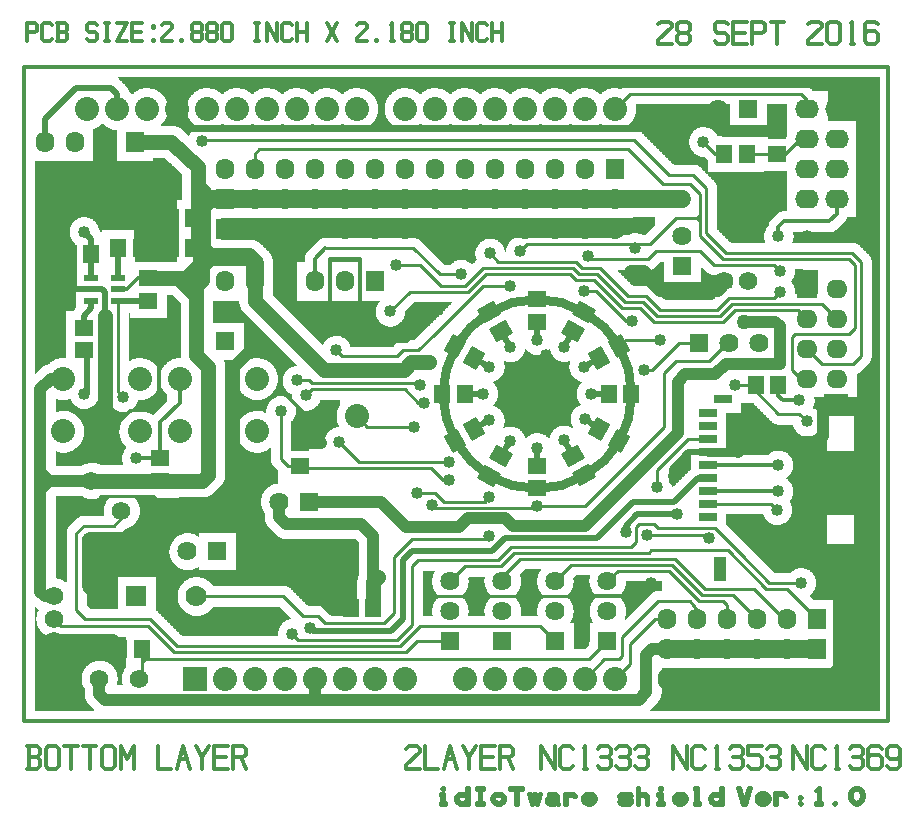
<source format=gbr>
G04 CAM350 V9.5.2 (Build 226) Date:  Wed Sep 28 16:37:13 2016 *
G04 Database: C:\new\NC1369\274X\NC1369BOT.cam *
G04 Layer 1: 2.gbr *
%FSLAX23Y23*%
%MOIN*%
%SFA1.000B1.000*%

%MIA0B0*%
%IPPOS*%
%AMrect64x52_330*
4,1,4,-0.01471,0.03852,0.04071,0.00652,0.01471,-0.03852,-0.04071,-0.00652,-0.01471,0.03852,0.00000*
%
%AMrect64x52_300*
4,1,4,0.00652,0.04071,0.03852,-0.01471,-0.00652,-0.04071,-0.03852,0.01471,0.00652,0.04071,0.00000*
%
%AMrect64x52_240*
4,1,4,0.03852,0.01471,0.00652,-0.04071,-0.03852,-0.01471,-0.00652,0.04071,0.03852,0.01471,0.00000*
%
%AMrect64x52_210*
4,1,4,0.04071,-0.00652,-0.01471,-0.03852,-0.04071,0.00652,0.01471,0.03852,0.04071,-0.00652,0.00000*
%
%AMrect64x52_60*
4,1,4,-0.03852,-0.01471,-0.00652,0.04071,0.03852,0.01471,0.00652,-0.04071,-0.03852,-0.01471,0.00000*
%
%AMrect64x52_30*
4,1,4,-0.04071,0.00652,0.01471,0.03852,0.04071,-0.00652,-0.01471,-0.03852,-0.04071,0.00652,0.00000*
%
%AMrect64x52_150*
4,1,4,0.01471,-0.03852,-0.04071,-0.00652,-0.01471,0.03852,0.04071,0.00652,0.01471,-0.03852,0.00000*
%
%AMrect64x52_120*
4,1,4,-0.00652,-0.04071,-0.03852,0.01471,0.00652,0.04071,0.03852,-0.01471,-0.00652,-0.04071,0.00000*
%
%ADD10C,0.01200*%
%ADD12C,0.08000*%
%ADD13R,0.08000X0.08000*%
%ADD14R,0.05200X0.06400*%
%ADD15R,0.07000X0.07000*%
%ADD16C,0.07000*%
%ADD17C,0.06200*%
%ADD18C,0.04000*%
%ADD19C,0.01000*%
%ADD70C,0.05000*%
%ADD71C,0.06000*%
%ADD20R,0.06400X0.05200*%
%ADD21C,0.06400*%
%ADD22R,0.06400X0.06400*%
%ADD23C,0.04000*%
%ADD24R,0.04800X0.02400*%
%ADD25C,0.02000*%
%ADD26O,0.06200X0.07000*%
%ADD27R,0.06200X0.07000*%
%ADD28C,0.05000*%
%ADD29C,0.00200*%
%ADD72rect64x52_330*%
%ADD73rect64x52_300*%
%ADD30C,0.03000*%
%ADD31rect64x52_240*%
%ADD32rect64x52_210*%
%ADD33rect64x52_60*%
%ADD34rect64x52_30*%
%ADD35rect64x52_150*%
%ADD36rect64x52_120*%
%ADD37R,0.06000X0.03000*%
%ADD38R,0.08000X0.04000*%
%ADD39R,0.04000X0.08000*%
%ADD40O,0.07000X0.06200*%
%ADD41R,0.07000X0.06200*%
%ADD42O,0.08000X0.06200*%
%LN2.gbr*%
%LPD*%
G54D12*
X670Y140D03*
X770D03*
X870D03*
X970D03*
X1070D03*
X1170D03*
X1270D03*
X1470D03*
X1570D03*
X1670D03*
X1770D03*
X1870D03*
X1970D03*
Y2040D03*
X1870D03*
X1770D03*
X1670D03*
X1570D03*
X1470D03*
X1370D03*
X1270D03*
X1110D03*
X1010D03*
X910D03*
X810D03*
X710D03*
X610D03*
X510D03*
X410D03*
X310D03*
X210D03*
G54D13*
X570Y140D03*
G54D14*
X393Y240D03*
X318D03*
G54D15*
X375Y415D03*
G54D16*
X275D03*
X575D03*
G54D17*
X385Y140D03*
X251D03*
X100Y415D03*
Y340D03*
Y265D03*
X225Y600D03*
X325Y700D03*
X225Y800D03*
G54D20*
X455D03*
Y875D03*
G54D21*
X545Y564D03*
G54D22*
X645D03*
G54D12*
X386Y1140D03*
X130D03*
Y964D03*
X386D03*
X776Y1140D03*
X520D03*
Y964D03*
X776D03*
G54D23*
X375Y875D03*
X520Y664D03*
X270Y984D03*
Y924D03*
G54D14*
X390Y1575D03*
X315D03*
G54D20*
X415Y1475D03*
Y1400D03*
G54D14*
X565Y1575D03*
X490D03*
X150Y1555D03*
X225D03*
G54D24*
Y1400D03*
X315D03*
X225Y1438D03*
Y1475D03*
X315Y1438D03*
Y1475D03*
G54D20*
X200Y1310D03*
Y1235D03*
G54D23*
X270Y1154D03*
X200Y1090D03*
X330Y1079D03*
G54D26*
X170Y1930D03*
X270D03*
X70D03*
G54D27*
X370D03*
G54D14*
X565Y1675D03*
X490D03*
G54D23*
X200Y1630D03*
G54D28*
X1010Y395D03*
G54D23*
X895Y290D03*
X955Y310D03*
G54D20*
X921Y850D03*
Y925D03*
G54D12*
X1110Y1015D03*
Y1314D03*
G54D21*
X850Y730D03*
G54D22*
X950D03*
G54D23*
X1050Y930D03*
X856Y1033D03*
X991Y925D03*
X700Y854D03*
G54D21*
X770Y1265D03*
G54D22*
X670D03*
G54D26*
X970Y1465D03*
X1070D03*
X870D03*
X770D03*
X670D03*
G54D27*
X1170D03*
G54D23*
X940Y1084D03*
X910Y1134D03*
X1040Y1234D03*
G54D26*
X870Y1740D03*
X770D03*
X970D03*
X1070D03*
X1170D03*
G54D27*
X670D03*
G54D26*
X1270D03*
X1370D03*
X1470D03*
X1570D03*
X1670D03*
X1770D03*
X1870D03*
X1970D03*
X1770Y1840D03*
X1870D03*
X1670D03*
X1570D03*
X1470D03*
G54D27*
X1970D03*
G54D26*
X1370D03*
X1270D03*
X1170D03*
X1070D03*
X970D03*
X870D03*
X770D03*
X670D03*
X870Y1640D03*
X770D03*
X970D03*
X1070D03*
X1170D03*
G54D27*
X670D03*
G54D26*
X1270D03*
X1370D03*
X1470D03*
X1570D03*
X1670D03*
X1770D03*
X1870D03*
X1970D03*
G54D23*
X594Y1931D03*
X579Y1826D03*
G54D14*
X1164Y375D03*
X1089D03*
G54D21*
X1420Y465D03*
Y365D03*
G54D22*
Y265D03*
G54D28*
X1180Y479D03*
G54D72*
X1590Y881D03*
X1552Y816D03*
G54D73*
X1501Y971D03*
X1436Y933D03*
G54D23*
X1552Y1001D03*
X1416Y863D03*
X1310Y760D03*
X1552Y746D03*
X1360Y720D03*
X1300Y980D03*
X1416Y803D03*
X1550Y615D03*
G54D14*
X1470Y1090D03*
X1395D03*
G54D31*
X1501Y1210D03*
X1436Y1247D03*
G54D32*
X1590Y1298D03*
X1552Y1363D03*
G54D23*
X1530Y1090D03*
X1552Y1180D03*
X1456Y1487D03*
X1335Y1060D03*
X1320Y1120D03*
X1351Y1195D03*
X1553Y1558D03*
X1380Y1370D03*
X1200Y1264D03*
X1220Y1364D03*
X1240Y1520D03*
G54D21*
X1595Y465D03*
Y365D03*
G54D22*
Y265D03*
G54D21*
X1770Y465D03*
Y365D03*
G54D22*
Y265D03*
G54D21*
X1945Y465D03*
Y365D03*
G54D22*
Y265D03*
G54D33*
X1918Y971D03*
X1983Y933D03*
G54D34*
X1831Y882D03*
X1868Y817D03*
G54D20*
X1710Y850D03*
Y775D03*
G54D23*
X1870Y1006D03*
X1799Y935D03*
X1710Y910D03*
X1621Y932D03*
X1710Y715D03*
X2076Y620D03*
X1746Y1034D03*
X1675Y1030D03*
X2006Y630D03*
G54D35*
X1831Y1298D03*
X1868Y1363D03*
G54D36*
X1918Y1210D03*
X1983Y1247D03*
G54D14*
X1950Y1090D03*
X2025D03*
G54D20*
X1710Y1330D03*
Y1405D03*
G54D23*
X1890Y1090D03*
X1866Y1180D03*
X1620Y1245D03*
X1710Y1270D03*
X1801Y1246D03*
X1655Y1564D03*
X1867Y1432D03*
X2027Y1332D03*
X2025Y1495D03*
X2066Y1170D03*
X1739Y1220D03*
X1600Y1090D03*
X1880Y1547D03*
X1620Y1450D03*
X2037Y1576D03*
G54D26*
X2445Y140D03*
X2545D03*
X2345D03*
X2245D03*
X2145D03*
G54D27*
X2645D03*
G54D26*
X2445Y240D03*
X2545D03*
X2345D03*
X2245D03*
X2145D03*
G54D27*
X2645D03*
G54D26*
X2445Y340D03*
X2545D03*
X2345D03*
X2245D03*
X2145D03*
G54D27*
X2645D03*
G54D37*
X2280Y680D03*
Y723D03*
Y765D03*
Y809D03*
Y852D03*
Y895D03*
Y939D03*
Y982D03*
Y1025D03*
G54D38*
X2708Y1068D03*
Y463D03*
G54D39*
X2320Y506D03*
G54D37*
X2330Y1072D03*
G54D23*
X2590Y460D03*
X2089Y459D03*
G54D40*
X2610Y1140D03*
Y1240D03*
Y1340D03*
X2710Y1440D03*
Y1340D03*
Y1240D03*
G54D41*
X2610Y1440D03*
G54D40*
X2710Y1140D03*
G54D23*
X2514Y852D03*
Y765D03*
X2510Y703D03*
X2380Y895D03*
X2285Y607D03*
X2110Y779D03*
X2177Y687D03*
G54D14*
X2440Y1117D03*
X2515D03*
G54D21*
X2195Y1615D03*
G54D22*
Y1515D03*
G54D21*
X2450Y1260D03*
X2350D03*
G54D22*
X2250D03*
G54D17*
X2415Y1465D03*
X2335D03*
G54D23*
X2120Y1270D03*
G54D28*
X2400Y1330D03*
G54D23*
X2520Y1430D03*
X2585Y1067D03*
X2370Y1117D03*
X2520Y1500D03*
G54D14*
X2335Y1890D03*
X2410D03*
G54D20*
X2510D03*
Y1965D03*
G54D42*
X2610Y1940D03*
X2710D03*
Y2040D03*
X2610D03*
Y1840D03*
X2710D03*
X2610Y1740D03*
X2710D03*
G54D21*
X2315Y2040D03*
G54D22*
X2415D03*
G54D23*
X2265Y1930D03*
X2515Y1615D03*
X2195Y1740D03*
X2610Y560D03*
X2645Y927D03*
X2610Y997D03*
Y1615D03*
G54D29*
X232Y36D02*
G01X36D01*
Y37*
X231*
X230Y38*
X36*
Y39*
X229*
X228Y40*
X36*
Y41*
X227*
X226Y42*
X36*
Y43*
X225*
X224Y44*
X36*
Y45*
X223*
X222Y46*
X36*
Y47*
X221*
X220Y48*
X36*
Y49*
X219*
X218Y50*
X36*
Y51*
X217*
X216Y52*
X36*
Y53*
X215*
X214Y54*
X36*
Y55*
X213*
X212Y56*
X36*
Y57*
X211*
Y58*
X36*
Y59*
X210*
X209Y60*
X36*
Y61*
X208*
Y62*
X36*
Y63*
X207*
Y64*
X36*
Y65*
X206*
X205Y66*
X36*
Y67*
X205*
Y68*
X36*
Y69*
X204*
Y70*
X36*
Y71*
X203*
Y72*
X36*
Y73*
X203*
X202Y74*
X36*
Y75*
X202*
Y76*
X36*
Y77*
X201*
Y78*
X36*
Y79*
X201*
Y80*
X36*
Y81*
X201*
X200Y82*
X36*
Y83*
X200*
Y84*
X36*
Y85*
X200*
Y86*
X36*
Y87*
X200*
Y88*
X36*
Y89*
X200*
Y90*
X36*
Y91*
X200*
Y92*
X36*
Y93*
X200*
Y94*
X36*
Y95*
X200*
Y96*
X36*
Y97*
X200*
Y98*
X36*
Y99*
X200*
Y100*
X36*
Y101*
X200*
Y102*
X36*
Y103*
X200*
Y104*
X36*
Y105*
X200*
X199Y106*
X36*
Y107*
X199*
X198Y108*
X36*
Y109*
X197*
Y110*
X36*
Y111*
X196*
Y112*
X36*
Y113*
X195*
Y114*
X36*
Y115*
X194*
Y116*
X36*
Y117*
X193*
Y118*
X36*
Y119*
X193*
X192Y120*
X36*
Y121*
X192*
X310D02*
G01X326D01*
Y122*
X310*
X192D02*
G01X36D01*
Y123*
X191*
X311D02*
G01X325D01*
Y124*
X311*
X191D02*
G01X36D01*
Y125*
X191*
X311D02*
G01X325D01*
Y126*
X311*
X191D02*
G01X36D01*
Y127*
X190*
X312D02*
G01X324D01*
Y128*
X312*
X190D02*
G01X36D01*
Y129*
X190*
X312D02*
G01X324D01*
Y130*
X312*
X190D02*
G01X36D01*
Y131*
X190*
X312D02*
G01X324D01*
Y132*
X312*
X190D02*
G01X36D01*
Y133*
X189*
X313D02*
G01X323D01*
Y134*
X313*
X189D02*
G01X36D01*
Y135*
X189*
X313D02*
G01X323D01*
Y136*
X313*
X189D02*
G01X36D01*
Y137*
X189*
X313D02*
G01X323D01*
Y138*
X313*
X189D02*
G01X36D01*
Y139*
X189*
X313D02*
G01X323D01*
Y140*
X313*
X189D02*
G01X36D01*
Y141*
X189*
X313D02*
G01X323D01*
Y142*
X313*
X189D02*
G01X36D01*
Y143*
X189*
X313D02*
G01X323D01*
Y144*
X313*
X189D02*
G01X36D01*
Y145*
X189*
X313D02*
G01X323D01*
Y146*
X313*
X189D02*
G01X36D01*
Y147*
X189*
X313D02*
G01X323D01*
X324Y148*
X313*
X190D02*
G01X36D01*
Y149*
X190*
X312D02*
G01X324D01*
Y150*
X312*
X190D02*
G01X36D01*
Y151*
X190*
X312D02*
G01X324D01*
Y152*
X312*
X190D02*
G01X36D01*
Y153*
X190*
X312D02*
G01X324D01*
X325Y154*
X312*
X191D02*
G01X36D01*
Y155*
X191*
X311D02*
G01X325D01*
Y156*
X311*
X191D02*
G01X36D01*
Y157*
X191*
X311D02*
G01X325D01*
X326Y158*
X311*
X192D02*
G01X36D01*
Y159*
X192*
X310D02*
G01X326D01*
Y160*
X310*
X192D02*
G01X36D01*
Y161*
X192*
X309D02*
G01X326D01*
X327Y162*
X309*
X193D02*
G01X36D01*
Y163*
X193*
X309D02*
G01X327D01*
X328Y164*
X309*
X194D02*
G01X36D01*
Y165*
X194*
X308D02*
G01X328D01*
X329Y166*
X308*
X195D02*
G01X36D01*
Y167*
X195*
X307D02*
G01X329D01*
X330Y168*
X307*
X196D02*
G01X36D01*
Y169*
X196*
X306D02*
G01X330D01*
X331Y170*
X306*
X197D02*
G01X36D01*
Y171*
X197*
X305D02*
G01X331D01*
X332Y172*
X305*
X198D02*
G01X36D01*
Y173*
X198*
X303D02*
G01X332D01*
X333Y174*
X303*
X199D02*
G01X36D01*
Y175*
X199*
X302D02*
G01X333D01*
X335Y176D02*
G01X302D01*
X201D02*
G01X36D01*
Y177*
X201*
X301D02*
G01X335D01*
X336Y178*
X301*
X202D02*
G01X36D01*
Y179*
X202*
X299D02*
G01X336D01*
Y180*
X299*
X204D02*
G01X36D01*
Y181*
X204*
X298D02*
G01X336D01*
Y182*
X298*
X205D02*
G01X36D01*
Y183*
X205*
X296D02*
G01X336D01*
Y184*
X296*
X207D02*
G01X36D01*
Y185*
X207*
X294D02*
G01X336D01*
Y186*
X294*
X209D02*
G01X36D01*
Y187*
X209*
X291D02*
G01X336D01*
Y188*
X291*
X212D02*
G01X36D01*
Y189*
X212*
X289D02*
G01X336D01*
Y190*
X289*
X214D02*
G01X36D01*
Y191*
X214*
X286D02*
G01X336D01*
Y192*
X286*
X217D02*
G01X36D01*
Y193*
X217*
X283D02*
G01X336D01*
Y194*
X283*
X221D02*
G01X36D01*
Y195*
X221*
X280D02*
G01X336D01*
Y196*
X280*
X224D02*
G01X36D01*
Y197*
X224*
X275D02*
G01X336D01*
Y198*
X275*
X229D02*
G01X36D01*
Y199*
X229*
X270D02*
G01X336D01*
Y200*
X270*
X235D02*
G01X36D01*
Y201*
X235*
X262D02*
G01X336D01*
Y202*
X36*
Y203*
X336*
Y204*
X36*
Y205*
X336*
Y206*
X36*
Y207*
X336*
Y208*
X36*
Y209*
X336*
Y210*
X36*
Y211*
X336*
Y212*
X36*
Y213*
X336*
Y214*
X36*
Y215*
X336*
Y216*
X36*
Y217*
X336*
Y218*
X36*
Y219*
X336*
Y220*
X36*
Y221*
X336*
Y222*
X36*
Y223*
X336*
Y224*
X36*
Y225*
X336*
Y226*
X36*
Y227*
X336*
Y228*
X36*
Y229*
X336*
Y230*
X36*
Y231*
X336*
Y232*
X36*
Y233*
X336*
Y234*
X36*
Y235*
X336*
Y236*
X36*
Y237*
X336*
Y238*
X36*
Y239*
X336*
Y240*
X36*
Y241*
X336*
Y242*
X36*
Y243*
X336*
Y244*
X36*
Y245*
X336*
Y246*
X36*
Y247*
X336*
Y248*
X36*
Y249*
X336*
Y250*
X36*
Y251*
X336*
Y252*
X36*
Y253*
X336*
Y254*
X36*
Y255*
X336*
Y256*
X36*
Y257*
X336*
Y258*
X36*
Y259*
X336*
Y260*
X36*
Y261*
X336*
Y262*
X36*
Y263*
X336*
Y264*
X36*
Y265*
X336*
Y266*
X36*
Y267*
X336*
Y268*
X36*
Y269*
X336*
Y270*
X36*
Y271*
X336*
Y272*
X36*
Y273*
X336*
Y274*
X36*
Y275*
X336*
Y276*
X36*
Y277*
X336*
Y278*
X36*
Y279*
X89*
X113D02*
G01X336D01*
X117Y280D02*
G01X116D01*
X83D02*
G01X36D01*
Y281*
X81*
X78Y282D02*
G01X36D01*
Y283*
X76*
X73Y284D02*
G01X36D01*
Y285*
X71*
X546Y286D02*
G01X526D01*
X70D02*
G01X36D01*
Y287*
X68*
X524D02*
G01X546D01*
Y288*
X524*
X66D02*
G01X36D01*
Y289*
X65*
X522D02*
G01X546D01*
Y290*
X522*
X63D02*
G01X36D01*
Y291*
X62*
X520D02*
G01X546D01*
Y292*
X520*
X61D02*
G01X36D01*
Y293*
X60*
X518D02*
G01X546D01*
Y294*
X518*
X58D02*
G01X36D01*
Y295*
X57*
X516D02*
G01X546D01*
Y296*
X516*
X56D02*
G01X36D01*
Y297*
X55*
X514D02*
G01X546D01*
Y298*
X514*
X54D02*
G01X36D01*
Y299*
X53*
X512D02*
G01X546D01*
Y300*
X512*
X53D02*
G01X36D01*
Y301*
X52*
X510D02*
G01X546D01*
Y302*
X510*
X51D02*
G01X36D01*
Y303*
X50*
X508D02*
G01X546D01*
Y304*
X508*
X50D02*
G01X36D01*
Y305*
X49*
X506D02*
G01X546D01*
Y306*
X506*
X48D02*
G01X36D01*
Y307*
X48*
X504D02*
G01X546D01*
Y308*
X504*
X47D02*
G01X36D01*
Y309*
X46*
X502D02*
G01X546D01*
Y310*
X502*
X46D02*
G01X36D01*
Y311*
X45*
X500D02*
G01X546D01*
Y312*
X500*
X45D02*
G01X36D01*
Y313*
X44*
X498D02*
G01X546D01*
Y314*
X498*
X44D02*
G01X36D01*
Y315*
X43*
X496D02*
G01X546D01*
Y316*
X496*
X43D02*
G01X36D01*
Y317*
X42*
X494D02*
G01X546D01*
Y318*
X494*
X42D02*
G01X36D01*
Y319*
X42*
X492D02*
G01X546D01*
Y320*
X492*
X41D02*
G01X36D01*
Y321*
X41*
X490D02*
G01X546D01*
Y322*
X490*
X41D02*
G01X36D01*
Y323*
X40*
X488D02*
G01X546D01*
Y324*
X488*
X40D02*
G01X36D01*
Y325*
X40*
X486D02*
G01X546D01*
Y326*
X486*
X40D02*
G01X36D01*
Y327*
X39*
X484D02*
G01X546D01*
Y328*
X484*
X39D02*
G01X36D01*
Y329*
X39*
X482D02*
G01X546D01*
Y330*
X482*
X39D02*
G01X36D01*
Y331*
X39*
X480D02*
G01X546D01*
Y332*
X480*
X39D02*
G01X36D01*
Y333*
X38*
X478D02*
G01X546D01*
Y334*
X478*
X38D02*
G01X36D01*
Y335*
X38*
X476D02*
G01X546D01*
Y336*
X476*
X38D02*
G01X36D01*
Y337*
X38*
X474D02*
G01X546D01*
Y338*
X474*
X38D02*
G01X36D01*
Y339*
X38*
X472D02*
G01X546D01*
Y340*
X472*
X38D02*
G01X36D01*
Y341*
X38*
X470D02*
G01X546D01*
Y342*
X470*
X38D02*
G01X36D01*
Y343*
X38*
X468D02*
G01X546D01*
Y344*
X468*
X38D02*
G01X36D01*
Y345*
X38*
X466D02*
G01X546D01*
Y346*
X466*
X38D02*
G01X36D01*
Y347*
X38*
X464D02*
G01X546D01*
Y348*
X464*
X39D02*
G01X36D01*
Y349*
X39*
X462D02*
G01X546D01*
Y350*
X462*
X39D02*
G01X36D01*
Y351*
X39*
X460D02*
G01X546D01*
Y352*
X460*
X39D02*
G01X36D01*
Y353*
X39*
X458D02*
G01X546D01*
Y354*
X458*
X40D02*
G01X36D01*
Y355*
X40*
X456D02*
G01X546D01*
X545Y356*
X456*
X40D02*
G01X36D01*
Y357*
X40*
X454D02*
G01X544D01*
X542Y358D02*
G01X454D01*
X41D02*
G01X36D01*
Y359*
X41*
X452D02*
G01X540D01*
X539Y360*
X452*
X41D02*
G01X36D01*
Y361*
X41*
X450D02*
G01X537D01*
X536Y362*
X450*
X42D02*
G01X36D01*
Y363*
X42*
X448D02*
G01X534D01*
X533Y364*
X448*
X43D02*
G01X36D01*
Y365*
X43*
X446D02*
G01X532D01*
X531Y366*
X446*
X44D02*
G01X36D01*
Y367*
X44*
X444D02*
G01X530D01*
X529Y368*
X444*
X45D02*
G01X36D01*
Y369*
X45*
X441D02*
G01X528D01*
X527Y370*
X441*
X46D02*
G01X36D01*
Y371*
X44*
X441D02*
G01X526D01*
X525Y372*
X441*
X43D02*
G01X36D01*
Y373*
X41*
X441D02*
G01X524D01*
X523Y374*
X441*
X40D02*
G01X36D01*
Y375*
X38*
X441D02*
G01X523D01*
X522Y376*
X441*
X309D02*
G01X221D01*
X37D02*
G01X36D01*
Y377*
X219D02*
G01X309D01*
X441D02*
G01X521D01*
X520Y378*
X441*
X309D02*
G01X219D01*
X217Y379D02*
G01X309D01*
X441D02*
G01X520D01*
X519Y380*
X441*
X309D02*
G01X217D01*
X215Y381D02*
G01X309D01*
X441D02*
G01X518D01*
Y382*
X441*
X309D02*
G01X215D01*
X213Y383D02*
G01X309D01*
X441D02*
G01X517D01*
Y384*
X441*
X309D02*
G01X213D01*
X211Y385D02*
G01X309D01*
X441D02*
G01X516D01*
Y386*
X441*
X309D02*
G01X211D01*
Y387*
X309*
X441D02*
G01X515D01*
Y388*
X441*
X309D02*
G01X211D01*
Y389*
X309*
X441D02*
G01X514D01*
Y390*
X441*
X309D02*
G01X211D01*
Y391*
X309*
X441D02*
G01X514D01*
X513Y392*
X441*
X309D02*
G01X211D01*
Y393*
X309*
X441D02*
G01X513D01*
X512Y394*
X441*
X309D02*
G01X211D01*
Y395*
X309*
X441D02*
G01X512D01*
Y396*
X441*
X309D02*
G01X211D01*
Y397*
X309*
X441D02*
G01X512D01*
X511Y398*
X441*
X309D02*
G01X211D01*
Y399*
X309*
X441D02*
G01X511D01*
Y400*
X441*
X309D02*
G01X211D01*
Y401*
X309*
X441D02*
G01X511D01*
X510Y402*
X441*
X309D02*
G01X211D01*
Y403*
X309*
X441D02*
G01X510D01*
Y404*
X441*
X309D02*
G01X211D01*
Y405*
X309*
X441D02*
G01X510D01*
Y406*
X441*
X309D02*
G01X211D01*
Y407*
X309*
X441D02*
G01X509D01*
Y408*
X441*
X309D02*
G01X211D01*
Y409*
X309*
X441D02*
G01X509D01*
Y410*
X441*
X309D02*
G01X211D01*
Y411*
X309*
X441D02*
G01X509D01*
Y412*
X441*
X309D02*
G01X211D01*
Y413*
X309*
X441D02*
G01X509D01*
Y414*
X441*
X309D02*
G01X211D01*
Y415*
X309*
X441D02*
G01X509D01*
Y416*
X441*
X309D02*
G01X211D01*
Y417*
X309*
X441D02*
G01X509D01*
Y418*
X441*
X309D02*
G01X211D01*
Y419*
X309*
X441D02*
G01X509D01*
Y420*
X441*
X309D02*
G01X211D01*
Y421*
X309*
X441D02*
G01X509D01*
Y422*
X441*
X309D02*
G01X211D01*
Y423*
X309*
X441D02*
G01X509D01*
Y424*
X441*
X309D02*
G01X211D01*
Y425*
X309*
X441D02*
G01X510D01*
Y426*
X441*
X309D02*
G01X211D01*
Y427*
X309*
X441D02*
G01X510D01*
Y428*
X441*
X309D02*
G01X211D01*
Y429*
X309*
X441D02*
G01X511D01*
Y430*
X441*
X309D02*
G01X211D01*
Y431*
X309*
X441D02*
G01X511D01*
Y432*
X441*
X309D02*
G01X211D01*
Y433*
X309*
X441D02*
G01X512D01*
Y434*
X441*
X309D02*
G01X211D01*
Y435*
X309*
X441D02*
G01X512D01*
Y436*
X441*
X309D02*
G01X211D01*
Y437*
X309*
X441D02*
G01X513D01*
Y438*
X441*
X309D02*
G01X211D01*
Y439*
X309*
X441D02*
G01X514D01*
Y440*
X441*
X309D02*
G01X211D01*
Y441*
X309*
X441D02*
G01X514D01*
Y442*
X441*
X309D02*
G01X211D01*
Y443*
X309*
X441D02*
G01X515D01*
Y444*
X441*
X309D02*
G01X211D01*
Y445*
X309*
X441D02*
G01X516D01*
Y446*
X441*
X309D02*
G01X211D01*
Y447*
X309*
X441D02*
G01X517D01*
Y448*
X441*
X309D02*
G01X211D01*
Y449*
X309*
X441D02*
G01X518D01*
Y450*
X441*
X309D02*
G01X211D01*
Y451*
X309*
X441D02*
G01X520D01*
Y452*
X441*
X309D02*
G01X211D01*
Y453*
X309*
X441D02*
G01X521D01*
Y454*
X441*
X309D02*
G01X211D01*
Y455*
X309*
X441D02*
G01X523D01*
Y456*
X441*
X309D02*
G01X211D01*
Y457*
X309*
X441D02*
G01X524D01*
Y458*
X441*
X309D02*
G01X211D01*
Y459*
X309*
X441D02*
G01X526D01*
Y460*
X441*
X309D02*
G01X211D01*
Y461*
X309*
X441D02*
G01X528D01*
Y462*
X441*
X309D02*
G01X211D01*
Y463*
X309*
X441D02*
G01X530D01*
Y464*
X441*
X309D02*
G01X211D01*
X139D02*
G01X138D01*
Y465*
X139*
X211D02*
G01X309D01*
X441D02*
G01X532D01*
Y466*
X441*
X309D02*
G01X211D01*
X139D02*
G01X135D01*
Y467*
X139*
X211D02*
G01X309D01*
X441D02*
G01X534D01*
Y468*
X441*
X309D02*
G01X211D01*
X139D02*
G01X132D01*
Y469*
X139*
X211D02*
G01X309D01*
X441D02*
G01X537D01*
Y470*
X441*
X309D02*
G01X211D01*
X139D02*
G01X129D01*
Y471*
X139*
X211D02*
G01X309D01*
X441D02*
G01X540D01*
Y472*
X441*
X309D02*
G01X211D01*
X139D02*
G01X124D01*
Y473*
X139*
X211D02*
G01X309D01*
X441D02*
G01X544D01*
Y474*
X441*
X309D02*
G01X211D01*
X139D02*
G01X119D01*
Y475*
X139*
X211D02*
G01X309D01*
X441D02*
G01X546D01*
Y476*
X441*
X309D02*
G01X211D01*
X139D02*
G01X111D01*
X106Y477D02*
G01X139D01*
X211D02*
G01X309D01*
X441D02*
G01X546D01*
Y478*
X441*
X309D02*
G01X211D01*
X139D02*
G01X106D01*
Y479*
X139*
X211D02*
G01X309D01*
X441D02*
G01X546D01*
Y480*
X441*
X309D02*
G01X211D01*
X139D02*
G01X106D01*
Y481*
X139*
X211D02*
G01X546D01*
Y482*
X211*
X139D02*
G01X106D01*
Y483*
X139*
X211D02*
G01X546D01*
Y484*
X211*
X139D02*
G01X106D01*
Y485*
X139*
X211D02*
G01X546D01*
Y486*
X211*
X139D02*
G01X106D01*
Y487*
X139*
X211D02*
G01X546D01*
Y488*
X211*
X139D02*
G01X106D01*
Y489*
X139*
X211D02*
G01X546D01*
Y490*
X211*
X139D02*
G01X106D01*
Y491*
X139*
X211D02*
G01X546D01*
Y492*
X211*
X139D02*
G01X106D01*
Y493*
X139*
X211D02*
G01X546D01*
Y494*
X211*
X139D02*
G01X106D01*
Y495*
X139*
X211D02*
G01X546D01*
Y496*
X211*
X139D02*
G01X106D01*
Y497*
X139*
X211D02*
G01X546D01*
Y498*
X211*
X139D02*
G01X106D01*
Y499*
X139*
X211D02*
G01X546D01*
Y500*
X211*
X139D02*
G01X106D01*
Y501*
X139*
X211D02*
G01X546D01*
X534Y502D02*
G01X211D01*
X139D02*
G01X106D01*
Y503*
X139*
X211D02*
G01X528D01*
X526Y504D02*
G01X211D01*
X139D02*
G01X106D01*
Y505*
X139*
X211D02*
G01X522D01*
X520Y506D02*
G01X211D01*
X139D02*
G01X106D01*
Y507*
X139*
X211D02*
G01X518D01*
X516Y508D02*
G01X211D01*
X139D02*
G01X106D01*
Y509*
X139*
X211D02*
G01X514D01*
X513Y510*
X211*
X139D02*
G01X106D01*
Y511*
X139*
X211D02*
G01X511D01*
X509Y512D02*
G01X211D01*
X139D02*
G01X106D01*
Y513*
X139*
X211D02*
G01X508D01*
X507Y514*
X211*
X139D02*
G01X106D01*
Y515*
X139*
X211D02*
G01X505D01*
X504Y516*
X211*
X139D02*
G01X106D01*
Y517*
X139*
X211D02*
G01X503D01*
X502Y518*
X211*
X139D02*
G01X106D01*
Y519*
X139*
X211D02*
G01X501D01*
X500Y520*
X211*
X139D02*
G01X106D01*
Y521*
X139*
X211D02*
G01X499D01*
X498Y522*
X211*
X139D02*
G01X106D01*
Y523*
X139*
X211D02*
G01X497D01*
X496Y524*
X211*
X139D02*
G01X106D01*
Y525*
X139*
X211D02*
G01X496D01*
X495Y526*
X211*
X139D02*
G01X106D01*
Y527*
X139*
X211D02*
G01X494D01*
X493Y528*
X211*
X139D02*
G01X106D01*
Y529*
X139*
X211D02*
G01X493D01*
X492Y530*
X211*
X139D02*
G01X106D01*
Y531*
X139*
X211D02*
G01X491D01*
Y532*
X211*
X139D02*
G01X106D01*
Y533*
X139*
X211D02*
G01X490D01*
Y534*
X211*
X139D02*
G01X106D01*
Y535*
X139*
X211D02*
G01X489D01*
Y536*
X211*
X139D02*
G01X106D01*
Y537*
X139*
X211D02*
G01X488D01*
Y538*
X211*
X139D02*
G01X106D01*
Y539*
X139*
X211D02*
G01X487D01*
Y540*
X211*
X139D02*
G01X106D01*
Y541*
X139*
X211D02*
G01X486D01*
Y542*
X211*
X139D02*
G01X106D01*
Y543*
X139*
X211D02*
G01X486D01*
X485Y544*
X211*
X139D02*
G01X106D01*
Y545*
X139*
X211D02*
G01X485D01*
Y546*
X211*
X139D02*
G01X106D01*
X844Y286D02*
G01X547D01*
Y287*
X844*
Y288*
X547*
Y289*
X844*
Y290*
X547*
Y291*
X844*
Y292*
X547*
Y293*
X844*
Y294*
X547*
Y295*
X844*
Y296*
X547*
Y297*
X844*
Y298*
X547*
Y299*
X845*
Y300*
X547*
Y301*
X845*
Y302*
X547*
Y303*
X846*
Y304*
X547*
Y305*
X846*
Y306*
X547*
Y307*
X847*
Y308*
X547*
Y309*
X848*
Y310*
X547*
Y311*
X849*
Y312*
X547*
Y313*
X849*
Y314*
X547*
Y315*
X851*
Y316*
X547*
Y317*
X852*
Y318*
X547*
Y319*
X853*
Y320*
X547*
Y321*
X855*
Y322*
X547*
Y323*
X856*
Y324*
X547*
Y325*
X858*
Y326*
X547*
Y327*
X860*
Y328*
X547*
Y329*
X862*
Y330*
X547*
Y331*
X865*
Y332*
X547*
Y333*
X868*
Y334*
X547*
Y335*
X871*
Y336*
X547*
Y337*
X875*
Y338*
X547*
Y339*
X881*
Y340*
X547*
Y341*
X888*
X887Y342*
X547*
Y343*
X886*
X885Y344*
X547*
Y345*
X884*
X883Y346*
X547*
Y347*
X882*
X881Y348*
X547*
Y349*
X880*
X879Y350*
X588*
X564D02*
G01X547D01*
Y351*
X558*
X591D02*
G01X878D01*
X877Y352*
X596*
X555D02*
G01X547D01*
Y353*
X552*
X598D02*
G01X876D01*
X875Y354*
X600*
X550D02*
G01X547D01*
Y355*
X602D02*
G01X874D01*
X873Y356*
X605*
X606Y357*
X872*
X871Y358*
X608*
X610Y359D02*
G01X870D01*
X869Y360*
X611*
X613Y361D02*
G01X868D01*
X1021D02*
G01X1058D01*
Y362*
X1019*
X867D02*
G01X614D01*
X616Y363D02*
G01X866D01*
X1019D02*
G01X1058D01*
Y364*
X1017*
X865D02*
G01X617D01*
X618Y365*
X864*
X1017D02*
G01X1058D01*
Y366*
X1015*
X863D02*
G01X619D01*
X620Y367*
X862*
X1015D02*
G01X1058D01*
Y368*
X1013*
X861D02*
G01X621D01*
X622Y369*
X860*
X1013D02*
G01X1058D01*
Y370*
X1011*
X859D02*
G01X623D01*
X624Y371*
X858*
X1011D02*
G01X1058D01*
Y372*
X1009*
X857D02*
G01X625D01*
X626Y373*
X856*
X1009D02*
G01X1058D01*
Y374*
X1008*
X855D02*
G01X627D01*
Y375*
X854*
X1007D02*
G01X1058D01*
Y376*
X1006*
X853D02*
G01X628D01*
X629Y377*
X852*
X1005D02*
G01X1058D01*
Y378*
X1004*
X851D02*
G01X630D01*
Y379*
X850*
X1003D02*
G01X1058D01*
Y380*
X1001*
X1000Y381*
X1058*
Y382*
X998*
X996Y383D02*
G01X1058D01*
Y384*
X994*
X992Y385D02*
G01X1058D01*
Y386*
X946*
X944Y387D02*
G01X1058D01*
Y388*
X944*
X942Y389D02*
G01X1058D01*
Y390*
X942*
X940Y391D02*
G01X1058D01*
Y392*
X940*
X938Y393D02*
G01X1058D01*
Y394*
X938*
X936Y395D02*
G01X1058D01*
Y396*
X936*
X934Y397D02*
G01X1058D01*
Y398*
X934*
X932Y399D02*
G01X1058D01*
Y400*
X932*
X930Y401D02*
G01X1058D01*
Y402*
X930*
X928Y403D02*
G01X1058D01*
Y404*
X928*
X926Y405D02*
G01X1058D01*
Y406*
X926*
X924Y407D02*
G01X1058D01*
Y408*
X924*
X922Y409D02*
G01X1058D01*
Y410*
X922*
X920Y411D02*
G01X1058D01*
Y412*
X920*
X918Y413D02*
G01X1058D01*
Y414*
X918*
X916Y415D02*
G01X1058D01*
Y416*
X916*
X914Y417D02*
G01X1058D01*
Y418*
X914*
X912Y419D02*
G01X1058D01*
Y420*
X912*
X910Y421D02*
G01X1058D01*
Y422*
X910*
X908Y423D02*
G01X1058D01*
Y424*
X908*
X906Y425D02*
G01X1058D01*
Y426*
X906*
X904Y427D02*
G01X1058D01*
Y428*
X904*
X902Y429D02*
G01X1058D01*
Y430*
X902*
X900Y431D02*
G01X1058D01*
Y432*
X900*
X898Y433D02*
G01X1058D01*
Y434*
X898*
X896Y435D02*
G01X1058D01*
Y436*
X896*
X894Y437D02*
G01X1058D01*
Y438*
X894*
X893Y439*
X1058*
Y440*
X892*
X891Y441*
X1058*
Y442*
X890*
X889Y443*
X1058*
Y444*
X888*
X886Y445D02*
G01X1058D01*
Y446*
X885*
X883Y447D02*
G01X1058D01*
Y448*
X881*
X879Y449D02*
G01X1058D01*
Y450*
X877*
X631Y451D02*
G01X1058D01*
Y452*
X630*
Y453*
X1058*
Y454*
X628*
Y455*
X1058*
Y456*
X627*
Y457*
X1058*
Y458*
X625*
Y459*
X1058*
Y460*
X623*
Y461*
X1058*
Y462*
X621*
Y463*
X1058*
Y464*
X619*
Y465*
X1058*
Y466*
X617*
Y467*
X1058*
Y468*
X614*
Y469*
X1058*
Y470*
X611*
Y471*
X1058*
Y472*
X608*
Y473*
X1058*
Y474*
X605*
X547Y475D02*
G01X548D01*
X605D02*
G01X1058D01*
Y476*
X600*
X548D02*
G01X547D01*
Y477*
X552*
X600D02*
G01X1058D01*
Y478*
X595*
X552D02*
G01X547D01*
Y479*
X559*
X595D02*
G01X1058D01*
Y480*
X586*
X559D02*
G01X547D01*
Y481*
X1058*
Y482*
X547*
Y483*
X1058*
Y484*
X547*
Y485*
X1058*
Y486*
X547*
Y487*
X1058*
Y488*
X547*
Y489*
X1058*
Y490*
X547*
Y491*
X1058*
Y492*
X547*
Y493*
X1058*
Y494*
X547*
Y495*
X1058*
Y496*
X547*
Y497*
X1058*
Y498*
X547*
Y499*
X1058*
Y500*
X547*
Y501*
X1058*
Y502*
X708*
X582D02*
G01X558D01*
X561Y503D02*
G01X582D01*
X708D02*
G01X1058D01*
Y504*
X708*
X582D02*
G01X565D01*
X567Y505D02*
G01X582D01*
X708D02*
G01X1058D01*
Y506*
X708*
X582D02*
G01X570D01*
X572Y507D02*
G01X582D01*
X708D02*
G01X1058D01*
Y508*
X708*
X582D02*
G01X574D01*
X576Y509D02*
G01X582D01*
X708D02*
G01X1058D01*
Y510*
X708*
X582D02*
G01X577D01*
X579Y511D02*
G01X582D01*
X708D02*
G01X1058D01*
Y512*
X708*
X582D02*
G01X581D01*
X582Y513*
X708D02*
G01X1058D01*
Y514*
X708*
Y515*
X1058*
Y516*
X708*
Y517*
X1058*
Y518*
X708*
Y519*
X1058*
Y520*
X708*
Y521*
X1058*
Y522*
X708*
Y523*
X1058*
Y524*
X708*
Y525*
X1058*
Y526*
X708*
Y527*
X1058*
Y528*
X708*
Y529*
X1058*
Y530*
X708*
Y531*
X1058*
Y532*
X708*
Y533*
X1058*
Y534*
X708*
Y535*
X1058*
Y536*
X708*
Y537*
X1058*
Y538*
X708*
Y539*
X1058*
Y540*
X708*
Y541*
X1058*
Y542*
X708*
Y543*
X1058*
Y544*
X708*
Y545*
X1058*
Y546*
X708*
X1331Y351D02*
G01X1359D01*
X1481D02*
G01X1534D01*
X1533Y352*
X1482*
X1358D02*
G01X1331D01*
Y353*
X1358*
X1482D02*
G01X1533D01*
Y354*
X1482*
X1358D02*
G01X1331D01*
Y355*
X1358*
X1482D02*
G01X1533D01*
Y356*
X1482*
X1358D02*
G01X1331D01*
Y357*
X1358*
X1482D02*
G01X1533D01*
X1532Y358*
X1483*
X1357D02*
G01X1331D01*
Y359*
X1357*
X1483D02*
G01X1532D01*
Y360*
X1483*
X1357D02*
G01X1331D01*
X1059Y361D02*
G01X1107D01*
X1331D02*
G01X1357D01*
X1483D02*
G01X1532D01*
Y362*
X1483*
X1357D02*
G01X1331D01*
X1107D02*
G01X1059D01*
Y363*
X1107*
X1331D02*
G01X1357D01*
X1483D02*
G01X1532D01*
Y364*
X1483*
X1357D02*
G01X1331D01*
X1107D02*
G01X1059D01*
Y365*
X1107*
X1331D02*
G01X1357D01*
X1483D02*
G01X1532D01*
Y366*
X1483*
X1357D02*
G01X1331D01*
X1107D02*
G01X1059D01*
Y367*
X1107*
X1331D02*
G01X1357D01*
X1483D02*
G01X1532D01*
Y368*
X1483*
X1357D02*
G01X1331D01*
X1107D02*
G01X1059D01*
Y369*
X1107*
X1331D02*
G01X1357D01*
X1483D02*
G01X1532D01*
Y370*
X1483*
X1357D02*
G01X1331D01*
X1107D02*
G01X1059D01*
Y371*
X1107*
X1331D02*
G01X1357D01*
X1483D02*
G01X1532D01*
Y372*
X1483*
X1357D02*
G01X1331D01*
X1107D02*
G01X1059D01*
Y373*
X1107*
X1331D02*
G01X1357D01*
X1482D02*
G01X1532D01*
X1533Y374*
X1482*
X1358D02*
G01X1331D01*
X1107D02*
G01X1059D01*
Y375*
X1107*
X1331D02*
G01X1358D01*
X1482D02*
G01X1533D01*
Y376*
X1482*
X1358D02*
G01X1331D01*
X1107D02*
G01X1059D01*
Y377*
X1107*
X1331D02*
G01X1358D01*
X1482D02*
G01X1533D01*
Y378*
X1482*
X1358D02*
G01X1331D01*
X1107D02*
G01X1059D01*
Y379*
X1107*
X1331D02*
G01X1358D01*
X1481D02*
G01X1533D01*
X1534Y380*
X1481*
X1359D02*
G01X1331D01*
X1107D02*
G01X1059D01*
Y381*
X1107*
X1331D02*
G01X1359D01*
X1481D02*
G01X1534D01*
Y382*
X1481*
X1359D02*
G01X1331D01*
X1107D02*
G01X1059D01*
Y383*
X1107*
X1331D02*
G01X1359D01*
X1480D02*
G01X1534D01*
X1535Y384*
X1480*
X1360D02*
G01X1331D01*
X1107D02*
G01X1059D01*
Y385*
X1107*
X1331D02*
G01X1360D01*
X1480D02*
G01X1535D01*
X1536Y386*
X1480*
X1361D02*
G01X1331D01*
X1107D02*
G01X1059D01*
Y387*
X1107*
X1331D02*
G01X1361D01*
X1479D02*
G01X1536D01*
Y388*
X1479*
X1361D02*
G01X1331D01*
X1107D02*
G01X1059D01*
Y389*
X1107*
X1331D02*
G01X1361D01*
X1478D02*
G01X1536D01*
X1537Y390*
X1478*
X1362D02*
G01X1331D01*
X1107D02*
G01X1059D01*
Y391*
X1107*
X1331D02*
G01X1362D01*
X1477D02*
G01X1537D01*
X1538Y392*
X1477*
X1363D02*
G01X1331D01*
X1107D02*
G01X1059D01*
Y393*
X1107*
X1331D02*
G01X1363D01*
X1476D02*
G01X1538D01*
X1539Y394*
X1476*
X1364D02*
G01X1331D01*
X1107D02*
G01X1059D01*
Y395*
X1107*
X1331D02*
G01X1364D01*
X1475D02*
G01X1539D01*
X1540Y396*
X1475*
X1365D02*
G01X1331D01*
X1107D02*
G01X1059D01*
Y397*
X1107*
X1331D02*
G01X1365D01*
X1474D02*
G01X1540D01*
X1541Y398*
X1474*
X1366D02*
G01X1331D01*
X1107D02*
G01X1059D01*
Y399*
X1107*
X1331D02*
G01X1366D01*
X1473D02*
G01X1541D01*
X1543Y400D02*
G01X1473D01*
X1368D02*
G01X1331D01*
X1107D02*
G01X1059D01*
Y401*
X1107*
X1331D02*
G01X1368D01*
X1472D02*
G01X1543D01*
X1544Y402*
X1472*
X1369D02*
G01X1331D01*
X1107D02*
G01X1059D01*
Y403*
X1107*
X1331D02*
G01X1369D01*
X1470D02*
G01X1544D01*
X1546Y404D02*
G01X1470D01*
X1371D02*
G01X1331D01*
X1107D02*
G01X1059D01*
Y405*
X1107*
X1331D02*
G01X1371D01*
X1469D02*
G01X1546D01*
X1547Y406*
X1469*
X1372D02*
G01X1331D01*
X1107D02*
G01X1059D01*
Y407*
X1107*
X1331D02*
G01X1372D01*
X1467D02*
G01X1547D01*
X1549Y408D02*
G01X1467D01*
X1374D02*
G01X1331D01*
X1107D02*
G01X1059D01*
Y409*
X1107*
X1331D02*
G01X1374D01*
X1465D02*
G01X1549D01*
X1551Y410D02*
G01X1465D01*
X1376D02*
G01X1331D01*
X1107D02*
G01X1059D01*
Y411*
X1107*
X1331D02*
G01X1376D01*
X1463D02*
G01X1551D01*
X1553Y412D02*
G01X1463D01*
X1378D02*
G01X1331D01*
X1107D02*
G01X1059D01*
Y413*
X1107*
X1331D02*
G01X1378D01*
X1461D02*
G01X1553D01*
X1555Y414D02*
G01X1461D01*
X1380D02*
G01X1331D01*
X1107D02*
G01X1059D01*
Y415*
X1107*
X1331D02*
G01X1380D01*
X1458D02*
G01X1555D01*
Y416*
X1460*
X1380D02*
G01X1331D01*
X1107D02*
G01X1059D01*
Y417*
X1107*
X1331D02*
G01X1379D01*
X1461D02*
G01X1554D01*
X1553Y418*
X1462*
X1378D02*
G01X1331D01*
X1107D02*
G01X1059D01*
Y419*
X1107*
X1331D02*
G01X1377D01*
X1463D02*
G01X1552D01*
X1551Y420*
X1464*
X1376D02*
G01X1331D01*
X1107D02*
G01X1059D01*
Y421*
X1107*
X1331D02*
G01X1375D01*
X1465D02*
G01X1550D01*
X1549Y422*
X1466*
X1374D02*
G01X1331D01*
X1107D02*
G01X1059D01*
Y423*
X1107*
X1331D02*
G01X1373D01*
X1467D02*
G01X1548D01*
X1547Y424*
X1468*
X1372D02*
G01X1331D01*
X1107D02*
G01X1059D01*
Y425*
X1107*
X1331D02*
G01X1371D01*
X1469D02*
G01X1546D01*
Y426*
X1469*
X1371D02*
G01X1331D01*
X1107D02*
G01X1059D01*
Y427*
X1107*
X1331D02*
G01X1370D01*
X1470D02*
G01X1545D01*
X1544Y428*
X1471*
X1369D02*
G01X1331D01*
X1107D02*
G01X1059D01*
Y429*
X1107*
X1331D02*
G01X1368D01*
X1472D02*
G01X1543D01*
Y430*
X1472*
X1368D02*
G01X1331D01*
X1107D02*
G01X1059D01*
Y431*
X1107*
X1331D02*
G01X1367D01*
X1473D02*
G01X1542D01*
X1541Y432*
X1474*
X1366D02*
G01X1331D01*
X1107D02*
G01X1059D01*
Y433*
X1107*
X1331D02*
G01X1366D01*
X1474D02*
G01X1541D01*
X1540Y434*
X1475*
X1365D02*
G01X1331D01*
X1107D02*
G01X1059D01*
Y435*
X1107*
X1331D02*
G01X1365D01*
X1475D02*
G01X1540D01*
X1539Y436*
X1476*
X1364D02*
G01X1331D01*
X1107D02*
G01X1059D01*
Y437*
X1107*
X1331D02*
G01X1364D01*
X1476D02*
G01X1539D01*
X1538Y438*
X1477*
X1363D02*
G01X1331D01*
X1108D02*
G01X1059D01*
Y439*
X1108*
X1331D02*
G01X1363D01*
X1477D02*
G01X1538D01*
X1537Y440*
X1478*
X1362D02*
G01X1331D01*
X1108D02*
G01X1059D01*
Y441*
X1108*
X1331D02*
G01X1362D01*
X1478D02*
G01X1537D01*
X1536Y442*
X1479*
X1361D02*
G01X1331D01*
X1108D02*
G01X1059D01*
Y443*
X1108*
X1331D02*
G01X1361D01*
X1479D02*
G01X1536D01*
Y444*
X1479*
X1361D02*
G01X1331D01*
X1108D02*
G01X1059D01*
Y445*
X1108*
X1331D02*
G01X1360D01*
X1480D02*
G01X1535D01*
Y446*
X1480*
X1360D02*
G01X1331D01*
X1108D02*
G01X1059D01*
Y447*
X1108*
X1331D02*
G01X1360D01*
X1480D02*
G01X1535D01*
X1534Y448*
X1481*
X1359D02*
G01X1331D01*
X1108D02*
G01X1059D01*
Y449*
X1108*
X1331D02*
G01X1359D01*
X1481D02*
G01X1534D01*
Y450*
X1481*
X1359D02*
G01X1331D01*
X1108D02*
G01X1059D01*
Y451*
X1108*
X1331D02*
G01X1359D01*
X1481D02*
G01X1534D01*
X1533Y452*
X1482*
X1358D02*
G01X1331D01*
X1108D02*
G01X1059D01*
Y453*
X1108*
X1331D02*
G01X1358D01*
X1482D02*
G01X1533D01*
Y454*
X1482*
X1358D02*
G01X1331D01*
X1108D02*
G01X1059D01*
Y455*
X1108*
X1331D02*
G01X1358D01*
X1482D02*
G01X1533D01*
Y456*
X1482*
X1358D02*
G01X1331D01*
X1108D02*
G01X1059D01*
Y457*
X1108*
X1331D02*
G01X1358D01*
X1482D02*
G01X1533D01*
X1532Y458*
X1483*
X1357D02*
G01X1331D01*
X1108D02*
G01X1059D01*
Y459*
X1108*
X1331D02*
G01X1357D01*
X1483D02*
G01X1532D01*
Y460*
X1483*
X1357D02*
G01X1331D01*
X1108D02*
G01X1059D01*
Y461*
X1108*
X1331D02*
G01X1357D01*
X1483D02*
G01X1532D01*
Y462*
X1483*
X1357D02*
G01X1331D01*
X1108D02*
G01X1059D01*
Y463*
X1108*
X1331D02*
G01X1357D01*
X1483D02*
G01X1532D01*
Y464*
X1483*
X1357D02*
G01X1331D01*
X1108D02*
G01X1059D01*
Y465*
X1108*
X1331D02*
G01X1357D01*
X1483D02*
G01X1532D01*
Y466*
X1483*
X1357D02*
G01X1331D01*
X1108D02*
G01X1059D01*
Y467*
X1108*
X1331D02*
G01X1357D01*
X1483D02*
G01X1532D01*
Y468*
X1483*
X1357D02*
G01X1331D01*
X1108D02*
G01X1059D01*
Y469*
X1108*
X1331D02*
G01X1357D01*
X1483D02*
G01X1532D01*
Y470*
X1483*
X1357D02*
G01X1331D01*
X1108D02*
G01X1059D01*
Y471*
X1109*
X1331D02*
G01X1357D01*
X1483D02*
G01X1532D01*
Y472*
X1483*
X1357D02*
G01X1331D01*
X1109D02*
G01X1059D01*
Y473*
X1109*
X1331D02*
G01X1357D01*
X1482D02*
G01X1532D01*
X1533Y474*
X1482*
X1358D02*
G01X1331D01*
X1109D02*
G01X1059D01*
Y475*
X1109*
X1331D02*
G01X1358D01*
X1482D02*
G01X1533D01*
Y476*
X1482*
X1358D02*
G01X1331D01*
X1109D02*
G01X1059D01*
Y477*
X1110*
X1331D02*
G01X1358D01*
X1483D02*
G01X1533D01*
Y478*
X1484*
X1358D02*
G01X1331D01*
X1110D02*
G01X1059D01*
Y479*
X1110*
X1331D02*
G01X1358D01*
X1485D02*
G01X1533D01*
X1359Y480D02*
G01X1331D01*
X1110D02*
G01X1059D01*
Y481*
X1111*
X1331D02*
G01X1359D01*
Y482*
X1331*
X1111D02*
G01X1059D01*
Y483*
X1112*
X1331D02*
G01X1359D01*
X1360Y484*
X1331*
X1112D02*
G01X1059D01*
Y485*
X1113*
X1331D02*
G01X1360D01*
X1361Y486*
X1331*
X1113D02*
G01X1059D01*
Y487*
X1113*
X1331D02*
G01X1361D01*
Y488*
X1331*
X1113D02*
G01X1059D01*
Y489*
X1113*
X1331D02*
G01X1361D01*
X1362Y490*
X1331*
X1113D02*
G01X1059D01*
Y491*
X1113*
X1331D02*
G01X1362D01*
X1363Y492*
X1331*
X1113D02*
G01X1059D01*
Y493*
X1113*
X1331D02*
G01X1363D01*
X1364Y494*
X1331*
X1113D02*
G01X1059D01*
Y495*
X1113*
X1331D02*
G01X1364D01*
X1365Y496*
X1331*
X1113D02*
G01X1059D01*
Y497*
X1113*
X1331D02*
G01X1365D01*
X1366Y498*
X1331*
X1113D02*
G01X1059D01*
Y499*
X1113*
X1331D02*
G01X1366D01*
X1113Y500D02*
G01X1059D01*
Y501*
X1113*
Y502*
X1059*
Y503*
X1113*
Y504*
X1059*
Y505*
X1113*
Y506*
X1059*
Y507*
X1113*
Y508*
X1059*
Y509*
X1113*
Y510*
X1059*
Y511*
X1113*
Y512*
X1059*
Y513*
X1113*
Y514*
X1059*
Y515*
X1113*
Y516*
X1059*
Y517*
X1113*
Y518*
X1059*
Y519*
X1113*
Y520*
X1059*
Y521*
X1113*
Y522*
X1059*
Y523*
X1113*
Y524*
X1059*
Y525*
X1113*
Y526*
X1059*
Y527*
X1113*
Y528*
X1059*
Y529*
X1113*
Y530*
X1059*
Y531*
X1113*
Y532*
X1059*
Y533*
X1113*
Y534*
X1059*
Y535*
X1113*
Y536*
X1059*
Y537*
X1113*
Y538*
X1059*
Y539*
X1113*
Y540*
X1059*
Y541*
X1113*
Y542*
X1059*
Y543*
X1113*
Y544*
X1059*
Y545*
X1113*
Y546*
X1059*
X1833Y241D02*
G01X1870D01*
Y242*
X1833*
Y243*
X1872*
Y244*
X1833*
Y245*
X1874*
Y246*
X1833*
Y247*
X1876*
Y248*
X1833*
Y249*
X1878*
Y250*
X1833*
Y251*
X1880*
Y252*
X1833*
Y253*
X1882*
Y254*
X1833*
Y255*
X1882*
Y256*
X1833*
Y257*
X1882*
Y258*
X1833*
Y259*
X1882*
Y260*
X1833*
Y261*
X1882*
Y262*
X1833*
Y263*
X1882*
Y264*
X1833*
Y265*
X1882*
Y266*
X1833*
Y267*
X1882*
Y268*
X1833*
Y269*
X1882*
Y270*
X1833*
Y271*
X1882*
Y272*
X1833*
Y273*
X1882*
Y274*
X1833*
Y275*
X1882*
Y276*
X1833*
Y277*
X1882*
Y278*
X1833*
Y279*
X1882*
Y280*
X1833*
Y281*
X1882*
Y282*
X1833*
Y283*
X1882*
Y284*
X1833*
Y285*
X1882*
Y286*
X1833*
Y287*
X1882*
Y288*
X1833*
Y289*
X1882*
Y290*
X1833*
Y291*
X1882*
Y292*
X1833*
Y293*
X1882*
Y294*
X1833*
Y295*
X1882*
Y296*
X1833*
Y297*
X1882*
Y298*
X1833*
Y299*
X1882*
Y300*
X1833*
Y301*
X1882*
Y302*
X1833*
Y303*
X1882*
Y304*
X1833*
Y305*
X1882*
Y306*
X1833*
Y307*
X1882*
Y308*
X1833*
Y309*
X1882*
Y310*
X1833*
Y311*
X1882*
Y312*
X1833*
Y313*
X1882*
Y314*
X1833*
Y315*
X1882*
Y316*
X1833*
Y317*
X1882*
Y318*
X1833*
Y319*
X1882*
Y320*
X1833*
Y321*
X1882*
Y322*
X1833*
Y323*
X1882*
Y324*
X1833*
Y325*
X1882*
Y326*
X1833*
Y327*
X1882*
X1894Y328D02*
G01X1821D01*
X1822Y329*
X1893*
Y330*
X1822*
X1823Y331*
X1892*
X1891Y332*
X1824*
Y333*
X1891*
X1890Y334*
X1825*
Y335*
X1890*
X1889Y336*
X1826*
Y337*
X1889*
X1888Y338D02*
G01X1827D01*
Y339*
X1888*
X2004Y340D02*
G01X2003D01*
X1887D02*
G01X1828D01*
Y341*
X1887*
X2003D02*
G01X2004D01*
X2006Y342D02*
G01X2004D01*
X1886D02*
G01X1829D01*
Y343*
X1886*
X2004D02*
G01X2006D01*
X2008Y344D02*
G01X2004D01*
X1886D02*
G01X1829D01*
X1830Y345*
X1885*
X2005D02*
G01X2008D01*
X2010Y346D02*
G01X2005D01*
X1885D02*
G01X1830D01*
Y347*
X1885*
X2005D02*
G01X2010D01*
X2012Y348D02*
G01X2006D01*
X1884D02*
G01X1831D01*
Y349*
X1884*
X2006D02*
G01X2012D01*
X2014Y350D02*
G01X2006D01*
X1884D02*
G01X1831D01*
X1656Y351D02*
G01X1709D01*
X1831D02*
G01X1884D01*
X2006D02*
G01X2014D01*
X2016Y352D02*
G01X2007D01*
X1883D02*
G01X1832D01*
X1708D02*
G01X1657D01*
Y353*
X1708*
X1832D02*
G01X1883D01*
X2007D02*
G01X2016D01*
X2018Y354D02*
G01X2007D01*
X1883D02*
G01X1832D01*
X1708D02*
G01X1657D01*
Y355*
X1708*
X1832D02*
G01X1883D01*
X2007D02*
G01X2018D01*
X2020Y356D02*
G01X2007D01*
X1883D02*
G01X1832D01*
X1708D02*
G01X1657D01*
Y357*
X1708*
X1832D02*
G01X1883D01*
X2007D02*
G01X2020D01*
X2022Y358D02*
G01X2008D01*
X1882D02*
G01X1833D01*
X1707D02*
G01X1658D01*
Y359*
X1707*
X1833D02*
G01X1882D01*
X2008D02*
G01X2022D01*
X2024Y360D02*
G01X2008D01*
X1882D02*
G01X1833D01*
X1707D02*
G01X1658D01*
Y361*
X1707*
X1833D02*
G01X1882D01*
X2008D02*
G01X2024D01*
X2026Y362D02*
G01X2008D01*
X1882D02*
G01X1833D01*
X1707D02*
G01X1658D01*
Y363*
X1707*
X1833D02*
G01X1882D01*
X2008D02*
G01X2026D01*
X2028Y364D02*
G01X2008D01*
X1882D02*
G01X1833D01*
X1707D02*
G01X1658D01*
Y365*
X1707*
X1833D02*
G01X1882D01*
X2008D02*
G01X2028D01*
X2030Y366D02*
G01X2008D01*
X1882D02*
G01X1833D01*
X1707D02*
G01X1658D01*
Y367*
X1707*
X1833D02*
G01X1882D01*
X2008D02*
G01X2030D01*
X2032Y368D02*
G01X2008D01*
X1882D02*
G01X1833D01*
X1707D02*
G01X1658D01*
Y369*
X1707*
X1833D02*
G01X1882D01*
X2008D02*
G01X2032D01*
X2034Y370D02*
G01X2008D01*
X1882D02*
G01X1833D01*
X1707D02*
G01X1658D01*
Y371*
X1707*
X1833D02*
G01X1882D01*
X2008D02*
G01X2034D01*
X2036Y372D02*
G01X2008D01*
X1882D02*
G01X1833D01*
X1707D02*
G01X1658D01*
X1657Y373*
X1707*
X1832D02*
G01X1882D01*
X2007D02*
G01X2036D01*
X2038Y374D02*
G01X2007D01*
X1883D02*
G01X1832D01*
X1708D02*
G01X1657D01*
Y375*
X1708*
X1832D02*
G01X1883D01*
X2007D02*
G01X2038D01*
X2040Y376D02*
G01X2007D01*
X1883D02*
G01X1832D01*
X1708D02*
G01X1657D01*
Y377*
X1708*
X1832D02*
G01X1883D01*
X2007D02*
G01X2040D01*
X2042Y378D02*
G01X2007D01*
X1883D02*
G01X1832D01*
X1708D02*
G01X1657D01*
X1656Y379*
X1708*
X1831D02*
G01X1883D01*
X2006D02*
G01X2042D01*
X2044Y380D02*
G01X2006D01*
X1884D02*
G01X1831D01*
X1709D02*
G01X1656D01*
Y381*
X1709*
X1831D02*
G01X1884D01*
X2006D02*
G01X2044D01*
X2046Y382D02*
G01X2006D01*
X1884D02*
G01X1831D01*
X1709D02*
G01X1656D01*
X1655Y383*
X1709*
X1830D02*
G01X1884D01*
X2005D02*
G01X2046D01*
X2048Y384D02*
G01X2005D01*
X1885D02*
G01X1830D01*
X1710D02*
G01X1655D01*
Y385*
X1710*
X1830D02*
G01X1885D01*
X2005D02*
G01X2048D01*
X2050Y386D02*
G01X2005D01*
X1886D02*
G01X1830D01*
X1711D02*
G01X1655D01*
X1654Y387*
X1711*
X1829D02*
G01X1886D01*
X2004D02*
G01X2050D01*
X2052Y388D02*
G01X2004D01*
X1886D02*
G01X1829D01*
X1711D02*
G01X1654D01*
X1653Y389*
X1711*
X1828D02*
G01X1886D01*
X2003D02*
G01X2052D01*
X2054Y390D02*
G01X2003D01*
X1887D02*
G01X1828D01*
X1712D02*
G01X1653D01*
X1652Y391*
X1712*
X1827D02*
G01X1887D01*
X2002D02*
G01X2054D01*
X2056Y392D02*
G01X2002D01*
X1888D02*
G01X1827D01*
X1713D02*
G01X1652D01*
X1651Y393*
X1713*
X1826D02*
G01X1888D01*
X2001D02*
G01X2056D01*
X2058Y394D02*
G01X2001D01*
X1889D02*
G01X1826D01*
X1714D02*
G01X1651D01*
X1650Y395*
X1714*
X1825D02*
G01X1889D01*
X2000D02*
G01X2058D01*
X2060Y396D02*
G01X2000D01*
X1890D02*
G01X1825D01*
X1715D02*
G01X1650D01*
X1649Y397*
X1715*
X1824D02*
G01X1890D01*
X1999D02*
G01X2060D01*
X2062Y398D02*
G01X1999D01*
X1891D02*
G01X1824D01*
X1716D02*
G01X1649D01*
X1648Y399*
X1716*
X1823D02*
G01X1891D01*
X1998D02*
G01X2062D01*
X2064Y400D02*
G01X1998D01*
X1893D02*
G01X1823D01*
X1718D02*
G01X1648D01*
X1647Y401*
X1718*
X1822D02*
G01X1893D01*
X1997D02*
G01X2064D01*
X2066Y402D02*
G01X1997D01*
X1894D02*
G01X1822D01*
X1719D02*
G01X1647D01*
X1645Y403D02*
G01X1719D01*
X1820D02*
G01X1894D01*
X1995D02*
G01X2066D01*
X2068Y404D02*
G01X1995D01*
X1896D02*
G01X1820D01*
X1721D02*
G01X1645D01*
X1644Y405*
X1721*
X1819D02*
G01X1896D01*
X1994D02*
G01X2068D01*
X2070Y406D02*
G01X1994D01*
X1897D02*
G01X1819D01*
X1722D02*
G01X1644D01*
X1642Y407D02*
G01X1722D01*
X1817D02*
G01X1897D01*
X1992D02*
G01X2070D01*
X2072Y408D02*
G01X1992D01*
X1899D02*
G01X1817D01*
X1724D02*
G01X1642D01*
X1640Y409D02*
G01X1724D01*
X1815D02*
G01X1899D01*
X1990D02*
G01X2072D01*
X2074Y410D02*
G01X1990D01*
X1901D02*
G01X1815D01*
X1726D02*
G01X1640D01*
X1638Y411D02*
G01X1726D01*
X1813D02*
G01X1901D01*
X1988D02*
G01X2074D01*
X2076Y412D02*
G01X1988D01*
X1903D02*
G01X1813D01*
X1728D02*
G01X1638D01*
X1636Y413D02*
G01X1728D01*
X1811D02*
G01X1903D01*
X1986D02*
G01X2076D01*
X2078Y414D02*
G01X1986D01*
X1905D02*
G01X1811D01*
X1730D02*
G01X1636D01*
X1633Y415D02*
G01X1730D01*
X1808D02*
G01X1905D01*
X1983D02*
G01X2078D01*
X2080Y416D02*
G01X1985D01*
X1905D02*
G01X1810D01*
X1730D02*
G01X1635D01*
X1636Y417*
X1729*
X1811D02*
G01X1904D01*
X1986D02*
G01X2080D01*
X2082Y418D02*
G01X1987D01*
X1903D02*
G01X1812D01*
X1728D02*
G01X1637D01*
X1638Y419*
X1727*
X1813D02*
G01X1902D01*
X1988D02*
G01X2082D01*
Y420*
X1989*
X1901D02*
G01X1814D01*
X1726D02*
G01X1639D01*
X1640Y421*
X1725*
X1815D02*
G01X1900D01*
X1990D02*
G01X2082D01*
Y422*
X1991*
X1899D02*
G01X1816D01*
X1724D02*
G01X1641D01*
X1642Y423*
X1723*
X1817D02*
G01X1898D01*
X1992D02*
G01X2082D01*
Y424*
X1993*
X1897D02*
G01X1818D01*
X1722D02*
G01X1643D01*
X1644Y425*
X1721*
X1819D02*
G01X1896D01*
X1994D02*
G01X2082D01*
Y426*
X1994*
X1896D02*
G01X1819D01*
X1721D02*
G01X1644D01*
X1645Y427*
X1720*
X1820D02*
G01X1895D01*
X1995D02*
G01X2082D01*
Y428*
X1996*
X1894D02*
G01X1821D01*
X1719D02*
G01X1646D01*
X1647Y429*
X1718*
X1822D02*
G01X1893D01*
X1997D02*
G01X2082D01*
Y430*
X1997*
X1893D02*
G01X1822D01*
X1718D02*
G01X1647D01*
X1648Y431*
X1717*
X1823D02*
G01X1892D01*
X1998D02*
G01X2082D01*
Y432*
X1999*
X1891D02*
G01X1824D01*
X1716D02*
G01X1649D01*
Y433*
X1716*
X1824D02*
G01X1891D01*
X1999D02*
G01X2082D01*
Y434*
X2000*
X1890D02*
G01X1825D01*
X1715D02*
G01X1650D01*
Y435*
X1715*
X1825D02*
G01X1890D01*
X2000D02*
G01X2082D01*
Y436*
X2001*
X1889D02*
G01X1826D01*
X1714D02*
G01X1651D01*
Y437*
X1714*
X1826D02*
G01X1889D01*
X2001D02*
G01X2082D01*
Y438*
X2002*
X1888D02*
G01X1827D01*
X1713D02*
G01X1652D01*
Y439*
X1713*
X1827D02*
G01X1888D01*
X2002D02*
G01X2082D01*
Y440*
X2003*
X1887D02*
G01X1828D01*
X1712D02*
G01X1653D01*
Y441*
X1712*
X1828D02*
G01X1887D01*
X2003D02*
G01X2082D01*
Y442*
X2004*
X1886D02*
G01X1829D01*
X1711D02*
G01X1654D01*
Y443*
X1711*
X1829D02*
G01X1886D01*
X2004D02*
G01X2082D01*
Y444*
X2004*
X1886D02*
G01X1829D01*
X1711D02*
G01X1654D01*
X1655Y445*
X1710*
X1830D02*
G01X1885D01*
X2005D02*
G01X2082D01*
Y446*
X2005*
X1885D02*
G01X1830D01*
X1710D02*
G01X1655D01*
Y447*
X1710*
X1830D02*
G01X1885D01*
X2005D02*
G01X2082D01*
Y448*
X2006*
X1884D02*
G01X1831D01*
X1709D02*
G01X1656D01*
Y449*
X1709*
X1831D02*
G01X1884D01*
X2006D02*
G01X2082D01*
Y450*
X2006*
X1884D02*
G01X1831D01*
X1709D02*
G01X1656D01*
Y451*
X1709*
X1831D02*
G01X1884D01*
X2006D02*
G01X2082D01*
Y452*
X2007*
X1883D02*
G01X1832D01*
X1708D02*
G01X1657D01*
Y453*
X1708*
X1832D02*
G01X1883D01*
X2007D02*
G01X2082D01*
Y454*
X2007*
X1883D02*
G01X1832D01*
X1708D02*
G01X1657D01*
Y455*
X1708*
X1832D02*
G01X1883D01*
X2007D02*
G01X2082D01*
Y456*
X2007*
X1883D02*
G01X1832D01*
X1708D02*
G01X1657D01*
Y457*
X1708*
X1832D02*
G01X1883D01*
X2007D02*
G01X2082D01*
Y458*
X2008*
X1882D02*
G01X1833D01*
X1707D02*
G01X1658D01*
Y459*
X1707*
X1833D02*
G01X1882D01*
X2008D02*
G01X2082D01*
Y460*
X2008*
X1882D02*
G01X1833D01*
X1707D02*
G01X1658D01*
Y461*
X1707*
X1833D02*
G01X1882D01*
X2008D02*
G01X2082D01*
Y462*
X2008*
X1882D02*
G01X1833D01*
X1707D02*
G01X1658D01*
Y463*
X1707*
X1833D02*
G01X1882D01*
X2008D02*
G01X2082D01*
Y464*
X2008*
X1882D02*
G01X1833D01*
X1707D02*
G01X1658D01*
Y465*
X1707*
X1833D02*
G01X1882D01*
Y466*
X1833*
X1707D02*
G01X1658D01*
Y467*
X1707*
X1833D02*
G01X1882D01*
Y468*
X1833*
X1707D02*
G01X1658D01*
Y469*
X1707*
X1833D02*
G01X1882D01*
Y470*
X1833*
X1707D02*
G01X1658D01*
Y471*
X1707*
X1833D02*
G01X1882D01*
Y472*
X1833*
X1707D02*
G01X1658D01*
X1657Y473*
X1707*
X1832D02*
G01X1882D01*
X1883Y474*
X1832*
X1708D02*
G01X1657D01*
Y475*
X1708*
X1832D02*
G01X1883D01*
Y476*
X1832*
X1708D02*
G01X1657D01*
Y477*
X1708*
X1833D02*
G01X1883D01*
Y478*
X1834*
X1708D02*
G01X1657D01*
X1656Y479*
X1708*
X1835D02*
G01X1883D01*
X1884Y480*
X1836*
X1709D02*
G01X1656D01*
Y481*
X1709*
X1837D02*
G01X1884D01*
Y482*
X1838*
X1709D02*
G01X1656D01*
X1655Y483*
X1709*
X1839D02*
G01X1884D01*
X1885Y484*
X1840*
X1710D02*
G01X1655D01*
Y485*
X1710*
X1711Y486*
X1655*
X1654Y487*
X1711*
Y488*
X1654*
X1655Y489*
X1711*
X1712Y490*
X1656*
X1657Y491*
X1712*
X1713Y492*
X1658*
X1659Y493*
X1713*
X1714Y494*
X1660*
X1661Y495*
X1714*
X1715Y496*
X1662*
X1663Y497*
X1715*
X1716Y498*
X1664*
X1665Y499*
X1716*
X1718Y500D02*
G01X1666D01*
X1667Y501*
X1718*
X1719Y502*
X1668*
X1669Y503*
X1719*
X1721Y504D02*
G01X1670D01*
X2594Y36D02*
G01X2088D01*
X2089Y37*
X2594*
Y38*
X2090*
X2091Y39*
X2594*
Y40*
X2092*
X2093Y41*
X2594*
Y42*
X2094*
X2095Y43*
X2594*
Y44*
X2096*
X2097Y45*
X2594*
Y46*
X2098*
X2099Y47*
X2594*
Y48*
X2100*
X2101Y49*
X2594*
Y50*
X2102*
X2103Y51*
X2594*
Y52*
X2104*
X2105Y53*
X2594*
Y54*
X2106*
X2107Y55*
X2594*
Y56*
X2108*
X2109Y57*
X2594*
Y58*
X2110*
X2111Y59*
X2594*
Y60*
X2112*
X2113Y61*
X2594*
Y62*
X2114*
X2115Y63*
X2594*
Y64*
X2115*
X2116Y65*
X2594*
Y66*
X2117*
X2118Y67*
X2594*
Y68*
X2118*
X2119Y69*
X2594*
Y70*
X2119*
X2120Y71*
X2594*
Y72*
X2121*
Y73*
X2594*
Y74*
X2121*
X2122Y75*
X2594*
Y76*
X2122*
X2123Y77*
X2594*
Y78*
X2123*
Y79*
X2594*
Y80*
X2124*
Y81*
X2594*
Y82*
X2124*
X2125Y83*
X2594*
Y84*
X2125*
Y85*
X2594*
Y86*
X2125*
Y87*
X2594*
Y88*
X2126*
Y89*
X2594*
Y90*
X2126*
Y91*
X2594*
Y92*
X2126*
Y93*
X2594*
Y94*
X2126*
Y95*
X2594*
Y96*
X2126*
Y97*
X2594*
Y98*
X2126*
Y99*
X2594*
Y100*
X2126*
Y101*
X2594*
Y102*
X2126*
Y103*
X2594*
Y104*
X2126*
Y105*
X2594*
Y106*
X2126*
Y107*
X2594*
Y108*
X2126*
Y109*
X2594*
Y110*
X2126*
Y111*
X2594*
Y112*
X2126*
Y113*
X2594*
Y114*
X2126*
Y115*
X2594*
Y116*
X2126*
Y117*
X2594*
Y118*
X2126*
Y119*
X2594*
Y120*
X2126*
Y121*
X2594*
Y122*
X2126*
Y123*
X2594*
Y124*
X2126*
Y125*
X2594*
Y126*
X2126*
Y127*
X2594*
Y128*
X2126*
Y129*
X2594*
Y130*
X2126*
Y131*
X2594*
Y132*
X2126*
Y133*
X2594*
Y134*
X2126*
Y135*
X2594*
Y136*
X2126*
Y137*
X2594*
Y138*
X2126*
Y139*
X2594*
Y140*
X2126*
Y141*
X2594*
Y142*
X2126*
Y143*
X2594*
Y144*
X2126*
Y145*
X2594*
Y146*
X2126*
Y147*
X2594*
Y148*
X2126*
Y149*
X2594*
Y150*
X2126*
Y151*
X2594*
Y152*
X2126*
Y153*
X2594*
Y154*
X2126*
Y155*
X2594*
Y156*
X2126*
Y157*
X2594*
Y158*
X2126*
Y159*
X2594*
Y160*
X2126*
Y161*
X2594*
Y162*
X2126*
Y163*
X2594*
Y164*
X2126*
Y165*
X2594*
Y166*
X2126*
Y167*
X2594*
Y168*
X2126*
Y169*
X2594*
Y170*
X2126*
Y171*
X2594*
Y172*
X2126*
Y173*
X2594*
Y174*
X2126*
X2084Y420D02*
G01X2083D01*
Y421*
X2084*
X2086Y422D02*
G01X2083D01*
Y423*
X2086*
X2088Y424D02*
G01X2083D01*
Y425*
X2088*
X2090Y426D02*
G01X2083D01*
Y427*
X2090*
X2092Y428D02*
G01X2083D01*
Y429*
X2092*
X2095Y430D02*
G01X2083D01*
Y431*
X2095*
X2099Y432D02*
G01X2083D01*
Y433*
X2099*
X2103Y434D02*
G01X2083D01*
Y435*
X2103*
X2124Y436D02*
G01X2083D01*
Y437*
X2124*
Y438*
X2083*
Y439*
X2124*
Y440*
X2083*
Y441*
X2124*
Y442*
X2083*
Y443*
X2124*
Y444*
X2083*
Y445*
X2124*
Y446*
X2083*
Y447*
X2124*
Y448*
X2083*
Y449*
X2124*
Y450*
X2083*
Y451*
X2124*
Y452*
X2083*
Y453*
X2124*
Y454*
X2083*
Y455*
X2124*
Y456*
X2083*
Y457*
X2124*
Y458*
X2083*
Y459*
X2124*
Y460*
X2083*
Y461*
X2124*
Y462*
X2083*
Y463*
X2124*
Y464*
X2083*
X2553Y496D02*
G01X2501D01*
X2499Y497D02*
G01X2555D01*
Y498*
X2499*
X2497Y499D02*
G01X2557D01*
Y500*
X2497*
X2495Y501D02*
G01X2560D01*
Y502*
X2495*
X2493Y503D02*
G01X2563D01*
Y504*
X2493*
X2491Y505D02*
G01X2566D01*
Y506*
X2491*
X2489Y507D02*
G01X2570D01*
Y508*
X2489*
X2487Y509D02*
G01X2576D01*
Y510*
X2487*
X2485Y511D02*
G01X2594D01*
Y512*
X2485*
X2483Y513D02*
G01X2594D01*
Y514*
X2483*
X2481Y515D02*
G01X2594D01*
Y516*
X2481*
X2479Y517D02*
G01X2594D01*
Y518*
X2479*
X2477Y519D02*
G01X2594D01*
Y520*
X2477*
X2475Y521D02*
G01X2594D01*
Y522*
X2475*
X2473Y523D02*
G01X2594D01*
Y524*
X2473*
X2471Y525D02*
G01X2594D01*
Y526*
X2471*
X2469Y527D02*
G01X2594D01*
Y528*
X2469*
X2467Y529D02*
G01X2594D01*
Y530*
X2467*
X2465Y531D02*
G01X2594D01*
Y532*
X2465*
X2463Y533D02*
G01X2594D01*
Y534*
X2463*
X2461Y535D02*
G01X2594D01*
Y536*
X2461*
X2459Y537D02*
G01X2594D01*
Y538*
X2459*
X2457Y539D02*
G01X2594D01*
Y540*
X2457*
X2455Y541D02*
G01X2594D01*
Y542*
X2455*
X2453Y543D02*
G01X2594D01*
Y544*
X2453*
X2451Y545D02*
G01X2594D01*
Y546*
X2451*
X2849Y36D02*
G01X2595D01*
Y37*
X2849*
Y38*
X2595*
Y39*
X2849*
Y40*
X2595*
Y41*
X2849*
Y42*
X2595*
Y43*
X2849*
Y44*
X2595*
Y45*
X2849*
Y46*
X2595*
Y47*
X2849*
Y48*
X2595*
Y49*
X2849*
Y50*
X2595*
Y51*
X2849*
Y52*
X2595*
Y53*
X2849*
Y54*
X2595*
Y55*
X2849*
Y56*
X2595*
Y57*
X2849*
Y58*
X2595*
Y59*
X2849*
Y60*
X2595*
Y61*
X2849*
Y62*
X2595*
Y63*
X2849*
Y64*
X2595*
Y65*
X2849*
Y66*
X2595*
Y67*
X2849*
Y68*
X2595*
Y69*
X2849*
Y70*
X2595*
Y71*
X2849*
Y72*
X2595*
Y73*
X2849*
Y74*
X2595*
Y75*
X2849*
Y76*
X2595*
Y77*
X2849*
Y78*
X2595*
Y79*
X2849*
Y80*
X2595*
Y81*
X2849*
Y82*
X2595*
Y83*
X2849*
Y84*
X2595*
Y85*
X2849*
Y86*
X2595*
Y87*
X2849*
Y88*
X2595*
Y89*
X2849*
Y90*
X2595*
Y91*
X2849*
Y92*
X2595*
Y93*
X2849*
Y94*
X2595*
Y95*
X2849*
Y96*
X2595*
Y97*
X2849*
Y98*
X2595*
Y99*
X2849*
Y100*
X2595*
Y101*
X2849*
Y102*
X2595*
Y103*
X2849*
Y104*
X2595*
Y105*
X2849*
Y106*
X2595*
Y107*
X2849*
Y108*
X2595*
Y109*
X2849*
Y110*
X2595*
Y111*
X2849*
Y112*
X2595*
Y113*
X2849*
Y114*
X2595*
Y115*
X2849*
Y116*
X2595*
Y117*
X2849*
Y118*
X2595*
Y119*
X2849*
Y120*
X2595*
Y121*
X2849*
Y122*
X2595*
Y123*
X2849*
Y124*
X2595*
Y125*
X2849*
Y126*
X2595*
Y127*
X2849*
Y128*
X2595*
Y129*
X2849*
Y130*
X2595*
Y131*
X2849*
Y132*
X2595*
Y133*
X2849*
Y134*
X2595*
Y135*
X2849*
Y136*
X2595*
Y137*
X2849*
Y138*
X2595*
Y139*
X2849*
Y140*
X2595*
Y141*
X2849*
Y142*
X2595*
Y143*
X2849*
Y144*
X2595*
Y145*
X2849*
Y146*
X2595*
Y147*
X2849*
Y148*
X2595*
Y149*
X2849*
Y150*
X2595*
Y151*
X2849*
Y152*
X2595*
Y153*
X2849*
Y154*
X2595*
Y155*
X2849*
Y156*
X2595*
Y157*
X2849*
Y158*
X2595*
Y159*
X2849*
Y160*
X2595*
Y161*
X2849*
Y162*
X2595*
Y163*
X2849*
Y164*
X2595*
Y165*
X2849*
Y166*
X2595*
Y167*
X2849*
Y168*
X2595*
Y169*
X2849*
Y170*
X2595*
Y171*
X2849*
Y172*
X2595*
Y173*
X2849*
Y174*
X2595*
X2707Y175D02*
G01X2849D01*
Y176*
X2707*
Y177*
X2849*
Y178*
X2707*
Y179*
X2849*
Y180*
X2707*
Y181*
X2849*
Y182*
X2707*
Y183*
X2849*
Y184*
X2707*
Y185*
X2849*
Y186*
X2707*
Y187*
X2849*
Y188*
X2707*
Y189*
X2849*
Y190*
X2707*
Y191*
X2849*
Y192*
X2707*
Y193*
X2849*
Y194*
X2707*
Y195*
X2849*
Y196*
X2707*
Y197*
X2849*
Y198*
X2707*
Y199*
X2849*
Y200*
X2707*
Y201*
X2849*
Y202*
X2707*
Y203*
X2849*
Y204*
X2707*
Y205*
X2849*
Y206*
X2707*
Y207*
X2849*
Y208*
X2707*
Y209*
X2849*
Y210*
X2707*
Y211*
X2849*
Y212*
X2707*
Y213*
X2849*
Y214*
X2707*
Y215*
X2849*
Y216*
X2707*
Y217*
X2849*
Y218*
X2707*
Y219*
X2849*
Y220*
X2707*
Y221*
X2849*
Y222*
X2707*
Y223*
X2849*
Y224*
X2707*
Y225*
X2849*
Y226*
X2707*
Y227*
X2849*
Y228*
X2707*
Y229*
X2849*
Y230*
X2707*
Y231*
X2849*
Y232*
X2707*
Y233*
X2849*
Y234*
X2707*
Y235*
X2849*
Y236*
X2707*
Y237*
X2849*
Y238*
X2707*
Y239*
X2849*
Y240*
X2707*
Y241*
X2849*
Y242*
X2707*
Y243*
X2849*
Y244*
X2707*
Y245*
X2849*
Y246*
X2707*
Y247*
X2849*
Y248*
X2707*
Y249*
X2849*
Y250*
X2707*
Y251*
X2849*
Y252*
X2707*
Y253*
X2849*
Y254*
X2707*
Y255*
X2849*
Y256*
X2707*
Y257*
X2849*
Y258*
X2707*
Y259*
X2849*
Y260*
X2707*
Y261*
X2849*
Y262*
X2707*
Y263*
X2849*
Y264*
X2707*
Y265*
X2849*
Y266*
X2707*
Y267*
X2849*
Y268*
X2707*
Y269*
X2849*
Y270*
X2707*
Y271*
X2849*
Y272*
X2707*
Y273*
X2849*
Y274*
X2707*
Y275*
X2849*
Y276*
X2707*
Y277*
X2849*
Y278*
X2707*
Y279*
X2849*
Y280*
X2707*
Y281*
X2849*
Y282*
X2707*
Y283*
X2849*
Y284*
X2707*
Y285*
X2849*
Y286*
X2707*
Y287*
X2849*
Y288*
X2707*
Y289*
X2849*
Y290*
X2707*
Y291*
X2849*
Y292*
X2707*
Y293*
X2849*
Y294*
X2707*
Y295*
X2849*
Y296*
X2707*
Y297*
X2849*
Y298*
X2707*
Y299*
X2849*
Y300*
X2707*
Y301*
X2849*
Y302*
X2707*
Y303*
X2849*
Y304*
X2707*
Y305*
X2849*
Y306*
X2707*
Y307*
X2849*
Y308*
X2707*
Y309*
X2849*
Y310*
X2707*
Y311*
X2849*
Y312*
X2707*
Y313*
X2849*
Y314*
X2707*
Y315*
X2849*
Y316*
X2707*
Y317*
X2849*
Y318*
X2707*
Y319*
X2849*
Y320*
X2707*
Y321*
X2849*
Y322*
X2707*
Y323*
X2849*
Y324*
X2707*
Y325*
X2849*
Y326*
X2707*
Y327*
X2849*
Y328*
X2707*
Y329*
X2849*
Y330*
X2707*
Y331*
X2849*
Y332*
X2707*
Y333*
X2849*
Y334*
X2707*
Y335*
X2849*
Y336*
X2707*
Y337*
X2849*
Y338*
X2707*
Y339*
X2849*
Y340*
X2707*
Y341*
X2849*
Y342*
X2707*
Y343*
X2849*
Y344*
X2707*
Y345*
X2849*
Y346*
X2707*
Y347*
X2849*
Y348*
X2707*
Y349*
X2849*
Y350*
X2707*
Y351*
X2849*
Y352*
X2707*
Y353*
X2849*
Y354*
X2707*
Y355*
X2849*
Y356*
X2707*
Y357*
X2849*
Y358*
X2707*
Y359*
X2849*
Y360*
X2707*
Y361*
X2849*
Y362*
X2707*
Y363*
X2849*
Y364*
X2707*
Y365*
X2849*
Y366*
X2707*
Y367*
X2849*
Y368*
X2707*
Y369*
X2849*
Y370*
X2707*
Y371*
X2849*
Y372*
X2707*
Y373*
X2849*
Y374*
X2707*
Y375*
X2849*
Y376*
X2707*
Y377*
X2849*
Y378*
X2707*
Y379*
X2849*
Y380*
X2707*
Y381*
X2849*
Y382*
X2707*
Y383*
X2849*
Y384*
X2707*
Y385*
X2849*
Y386*
X2707*
Y387*
X2849*
Y388*
X2707*
Y389*
X2849*
Y390*
X2707*
Y391*
X2849*
Y392*
X2707*
Y393*
X2849*
Y394*
X2707*
Y395*
X2849*
Y396*
X2707*
Y397*
X2849*
Y398*
X2707*
Y399*
X2849*
Y400*
X2707*
Y401*
X2849*
Y402*
X2707*
Y403*
X2849*
Y404*
X2707*
Y405*
X2849*
Y406*
X2631*
X2629Y407D02*
G01X2849D01*
Y408*
X2629*
X2627Y409D02*
G01X2849D01*
Y410*
X2627*
X2625Y411D02*
G01X2849D01*
Y412*
X2625*
X2623Y413D02*
G01X2849D01*
Y414*
X2623*
X2621Y415D02*
G01X2849D01*
Y416*
X2621*
X2619Y417D02*
G01X2849D01*
Y418*
X2619*
X2620Y419*
X2849*
Y420*
X2622*
X2623Y421*
X2849*
Y422*
X2624*
X2625Y423*
X2849*
Y424*
X2626*
X2627Y425*
X2849*
Y426*
X2628*
X2629Y427*
X2849*
Y428*
X2630*
Y429*
X2849*
Y430*
X2631*
X2632Y431*
X2849*
Y432*
X2633*
Y433*
X2849*
Y434*
X2634*
Y435*
X2849*
Y436*
X2635*
X2636Y437*
X2849*
Y438*
X2636*
Y439*
X2849*
Y440*
X2637*
Y441*
X2849*
Y442*
X2638*
Y443*
X2849*
Y444*
X2638*
X2639Y445*
X2849*
Y446*
X2639*
Y447*
X2849*
Y448*
X2640*
Y449*
X2849*
Y450*
X2640*
Y451*
X2849*
Y452*
X2640*
X2641Y453*
X2849*
Y454*
X2641*
Y455*
X2849*
Y456*
X2641*
Y457*
X2849*
Y458*
X2641*
Y459*
X2849*
Y460*
X2641*
Y461*
X2849*
Y462*
X2641*
Y463*
X2849*
Y464*
X2641*
Y465*
X2849*
Y466*
X2641*
Y467*
X2849*
Y468*
X2640*
Y469*
X2849*
Y470*
X2640*
Y471*
X2849*
Y472*
X2640*
Y473*
X2849*
Y474*
X2639*
Y475*
X2849*
Y476*
X2638*
Y477*
X2849*
Y478*
X2638*
Y479*
X2849*
Y480*
X2637*
Y481*
X2849*
Y482*
X2636*
Y483*
X2849*
Y484*
X2635*
Y485*
X2849*
Y486*
X2634*
Y487*
X2849*
Y488*
X2633*
Y489*
X2849*
Y490*
X2631*
Y491*
X2849*
Y492*
X2630*
Y493*
X2849*
Y494*
X2628*
Y495*
X2849*
Y496*
X2626*
Y497*
X2849*
Y498*
X2624*
Y499*
X2849*
Y500*
X2622*
Y501*
X2849*
Y502*
X2619*
Y503*
X2849*
Y504*
X2616*
Y505*
X2849*
Y506*
X2612*
Y507*
X2849*
Y508*
X2607*
Y509*
X2849*
Y510*
X2600*
X2595Y511D02*
G01X2849D01*
Y512*
X2595*
Y513*
X2849*
Y514*
X2595*
Y515*
X2849*
Y516*
X2595*
Y517*
X2849*
Y518*
X2595*
Y519*
X2849*
Y520*
X2595*
Y521*
X2849*
Y522*
X2595*
Y523*
X2849*
Y524*
X2595*
Y525*
X2849*
Y526*
X2595*
Y527*
X2849*
Y528*
X2595*
Y529*
X2849*
Y530*
X2595*
Y531*
X2849*
Y532*
X2595*
Y533*
X2849*
Y534*
X2595*
Y535*
X2849*
Y536*
X2595*
Y537*
X2849*
Y538*
X2595*
Y539*
X2849*
Y540*
X2595*
Y541*
X2849*
Y542*
X2595*
Y543*
X2849*
Y544*
X2595*
Y545*
X2849*
Y546*
X2595*
X106Y547D02*
G01X139D01*
X211D02*
G01X484D01*
Y548*
X211*
X139D02*
G01X106D01*
Y549*
X139*
X211D02*
G01X484D01*
Y550*
X211*
X139D02*
G01X106D01*
Y551*
X139*
X211D02*
G01X483D01*
Y552*
X211*
X139D02*
G01X106D01*
Y553*
X139*
X211D02*
G01X483D01*
Y554*
X211*
X139D02*
G01X106D01*
Y555*
X139*
X211D02*
G01X483D01*
Y556*
X211*
X139D02*
G01X106D01*
Y557*
X139*
X211D02*
G01X482D01*
Y558*
X211*
X139D02*
G01X106D01*
Y559*
X139*
X211D02*
G01X482D01*
Y560*
X211*
X139D02*
G01X106D01*
Y561*
X139*
X211D02*
G01X482D01*
Y562*
X211*
X139D02*
G01X106D01*
Y563*
X139*
X211D02*
G01X482D01*
Y564*
X211*
X139D02*
G01X106D01*
Y565*
X139*
X211D02*
G01X482D01*
Y566*
X211*
X139D02*
G01X106D01*
Y567*
X139*
X211D02*
G01X482D01*
Y568*
X211*
X139D02*
G01X106D01*
Y569*
X139*
X211D02*
G01X482D01*
Y570*
X211*
X139D02*
G01X106D01*
Y571*
X139*
X211D02*
G01X482D01*
Y572*
X211*
X139D02*
G01X106D01*
Y573*
X139*
X211D02*
G01X483D01*
Y574*
X211*
X139D02*
G01X106D01*
Y575*
X139*
X211D02*
G01X483D01*
Y576*
X211*
X139D02*
G01X106D01*
Y577*
X139*
X211D02*
G01X483D01*
Y578*
X211*
X139D02*
G01X106D01*
Y579*
X139*
X211D02*
G01X484D01*
Y580*
X211*
X139D02*
G01X106D01*
Y581*
X139*
X211D02*
G01X484D01*
Y582*
X211*
X139D02*
G01X106D01*
Y583*
X139*
X211D02*
G01X485D01*
Y584*
X211*
X139D02*
G01X106D01*
Y585*
X139*
X211D02*
G01X486D01*
Y586*
X211*
X139D02*
G01X106D01*
Y587*
X139*
X211D02*
G01X486D01*
Y588*
X211*
X139D02*
G01X106D01*
Y589*
X139*
X211D02*
G01X487D01*
Y590*
X211*
X139D02*
G01X106D01*
Y591*
X139*
X211D02*
G01X488D01*
Y592*
X211*
X139D02*
G01X106D01*
Y593*
X139*
X211D02*
G01X489D01*
Y594*
X211*
X139D02*
G01X106D01*
Y595*
X139*
X211D02*
G01X490D01*
Y596*
X211*
X139D02*
G01X106D01*
Y597*
X139*
X211D02*
G01X491D01*
Y598*
X211*
X139D02*
G01X106D01*
Y599*
X139*
X211D02*
G01X493D01*
Y600*
X211*
X139D02*
G01X106D01*
Y601*
X139*
X211D02*
G01X494D01*
Y602*
X211*
X139D02*
G01X106D01*
Y603*
X139*
X211D02*
G01X496D01*
Y604*
X211*
X139D02*
G01X106D01*
Y605*
X139*
X211D02*
G01X497D01*
Y606*
X211*
X139D02*
G01X106D01*
Y607*
X139*
X211D02*
G01X499D01*
Y608*
X211*
X139D02*
G01X106D01*
Y609*
X139*
X211D02*
G01X501D01*
Y610*
X211*
X139D02*
G01X106D01*
Y611*
X139*
X212D02*
G01X503D01*
Y612*
X213*
X139D02*
G01X106D01*
Y613*
X139*
X214D02*
G01X505D01*
Y614*
X215*
X139D02*
G01X106D01*
Y615*
X139*
X309D02*
G01X508D01*
Y616*
X312*
X139D02*
G01X106D01*
Y617*
X139*
X314D02*
G01X511D01*
Y618*
X316*
X139D02*
G01X106D01*
Y619*
X139*
X318D02*
G01X514D01*
Y620*
X320*
X139D02*
G01X106D01*
Y621*
X139*
X321D02*
G01X518D01*
Y622*
X323*
X139D02*
G01X106D01*
Y623*
X139*
X324D02*
G01X523D01*
Y624*
X325*
X139D02*
G01X106D01*
Y625*
X139*
X326D02*
G01X529D01*
Y626*
X327*
X139D02*
G01X106D01*
Y627*
X139*
X328D02*
G01X546D01*
Y628*
X329*
X139D02*
G01X106D01*
Y629*
X139*
X330D02*
G01X546D01*
Y630*
X331*
X139D02*
G01X106D01*
Y631*
X139*
X332D02*
G01X546D01*
Y632*
X333*
X140D02*
G01X106D01*
Y633*
X140*
X334D02*
G01X546D01*
Y634*
X335*
X140D02*
G01X106D01*
Y635*
X140*
X336D02*
G01X546D01*
Y636*
X337*
X140D02*
G01X106D01*
Y637*
X141*
X338D02*
G01X546D01*
Y638*
X339*
X141D02*
G01X106D01*
Y639*
X141*
X340D02*
G01X546D01*
Y640*
X341*
X142D02*
G01X106D01*
Y641*
X142*
X345D02*
G01X546D01*
Y642*
X347*
X143D02*
G01X106D01*
Y643*
X143*
X350D02*
G01X546D01*
Y644*
X352*
X144D02*
G01X106D01*
Y645*
X144*
X354D02*
G01X546D01*
Y646*
X355*
X145D02*
G01X106D01*
Y647*
X146*
X357D02*
G01X546D01*
Y648*
X359*
X147D02*
G01X106D01*
Y649*
X147*
X360D02*
G01X546D01*
Y650*
X362*
X148D02*
G01X106D01*
Y651*
X149*
X363D02*
G01X546D01*
Y652*
X364*
X150D02*
G01X106D01*
Y653*
X151*
X365D02*
G01X546D01*
Y654*
X367*
X152D02*
G01X106D01*
Y655*
X154*
X368D02*
G01X546D01*
Y656*
X369*
X154D02*
G01X106D01*
Y657*
X156*
X370D02*
G01X546D01*
Y658*
X371*
X156D02*
G01X106D01*
Y659*
X158*
X372D02*
G01X546D01*
Y660*
X372*
X158D02*
G01X106D01*
Y661*
X160*
X373D02*
G01X546D01*
Y662*
X374*
X160D02*
G01X106D01*
Y663*
X162*
X375D02*
G01X546D01*
Y664*
X375*
X162D02*
G01X106D01*
Y665*
X164*
X376D02*
G01X546D01*
Y666*
X377*
X164D02*
G01X106D01*
Y667*
X166*
X377D02*
G01X546D01*
Y668*
X378*
X166D02*
G01X106D01*
Y669*
X168*
X379D02*
G01X546D01*
Y670*
X379*
X168D02*
G01X106D01*
Y671*
X170*
X380D02*
G01X546D01*
Y672*
X380*
X170D02*
G01X106D01*
Y673*
X172*
X381D02*
G01X546D01*
Y674*
X381*
X172D02*
G01X106D01*
Y675*
X173*
X382D02*
G01X546D01*
Y676*
X382*
X174D02*
G01X106D01*
Y677*
X175*
X383D02*
G01X546D01*
Y678*
X383*
X176D02*
G01X106D01*
Y679*
X177*
X383D02*
G01X546D01*
Y680*
X384*
X179D02*
G01X106D01*
Y681*
X180*
X384D02*
G01X546D01*
Y682*
X384*
X182D02*
G01X106D01*
Y683*
X184*
X385D02*
G01X546D01*
Y684*
X385*
X186D02*
G01X106D01*
Y685*
X188*
X385D02*
G01X546D01*
Y686*
X385*
X265D02*
G01X106D01*
Y687*
X264*
X386D02*
G01X546D01*
Y688*
X386*
X264D02*
G01X106D01*
Y689*
X264*
X386D02*
G01X546D01*
Y690*
X386*
X264D02*
G01X106D01*
Y691*
X264*
X386D02*
G01X546D01*
Y692*
X386*
X264D02*
G01X106D01*
Y693*
X263*
X387D02*
G01X546D01*
Y694*
X387*
X263D02*
G01X106D01*
Y695*
X263*
X387D02*
G01X546D01*
Y696*
X387*
X263D02*
G01X106D01*
Y697*
X263*
X387D02*
G01X546D01*
Y698*
X387*
X263D02*
G01X106D01*
Y699*
X263*
X387D02*
G01X546D01*
Y700*
X387*
X263D02*
G01X106D01*
Y701*
X263*
X387D02*
G01X546D01*
Y702*
X387*
X263D02*
G01X106D01*
Y703*
X263*
X387D02*
G01X546D01*
Y704*
X387*
X263D02*
G01X106D01*
Y705*
X263*
X387D02*
G01X546D01*
Y706*
X387*
X263D02*
G01X106D01*
Y707*
X263*
X387D02*
G01X546D01*
Y708*
X387*
X264D02*
G01X106D01*
Y709*
X264*
X386D02*
G01X546D01*
Y710*
X386*
X264D02*
G01X106D01*
Y711*
X264*
X386D02*
G01X546D01*
Y712*
X386*
X264D02*
G01X106D01*
Y713*
X264*
X386D02*
G01X546D01*
Y714*
X386*
X265D02*
G01X106D01*
Y715*
X265*
X385D02*
G01X546D01*
Y716*
X385*
X265D02*
G01X106D01*
Y717*
X265*
X385D02*
G01X546D01*
Y718*
X385*
X266D02*
G01X106D01*
Y719*
X266*
X384D02*
G01X546D01*
Y720*
X384*
X266D02*
G01X106D01*
Y721*
X266*
X383D02*
G01X546D01*
Y722*
X383*
X267D02*
G01X106D01*
Y723*
X267*
X383D02*
G01X546D01*
Y724*
X383*
X268D02*
G01X106D01*
Y725*
X268*
X382D02*
G01X546D01*
Y726*
X382*
X269D02*
G01X106D01*
Y727*
X269*
X381D02*
G01X546D01*
Y728*
X381*
X270D02*
G01X106D01*
Y729*
X270*
X380D02*
G01X546D01*
Y730*
X380*
X271D02*
G01X106D01*
Y731*
X271*
X379D02*
G01X546D01*
Y732*
X379*
X272D02*
G01X106D01*
Y733*
X272*
X377D02*
G01X546D01*
Y734*
X377*
X273D02*
G01X106D01*
Y735*
X273*
X376D02*
G01X546D01*
Y736*
X376*
X275D02*
G01X106D01*
Y737*
X275*
X375D02*
G01X546D01*
Y738*
X375*
X276D02*
G01X106D01*
Y739*
X214*
X238D02*
G01X276D01*
X373D02*
G01X546D01*
Y740*
X373*
X278D02*
G01X241D01*
X208D02*
G01X106D01*
Y741*
X206*
X245D02*
G01X278D01*
X372D02*
G01X546D01*
Y742*
X372*
X279D02*
G01X247D01*
X203D02*
G01X106D01*
Y743*
X201*
X250D02*
G01X279D01*
X370D02*
G01X546D01*
Y744*
X518*
X392D02*
G01X370D01*
X281D02*
G01X252D01*
X198D02*
G01X106D01*
Y745*
X196*
X195Y746*
X106*
Y747*
X193*
X191Y748D02*
G01X106D01*
Y749*
X190*
X107Y851D02*
G01X188D01*
X191Y852D02*
G01X106D01*
Y853*
X191*
X195Y854D02*
G01X106D01*
Y855*
X195*
X328Y856D02*
G01X254D01*
X198D02*
G01X106D01*
Y857*
X198*
X249D02*
G01X327D01*
Y858*
X249*
X203D02*
G01X106D01*
Y859*
X203*
X244D02*
G01X327D01*
X326Y860*
X244*
X209D02*
G01X106D01*
Y861*
X209*
X236D02*
G01X326D01*
Y862*
X106*
Y863*
X325*
Y864*
X106*
Y865*
X325*
Y866*
X106*
Y867*
X325*
X324Y868*
X106*
Y869*
X324*
Y870*
X106*
Y871*
X324*
Y872*
X106*
Y873*
X324*
Y874*
X106*
Y875*
X324*
Y876*
X106*
Y877*
X324*
Y878*
X106*
Y879*
X324*
Y880*
X106*
Y881*
X324*
Y882*
X106*
Y883*
X324*
X325Y884*
X106*
Y885*
X325*
Y886*
X106*
Y887*
X325*
X326Y888*
X106*
Y889*
X326*
Y890*
X106*
Y891*
X326*
X327Y892*
X106*
Y893*
X327*
X328Y894*
X144*
X118D02*
G01X106D01*
Y895*
X112*
X147D02*
G01X328D01*
X329Y896*
X151*
X110D02*
G01X106D01*
Y897*
X153D02*
G01X329D01*
Y898*
X157*
X159Y899D02*
G01X329D01*
X331Y900D02*
G01X161D01*
X163Y901D02*
G01X331D01*
X332Y902*
X165*
X166Y903*
X332*
X333Y904*
X168*
X169Y905*
X333*
X335Y906D02*
G01X171D01*
X172Y907*
X335*
X336Y908*
X174*
X175Y909*
X336*
X338Y910D02*
G01X176D01*
X177Y911*
X338*
Y912*
X178*
X179Y913*
X337*
X336Y914*
X180*
X181Y915*
X335*
X334Y916*
X182*
X183Y917*
X333*
X332Y918*
X184*
X185Y919*
X331*
X330Y920*
X186*
Y921*
X330*
X329Y922*
X187*
X188Y923*
X328*
X327Y924*
X189*
Y925*
X327*
X326Y926*
X190*
X191Y927*
X325*
Y928*
X191*
X192Y929*
X324*
Y930*
X192*
X193Y931*
X323*
Y932*
X193*
X194Y933*
X322*
Y934*
X194*
X195Y935*
X321*
Y936*
X195*
X196Y937*
X320*
Y938*
X196*
Y939*
X320*
X319Y940*
X197*
Y941*
X319*
X318Y942*
X198*
Y943*
X318*
Y944*
X198*
Y945*
X318*
X317Y946*
X199*
Y947*
X317*
Y948*
X199*
Y949*
X317*
X316Y950*
X200*
Y951*
X316*
Y952*
X200*
Y953*
X316*
Y954*
X200*
Y955*
X316*
X315Y956*
X201*
Y957*
X315*
Y958*
X201*
Y959*
X315*
Y960*
X201*
Y961*
X315*
Y962*
X201*
Y963*
X315*
Y964*
X201*
Y965*
X315*
Y966*
X201*
Y967*
X315*
Y968*
X201*
Y969*
X315*
Y970*
X201*
Y971*
X315*
Y972*
X201*
Y973*
X316*
Y974*
X200*
Y975*
X316*
Y976*
X200*
Y977*
X316*
Y978*
X200*
Y979*
X317*
Y980*
X199*
Y981*
X317*
Y982*
X199*
Y983*
X318*
Y984*
X198*
Y985*
X318*
Y986*
X198*
Y987*
X319*
Y988*
X197*
Y989*
X320*
Y990*
X196*
Y991*
X320*
Y992*
X195*
Y993*
X321*
Y994*
X194*
Y995*
X322*
Y996*
X193*
Y997*
X323*
Y998*
X192*
Y999*
X324*
Y1000*
X191*
Y1001*
X325*
Y1002*
X190*
Y1003*
X327*
Y1004*
X189*
Y1005*
X328*
Y1006*
X187*
Y1007*
X330*
Y1008*
X186*
Y1009*
X331*
Y1010*
X184*
Y1011*
X333*
Y1012*
X182*
Y1013*
X335*
Y1014*
X180*
Y1015*
X337*
Y1016*
X178*
Y1017*
X339*
Y1018*
X176*
Y1019*
X341*
Y1020*
X174*
Y1021*
X344*
X430Y1022D02*
G01X427D01*
X344D02*
G01X171D01*
Y1023*
X347*
X427D02*
G01X430D01*
X432Y1024D02*
G01X424D01*
X347D02*
G01X168D01*
Y1025*
X350*
X424D02*
G01X432D01*
X434Y1026D02*
G01X421D01*
X350D02*
G01X165D01*
Y1027*
X353*
X421D02*
G01X434D01*
X436Y1028D02*
G01X417D01*
X353D02*
G01X161D01*
Y1029*
X320*
X341D02*
G01X357D01*
X417D02*
G01X436D01*
X438Y1030D02*
G01X412D01*
X357D02*
G01X344D01*
X315D02*
G01X156D01*
X106Y1031D02*
G01X107D01*
X156D02*
G01X313D01*
X348D02*
G01X363D01*
X412D02*
G01X438D01*
X440Y1032D02*
G01X406D01*
X363D02*
G01X350D01*
X310D02*
G01X150D01*
X107D02*
G01X106D01*
Y1033*
X113*
X150D02*
G01X308D01*
X352D02*
G01X369D01*
X406D02*
G01X440D01*
X442Y1034D02*
G01X398D01*
X369D02*
G01X354D01*
X306D02*
G01X142D01*
X113D02*
G01X106D01*
Y1035*
X304*
X356D02*
G01X442D01*
X444Y1036D02*
G01X357D01*
X303D02*
G01X106D01*
Y1037*
X301*
X359D02*
G01X444D01*
X446Y1038D02*
G01X360D01*
X300D02*
G01X106D01*
Y1039*
X298*
X362D02*
G01X446D01*
X448Y1040D02*
G01X363D01*
X297D02*
G01X211D01*
X190D02*
G01X106D01*
Y1041*
X185*
X214D02*
G01X296D01*
X364D02*
G01X448D01*
X450Y1042D02*
G01X365D01*
X295D02*
G01X218D01*
X183D02*
G01X106D01*
Y1043*
X180*
X220D02*
G01X294D01*
X366D02*
G01X450D01*
X452Y1044D02*
G01X367D01*
X293D02*
G01X222D01*
X178D02*
G01X106D01*
Y1045*
X176*
X224D02*
G01X292D01*
X368D02*
G01X452D01*
X454Y1046D02*
G01X369D01*
X291D02*
G01X226D01*
X174D02*
G01X106D01*
Y1047*
X173*
X227D02*
G01X290D01*
X370D02*
G01X454D01*
X456Y1048D02*
G01X370D01*
X290D02*
G01X229D01*
X171D02*
G01X106D01*
Y1049*
X170*
X230D02*
G01X289D01*
X371D02*
G01X456D01*
X458Y1050D02*
G01X372D01*
X288D02*
G01X232D01*
X168D02*
G01X106D01*
Y1051*
X167*
X233D02*
G01X287D01*
X373D02*
G01X458D01*
X460Y1052D02*
G01X373D01*
X287D02*
G01X234D01*
X166D02*
G01X106D01*
Y1053*
X165*
X235D02*
G01X286D01*
X374D02*
G01X460D01*
X462Y1054D02*
G01X374D01*
X286D02*
G01X236D01*
X164D02*
G01X106D01*
Y1055*
X163*
X237D02*
G01X285D01*
X375D02*
G01X462D01*
X464Y1056D02*
G01X376D01*
X284D02*
G01X238D01*
X162D02*
G01X106D01*
Y1057*
X161*
X239D02*
G01X284D01*
X376D02*
G01X464D01*
X466Y1058D02*
G01X376D01*
X284D02*
G01X240D01*
X160D02*
G01X106D01*
X708Y547D02*
G01X1058D01*
Y548*
X708*
Y549*
X1058*
Y550*
X708*
Y551*
X1058*
Y552*
X708*
Y553*
X1058*
Y554*
X708*
Y555*
X1058*
Y556*
X708*
Y557*
X1058*
Y558*
X708*
Y559*
X1058*
Y560*
X708*
Y561*
X1058*
Y562*
X708*
Y563*
X1058*
Y564*
X708*
Y565*
X1058*
Y566*
X708*
Y567*
X1058*
Y568*
X708*
Y569*
X1058*
Y570*
X708*
Y571*
X1058*
Y572*
X708*
Y573*
X1058*
Y574*
X708*
Y575*
X1058*
Y576*
X708*
Y577*
X1058*
Y578*
X708*
Y579*
X1058*
Y580*
X708*
Y581*
X1058*
Y582*
X708*
Y583*
X1058*
Y584*
X708*
Y585*
X1058*
Y586*
X708*
Y587*
X1058*
Y588*
X708*
Y589*
X1058*
Y590*
X708*
Y591*
X1058*
Y592*
X708*
Y593*
X1058*
Y594*
X708*
Y595*
X1058*
Y596*
X708*
Y597*
X1058*
Y598*
X708*
Y599*
X1058*
Y600*
X708*
Y601*
X1058*
Y602*
X708*
Y603*
X1058*
Y604*
X708*
Y605*
X865*
X860Y606D02*
G01X708D01*
Y607*
X858*
X855Y608D02*
G01X708D01*
Y609*
X853*
X851Y610D02*
G01X708D01*
Y611*
X849*
X848Y612*
X708*
Y613*
X846*
X845Y614*
X708*
Y615*
X843*
X842Y616*
X708*
X582D02*
G01X581D01*
Y617*
X582*
X708D02*
G01X841D01*
X840Y618*
X708*
X582D02*
G01X577D01*
Y619*
X582*
X708D02*
G01X839D01*
X838Y620*
X708*
X582D02*
G01X574D01*
Y621*
X582*
X708D02*
G01X837D01*
X836Y622*
X708*
X582D02*
G01X570D01*
Y623*
X582*
X708D02*
G01X835D01*
X834Y624*
X708*
X582D02*
G01X564D01*
Y625*
X582*
X708D02*
G01X833D01*
X832Y626*
X708*
X582D02*
G01X556D01*
X547Y627D02*
G01X831D01*
X830Y628*
X547*
Y629*
X829*
X828Y630*
X547*
Y631*
X827*
X826Y632*
X547*
Y633*
X825*
X824Y634*
X547*
Y635*
X823*
X822Y636*
X547*
Y637*
X821*
X820Y638*
X547*
Y639*
X819*
X818Y640*
X547*
Y641*
X817*
X816Y642*
X547*
Y643*
X815*
X814Y644*
X547*
Y645*
X813*
X812Y646*
X547*
Y647*
X811*
X810Y648*
X547*
Y649*
X810*
X809Y650*
X547*
Y651*
X808*
X807Y652*
X547*
Y653*
X807*
X806Y654*
X547*
Y655*
X806*
X805Y656*
X547*
Y657*
X804*
Y658*
X547*
Y659*
X804*
X803Y660*
X547*
Y661*
X803*
X802Y662*
X547*
Y663*
X802*
Y664*
X547*
Y665*
X801*
Y666*
X547*
Y667*
X801*
X800Y668*
X547*
Y669*
X800*
Y670*
X547*
Y671*
X800*
Y672*
X547*
Y673*
X799*
Y674*
X547*
Y675*
X799*
Y676*
X547*
Y677*
X799*
Y678*
X547*
Y679*
X799*
Y680*
X547*
Y681*
X799*
Y682*
X547*
Y683*
X799*
Y684*
X547*
Y685*
X799*
Y686*
X547*
Y687*
X799*
Y688*
X547*
Y689*
X799*
Y690*
X547*
Y691*
X799*
Y692*
X547*
Y693*
X799*
X798Y694*
X547*
Y695*
X798*
X797Y696*
X547*
Y697*
X796*
Y698*
X547*
Y699*
X795*
Y700*
X547*
Y701*
X794*
Y702*
X547*
Y703*
X793*
Y704*
X547*
Y705*
X792*
Y706*
X547*
Y707*
X791*
Y708*
X547*
Y709*
X791*
X790Y710*
X547*
Y711*
X790*
Y712*
X547*
Y713*
X789*
Y714*
X547*
Y715*
X789*
Y716*
X547*
Y717*
X788*
Y718*
X547*
Y719*
X788*
Y720*
X547*
Y721*
X788*
Y722*
X547*
Y723*
X787*
Y724*
X547*
Y725*
X787*
Y726*
X547*
Y727*
X787*
Y728*
X547*
Y729*
X787*
Y730*
X547*
Y731*
X787*
Y732*
X547*
Y733*
X787*
Y734*
X547*
Y735*
X787*
Y736*
X547*
Y737*
X787*
Y738*
X547*
Y739*
X788*
Y740*
X547*
Y741*
X788*
Y742*
X547*
Y743*
X788*
Y744*
X547*
X607Y745D02*
G01X789D01*
Y746*
X610*
X614Y747D02*
G01X789D01*
Y748*
X616*
X618Y749D02*
G01X790D01*
Y750*
X620*
X622Y751D02*
G01X791D01*
Y752*
X624*
X625Y753*
X791*
Y754*
X627*
X628Y755*
X792*
Y756*
X630*
X631Y757*
X793*
Y758*
X632*
X633Y759*
X794*
Y760*
X634*
X635Y761*
X795*
Y762*
X636*
X637Y763*
X796*
Y764*
X638*
X639Y765*
X798*
Y766*
X640*
X641Y767*
X799*
Y768*
X642*
X643Y769*
X801*
Y770*
X644*
X645Y771*
X802*
Y772*
X646*
X647Y773*
X804*
Y774*
X648*
X649Y775*
X806*
Y776*
X650*
X651Y777*
X808*
Y778*
X652*
X653Y779*
X810*
Y780*
X654*
X655Y781*
X813*
Y782*
X656*
X657Y783*
X816*
Y784*
X658*
X659Y785*
X819*
Y786*
X659*
X660Y787*
X823*
Y788*
X661*
X662Y789*
X828*
Y790*
X662*
X663Y791*
X834*
Y792*
X663*
X664Y793*
X844*
Y794*
X665*
Y795*
X844*
Y796*
X666*
Y797*
X844*
Y798*
X666*
X667Y799*
X844*
Y800*
X667*
X668Y801*
X844*
Y802*
X668*
Y803*
X844*
Y804*
X669*
Y805*
X844*
Y806*
X669*
Y807*
X844*
Y808*
X670*
Y809*
X844*
Y810*
X670*
Y811*
X844*
Y812*
X670*
X671Y813*
X844*
Y814*
X671*
Y815*
X844*
Y816*
X671*
Y817*
X844*
Y818*
X671*
Y819*
X844*
Y820*
X671*
Y821*
X844*
Y822*
X671*
Y823*
X844*
Y824*
X671*
Y825*
X844*
Y826*
X671*
Y827*
X844*
Y828*
X671*
Y829*
X844*
Y830*
X671*
Y831*
X844*
Y832*
X671*
Y833*
X844*
Y834*
X671*
Y835*
X843*
X842Y836*
X671*
Y837*
X841*
X840Y838*
X671*
Y839*
X839*
X838Y840*
X671*
Y841*
X837*
X836Y842*
X671*
Y843*
X835*
X834Y844*
X671*
Y845*
X833*
X832Y846*
X671*
Y847*
X831*
X830Y848*
X671*
Y849*
X829*
X828Y850*
X671*
Y851*
X828*
X827Y852*
X671*
Y853*
X826*
X825Y854*
X671*
Y855*
X825*
X824Y856*
X671*
Y857*
X824*
X823Y858*
X671*
Y859*
X823*
X822Y860*
X671*
Y861*
X822*
Y862*
X671*
Y863*
X821*
Y864*
X671*
Y865*
X821*
Y866*
X671*
Y867*
X821*
X820Y868*
X671*
Y869*
X820*
Y870*
X671*
Y871*
X820*
Y872*
X671*
Y873*
X820*
Y874*
X671*
Y875*
X820*
Y876*
X671*
Y877*
X820*
Y878*
X671*
Y879*
X820*
Y880*
X671*
Y881*
X820*
Y882*
X671*
Y883*
X820*
Y884*
X671*
Y885*
X820*
Y886*
X671*
Y887*
X820*
Y888*
X671*
Y889*
X820*
Y890*
X671*
Y891*
X820*
Y892*
X671*
Y893*
X820*
Y894*
X790*
X764D02*
G01X671D01*
Y895*
X758*
X793D02*
G01X820D01*
Y896*
X797*
X756D02*
G01X671D01*
Y897*
X752*
X799D02*
G01X820D01*
Y898*
X803*
X750D02*
G01X671D01*
Y899*
X747*
X805D02*
G01X820D01*
Y900*
X807*
X745D02*
G01X671D01*
Y901*
X743*
X809D02*
G01X820D01*
Y902*
X811*
X741D02*
G01X671D01*
Y903*
X740*
X812D02*
G01X820D01*
Y904*
X814*
X738D02*
G01X671D01*
Y905*
X737*
X815D02*
G01X820D01*
Y906*
X817*
X735D02*
G01X671D01*
Y907*
X734*
X818D02*
G01X820D01*
Y908*
X732D02*
G01X671D01*
Y909*
X731*
X730Y910*
X671*
Y911*
X729*
X728Y912*
X671*
Y913*
X727*
X726Y914*
X671*
Y915*
X725*
X724Y916*
X671*
Y917*
X723*
X722Y918*
X671*
Y919*
X721*
X720Y920*
X671*
Y921*
X720*
X719Y922*
X671*
Y923*
X718*
X717Y924*
X671*
Y925*
X717*
X892D02*
G01X999D01*
Y926*
X892*
X716D02*
G01X671D01*
Y927*
X715*
X892D02*
G01X999D01*
Y928*
X892*
X715D02*
G01X671D01*
Y929*
X714*
X892D02*
G01X999D01*
Y930*
X892*
X714D02*
G01X671D01*
Y931*
X713*
X892D02*
G01X999D01*
Y932*
X892*
X713D02*
G01X671D01*
Y933*
X712*
X892D02*
G01X999D01*
Y934*
X892*
X712D02*
G01X671D01*
Y935*
X711*
X892D02*
G01X999D01*
Y936*
X892*
X711D02*
G01X671D01*
Y937*
X710*
X892D02*
G01X999D01*
Y938*
X892*
X710D02*
G01X671D01*
Y939*
X710*
X892D02*
G01X1000D01*
Y940*
X892*
X709D02*
G01X671D01*
Y941*
X709*
X892D02*
G01X1000D01*
Y942*
X892*
X708D02*
G01X671D01*
Y943*
X708*
X892D02*
G01X1001D01*
Y944*
X892*
X708D02*
G01X671D01*
Y945*
X708*
X892D02*
G01X1001D01*
Y946*
X892*
X707D02*
G01X671D01*
Y947*
X707*
X892D02*
G01X1002D01*
Y948*
X892*
X707D02*
G01X671D01*
Y949*
X707*
X892D02*
G01X1003D01*
Y950*
X892*
X706D02*
G01X671D01*
Y951*
X706*
X892D02*
G01X1004D01*
Y952*
X892*
X706D02*
G01X671D01*
Y953*
X706*
X892D02*
G01X1004D01*
Y954*
X892*
X706D02*
G01X671D01*
Y955*
X706*
X892D02*
G01X1006D01*
Y956*
X892*
X705D02*
G01X671D01*
Y957*
X705*
X892D02*
G01X1007D01*
Y958*
X892*
X705D02*
G01X671D01*
Y959*
X705*
X892D02*
G01X1008D01*
Y960*
X892*
X705D02*
G01X671D01*
Y961*
X705*
X892D02*
G01X1010D01*
Y962*
X892*
X705D02*
G01X671D01*
Y963*
X705*
X892D02*
G01X1011D01*
Y964*
X892*
X705D02*
G01X671D01*
Y965*
X705*
X892D02*
G01X1013D01*
Y966*
X892*
X705D02*
G01X671D01*
Y967*
X705*
X892D02*
G01X1015D01*
Y968*
X892*
X705D02*
G01X671D01*
Y969*
X705*
X892D02*
G01X1017D01*
Y970*
X892*
X705D02*
G01X671D01*
Y971*
X705*
X892D02*
G01X1020D01*
Y972*
X892*
X705D02*
G01X671D01*
Y973*
X706*
X892D02*
G01X1023D01*
Y974*
X892*
X706D02*
G01X671D01*
Y975*
X706*
X892D02*
G01X1026D01*
Y976*
X892*
X706D02*
G01X671D01*
Y977*
X706*
X892D02*
G01X1030D01*
Y978*
X892*
X706D02*
G01X671D01*
Y979*
X707*
X892D02*
G01X1036D01*
Y980*
X892*
X707D02*
G01X671D01*
Y981*
X707*
X892D02*
G01X1048D01*
X1047Y982*
X892*
X707D02*
G01X671D01*
Y983*
X708*
X892D02*
G01X1047D01*
X1046Y984*
X892*
X708D02*
G01X671D01*
Y985*
X708*
X892D02*
G01X1046D01*
X1045Y986*
X892*
X708D02*
G01X671D01*
Y987*
X709*
X892D02*
G01X1045D01*
X1044Y988*
X892*
X709D02*
G01X671D01*
Y989*
X710*
X892D02*
G01X1044D01*
Y990*
X892*
X710D02*
G01X671D01*
Y991*
X710*
X892D02*
G01X1043D01*
Y992*
X892*
X710D02*
G01X671D01*
Y993*
X711*
X892D02*
G01X1042D01*
Y994*
X892*
X711D02*
G01X671D01*
Y995*
X712*
X892D02*
G01X1042D01*
Y996*
X892*
X712D02*
G01X671D01*
Y997*
X713*
X892D02*
G01X1041D01*
Y998*
X893*
X713D02*
G01X671D01*
Y999*
X714*
X894D02*
G01X1041D01*
Y1000*
X895*
X714D02*
G01X671D01*
Y1001*
X715*
X896D02*
G01X1040D01*
Y1002*
X896*
X715D02*
G01X671D01*
Y1003*
X717*
X897D02*
G01X1040D01*
Y1004*
X898*
X717D02*
G01X671D01*
Y1005*
X718*
X899D02*
G01X1040D01*
Y1006*
X899*
X718D02*
G01X671D01*
Y1007*
X720*
X900D02*
G01X1039D01*
Y1008*
X900*
X720D02*
G01X671D01*
Y1009*
X721*
X901D02*
G01X1039D01*
Y1010*
X902*
X721D02*
G01X671D01*
Y1011*
X723*
X902D02*
G01X1039D01*
Y1012*
X902*
X723D02*
G01X671D01*
Y1013*
X725*
X903D02*
G01X1039D01*
Y1014*
X903*
X725D02*
G01X671D01*
Y1015*
X727*
X904D02*
G01X1039D01*
Y1016*
X904*
X727D02*
G01X671D01*
Y1017*
X729*
X904D02*
G01X1039D01*
Y1018*
X905*
X729D02*
G01X671D01*
Y1019*
X731*
X905D02*
G01X1039D01*
Y1020*
X905*
X731D02*
G01X671D01*
Y1021*
X734*
X906D02*
G01X1039D01*
Y1022*
X906*
X734D02*
G01X671D01*
Y1023*
X737*
X906D02*
G01X1039D01*
X1040Y1024*
X906*
X737D02*
G01X671D01*
Y1025*
X740*
X906D02*
G01X1040D01*
Y1026*
X907*
X740D02*
G01X671D01*
Y1027*
X743*
X907D02*
G01X1040D01*
Y1028*
X907*
X743D02*
G01X671D01*
Y1029*
X747*
X907D02*
G01X1040D01*
X1041Y1030*
X907*
X805D02*
G01X802D01*
X747D02*
G01X671D01*
Y1031*
X753*
X802D02*
G01X805D01*
X907D02*
G01X1041D01*
Y1032*
X907*
X805D02*
G01X796D01*
X753D02*
G01X671D01*
Y1033*
X759*
X796D02*
G01X805D01*
X907D02*
G01X1041D01*
X1042Y1034*
X951*
X930D02*
G01X907D01*
X805D02*
G01X788D01*
X759D02*
G01X671D01*
Y1035*
X805*
X907D02*
G01X925D01*
X954D02*
G01X1042D01*
Y1036*
X958*
X923D02*
G01X907D01*
X805D02*
G01X671D01*
Y1037*
X805*
X907D02*
G01X920D01*
X960D02*
G01X1042D01*
X1043Y1038*
X962*
X918D02*
G01X907D01*
X805D02*
G01X671D01*
Y1039*
X805*
X907D02*
G01X916D01*
X964D02*
G01X1043D01*
X1044Y1040*
X966*
X914D02*
G01X907D01*
X805D02*
G01X671D01*
Y1041*
X805*
X906D02*
G01X913D01*
X967D02*
G01X1044D01*
Y1042*
X969*
X911D02*
G01X906D01*
X806D02*
G01X671D01*
Y1043*
X806*
X906D02*
G01X910D01*
X970D02*
G01X1044D01*
X1045Y1044*
X972*
X908D02*
G01X906D01*
X806D02*
G01X671D01*
Y1045*
X806*
X906D02*
G01X907D01*
X973D02*
G01X1045D01*
X1046Y1046*
X974*
X807D02*
G01X671D01*
Y1047*
X807*
X975D02*
G01X1046D01*
X1047Y1048*
X976*
X807D02*
G01X671D01*
Y1049*
X807*
X977D02*
G01X1047D01*
X1048Y1050*
X978*
X808D02*
G01X671D01*
Y1051*
X808*
X979D02*
G01X1048D01*
X1049Y1052*
X980*
X809D02*
G01X671D01*
Y1053*
X809*
X980D02*
G01X1049D01*
Y1054*
X981*
X810D02*
G01X671D01*
Y1055*
X810*
X982D02*
G01X1049D01*
Y1056*
X983*
X810D02*
G01X671D01*
Y1057*
X810*
X983D02*
G01X1049D01*
Y1058*
X984*
X812D02*
G01X671D01*
X1059Y547D02*
G01X1113D01*
Y548*
X1059*
Y549*
X1113*
Y550*
X1059*
Y551*
X1113*
Y552*
X1059*
Y553*
X1113*
Y554*
X1059*
Y555*
X1113*
Y556*
X1059*
Y557*
X1113*
Y558*
X1059*
Y559*
X1113*
Y560*
X1059*
Y561*
X1113*
Y562*
X1059*
Y563*
X1113*
Y564*
X1059*
Y565*
X1113*
Y566*
X1059*
Y567*
X1113*
Y568*
X1059*
Y569*
X1113*
Y570*
X1059*
Y571*
X1113*
Y572*
X1059*
Y573*
X1113*
Y574*
X1059*
Y575*
X1113*
Y576*
X1059*
Y577*
X1113*
Y578*
X1059*
Y579*
X1113*
Y580*
X1059*
Y581*
X1113*
Y582*
X1059*
Y583*
X1113*
Y584*
X1059*
Y585*
X1113*
Y586*
X1059*
Y587*
X1113*
Y588*
X1059*
Y589*
X1113*
Y590*
X1059*
Y591*
X1113*
Y592*
X1059*
Y593*
X1113*
Y594*
X1059*
Y595*
X1113*
X1112Y596*
X1059*
Y597*
X1111*
X1110Y598*
X1059*
Y599*
X1109*
X1108Y600*
X1059*
Y601*
X1107*
X1106Y602*
X1059*
Y603*
X1105*
X1104Y604*
X1059*
X1569Y1049D02*
G01X1570D01*
Y1050*
X1569*
X1563Y1051D02*
G01X1570D01*
Y1052*
X1564*
X1565Y1053*
X1570*
Y1054*
X1566*
X1567Y1055*
X1570*
Y1056*
X1568*
X1569Y1057*
X1570*
Y1058*
X1749Y944D02*
G01X1748D01*
X1671D02*
G01Y945D01*
X1673*
X1748D02*
G01X1749D01*
Y946*
X1746*
X1673D02*
G01X1670D01*
Y947*
X1675*
X1746D02*
G01X1749D01*
X1750Y948*
X1744*
X1675D02*
G01X1669D01*
Y949*
X1677*
X1744D02*
G01X1750D01*
Y950*
X1742*
X1677D02*
G01X1669D01*
Y951*
X1680*
X1742D02*
G01X1750D01*
X1751Y952*
X1739*
X1680D02*
G01X1668D01*
Y953*
X1683*
X1739D02*
G01X1751D01*
X1752Y954*
X1736*
X1683D02*
G01X1667D01*
Y955*
X1686*
X1736D02*
G01X1752D01*
X1753Y956*
X1732*
X1686D02*
G01X1666D01*
Y957*
X1690*
X1732D02*
G01X1753D01*
Y958D02*
G01X1727D01*
X1690D02*
G01X1665D01*
Y959*
X1696*
X1727D02*
G01X1753D01*
X1755Y960D02*
G01X1720D01*
X1696D02*
G01X1664D01*
Y961*
X1755*
X1756Y962D02*
G01X1662D01*
Y963*
X1756*
X1757Y964D02*
G01X1661D01*
Y965*
X1757*
X1759Y966D02*
G01X1659D01*
Y967*
X1759*
X1760Y968*
X1657*
Y969*
X1760*
X1762Y970D02*
G01X1655D01*
Y971*
X1762*
X1764Y972D02*
G01X1653D01*
Y973*
X1764*
X1766Y974D02*
G01X1650D01*
Y975*
X1766*
X1769Y976D02*
G01X1647D01*
Y977D02*
G01X1769D01*
X1772Y978D02*
G01X1643D01*
X1598Y979D02*
G01X1601D01*
X1643D02*
G01X1772D01*
X1825D02*
G01X1827D01*
X1826Y980*
X1825*
X1775D02*
G01X1638D01*
X1601D02*
G01X1598D01*
X1599Y981*
X1607*
X1638D02*
G01X1775D01*
X1821D02*
G01X1826D01*
X1825Y982*
X1821*
X1779D02*
G01X1631D01*
X1607D02*
G01X1599D01*
X1600Y983*
X1779*
X1816D02*
G01X1824D01*
Y984*
X1816*
X1785D02*
G01X1600D01*
Y985*
X1785*
X1809D02*
G01X1824D01*
X1823Y986*
X1601*
Y987*
X1823*
X1822Y988*
X1601*
X1602Y989*
X1822*
Y990*
X1602*
Y991*
X1821*
Y992*
X1602*
Y993*
X1821*
X1820Y994*
X1603*
Y995*
X1820*
Y996*
X1603*
Y997*
X1820*
Y998*
X1603*
Y999*
X1819*
Y1000*
X1603*
Y1001*
X1819*
Y1002*
X1603*
Y1003*
X1819*
Y1004*
X1603*
Y1005*
X1819*
Y1006*
X1603*
Y1007*
X1819*
Y1008*
X1603*
X1602Y1009*
X1819*
Y1010*
X1602*
Y1011*
X1819*
Y1012*
X1602*
Y1013*
X1819*
Y1014*
X1602*
X1601Y1015*
X1820*
Y1016*
X1601*
X1600Y1017*
X1820*
Y1018D02*
G01X1600D01*
Y1019*
X1821*
Y1020D02*
G01X1600D01*
X1599Y1021*
X1821*
Y1022D02*
G01X1599D01*
X1598Y1023*
X1822*
Y1024D02*
G01X1598D01*
X1597Y1025*
X1823*
Y1026D02*
G01X1597D01*
X1596Y1027*
X1824*
Y1028D02*
G01X1596D01*
X1595Y1029*
X1824*
Y1030*
X1595*
X1593Y1031D02*
G01X1826D01*
Y1032*
X1593*
X1592Y1033*
X1827*
Y1034*
X1592*
X1590Y1035D02*
G01X1828D01*
Y1036*
X1590*
X1588Y1037D02*
G01X1830D01*
Y1038*
X1588*
X1586Y1039D02*
G01X1831D01*
Y1040*
X1586*
X1584Y1041D02*
G01X1833D01*
Y1042*
X1584*
X1581Y1043D02*
G01X1835D01*
Y1044*
X1581*
X1578Y1045D02*
G01X1837D01*
Y1046*
X1578*
X1574Y1047D02*
G01X1840D01*
Y1048*
X1574*
X1571Y1049D02*
G01X1843D01*
Y1050*
X1571*
Y1051*
X1846*
Y1052*
X1571*
Y1053*
X1850*
Y1054*
X1571*
Y1055*
X1853*
X1852Y1056*
X1571*
Y1057*
X1851*
X1850Y1058*
X1571*
X2449Y547D02*
G01X2594D01*
Y548*
X2449*
X2447Y549D02*
G01X2594D01*
Y550*
X2447*
X2445Y551D02*
G01X2594D01*
Y552*
X2445*
X2443Y553D02*
G01X2594D01*
Y554*
X2443*
X2441Y555D02*
G01X2594D01*
Y556*
X2441*
X2439Y557D02*
G01X2594D01*
Y558*
X2439*
X2437Y559D02*
G01X2594D01*
Y560*
X2437*
X2435Y561D02*
G01X2594D01*
Y562*
X2435*
X2433Y563D02*
G01X2594D01*
Y564*
X2433*
X2431Y565D02*
G01X2594D01*
Y566*
X2431*
X2429Y567D02*
G01X2594D01*
Y568*
X2429*
X2427Y569D02*
G01X2594D01*
Y570*
X2427*
X2425Y571D02*
G01X2594D01*
Y572*
X2425*
X2423Y573D02*
G01X2594D01*
Y574*
X2423*
X2421Y575D02*
G01X2594D01*
Y576*
X2421*
X2419Y577D02*
G01X2594D01*
Y578*
X2419*
X2418Y579*
X2594*
Y580*
X2417*
X2416Y581*
X2594*
Y582*
X2415*
X2414Y583*
X2594*
Y584*
X2413*
X2412Y585*
X2594*
Y586*
X2410*
Y587*
X2594*
Y588*
X2408*
Y589*
X2594*
Y590*
X2406*
Y591*
X2594*
Y592*
X2404*
Y593*
X2594*
Y594*
X2402*
Y595*
X2594*
Y596*
X2400*
Y597*
X2594*
Y598*
X2398*
Y599*
X2594*
Y600*
X2396*
Y601*
X2594*
Y602*
X2394*
Y603*
X2594*
Y604*
X2392*
Y605*
X2594*
Y606*
X2390*
Y607*
X2594*
Y608*
X2388*
Y609*
X2594*
Y610*
X2386*
Y611*
X2594*
Y612*
X2384*
Y613*
X2594*
Y614*
X2382*
Y615*
X2594*
Y616*
X2380*
Y617*
X2594*
Y618*
X2378*
Y619*
X2594*
Y620*
X2376*
Y621*
X2594*
Y622*
X2374*
Y623*
X2594*
Y624*
X2372*
Y625*
X2594*
Y626*
X2370*
Y627*
X2594*
Y628*
X2368*
Y629*
X2594*
Y630*
X2366*
Y631*
X2594*
Y632*
X2364*
Y633*
X2594*
Y634*
X2362*
Y635*
X2594*
Y636*
X2360*
Y637*
X2594*
Y638*
X2358*
Y639*
X2594*
Y640*
X2356*
Y641*
X2594*
Y642*
X2354*
Y643*
X2594*
Y644*
X2352*
Y645*
X2594*
Y646*
X2350*
Y647*
X2594*
Y648*
X2348*
Y649*
X2594*
Y650*
X2346*
Y651*
X2594*
Y652*
X2344*
Y653*
X2500*
X2521D02*
G01X2594D01*
Y654*
X2524*
X2495D02*
G01X2342D01*
Y655*
X2493*
X2528D02*
G01X2594D01*
Y656*
X2530*
X2490D02*
G01X2341D01*
Y657*
X2488*
X2532D02*
G01X2594D01*
Y658*
X2534*
X2486D02*
G01X2341D01*
Y659*
X2484*
X2536D02*
G01X2594D01*
Y660*
X2537*
X2483D02*
G01X2341D01*
Y661*
X2481*
X2539D02*
G01X2594D01*
Y662*
X2540*
X2480D02*
G01X2341D01*
Y663*
X2478*
X2542D02*
G01X2594D01*
Y664*
X2543*
X2477D02*
G01X2341D01*
Y665*
X2476*
X2544D02*
G01X2594D01*
Y666*
X2545*
X2475D02*
G01X2341D01*
Y667*
X2474*
X2546D02*
G01X2594D01*
Y668*
X2547*
X2473D02*
G01X2341D01*
Y669*
X2472*
X2548D02*
G01X2594D01*
Y670*
X2549*
X2471D02*
G01X2341D01*
Y671*
X2470*
X2550D02*
G01X2594D01*
Y672*
X2550*
X2470D02*
G01X2341D01*
Y673*
X2469*
X2551D02*
G01X2594D01*
Y674*
X2552*
X2468D02*
G01X2341D01*
Y675*
X2467*
X2553D02*
G01X2594D01*
Y676*
X2553*
X2467D02*
G01X2341D01*
Y677*
X2466*
X2554D02*
G01X2594D01*
Y678*
X2554*
X2466D02*
G01X2341D01*
Y679*
X2465*
X2555D02*
G01X2594D01*
Y680*
X2556*
X2464D02*
G01X2341D01*
Y681*
X2464*
X2556D02*
G01X2594D01*
Y682*
X2556*
X2464D02*
G01X2341D01*
Y683*
X2463*
X2557D02*
G01X2594D01*
Y684*
X2557*
X2463D02*
G01X2341D01*
Y685*
X2462*
X2558D02*
G01X2594D01*
Y686*
X2558*
X2462D02*
G01X2341D01*
Y687*
X2462*
X2558D02*
G01X2594D01*
Y688*
X2559*
Y689*
X2594*
Y690*
X2559*
X2560Y691*
X2594*
Y692*
X2560*
Y693*
X2594*
Y694*
X2560*
Y695*
X2594*
Y696*
X2561*
Y697*
X2594*
Y698*
X2561*
Y699*
X2594*
Y700*
X2561*
Y701*
X2594*
Y702*
X2561*
Y703*
X2594*
Y704*
X2561*
Y705*
X2594*
Y706*
X2561*
Y707*
X2594*
Y708*
X2561*
Y709*
X2594*
Y710*
X2561*
X2560Y711*
X2594*
Y712*
X2560*
Y713*
X2594*
Y714*
X2560*
Y715*
X2594*
Y716*
X2560*
X2559Y717*
X2594*
Y718*
X2559*
X2558Y719*
X2594*
Y720*
X2558*
Y721*
X2594*
Y722*
X2558*
X2557Y723*
X2594*
Y724*
X2557*
X2556Y725*
X2594*
Y726*
X2556*
X2555Y727*
X2594*
Y728*
X2555*
X2554Y729*
X2594*
Y730*
X2554*
X2553Y731*
X2594*
Y732*
X2553*
X2554Y733*
X2594*
Y734*
X2554*
X2555Y735*
X2594*
Y736*
X2556*
X2557Y737*
X2594*
Y738*
X2557*
X2558Y739*
X2594*
Y740*
X2558*
X2559Y741*
X2594*
Y742*
X2560*
Y743*
X2594*
Y744*
X2560*
X2561Y745*
X2594*
Y746*
X2561*
X2562Y747*
X2594*
Y748*
X2562*
Y749*
X2594*
Y750*
X2563*
Y751*
X2594*
Y752*
X2563*
X2564Y753*
X2594*
Y754*
X2564*
Y755*
X2594*
Y756*
X2564*
Y757*
X2594*
Y758*
X2565*
Y759*
X2594*
Y760*
X2565*
Y761*
X2594*
Y762*
X2565*
Y763*
X2594*
Y764*
X2565*
Y765*
X2594*
Y766*
X2565*
Y767*
X2594*
Y768*
X2565*
Y769*
X2594*
Y770*
X2565*
Y771*
X2594*
Y772*
X2565*
X2564Y773*
X2594*
Y774*
X2564*
Y775*
X2594*
Y776*
X2564*
Y777*
X2594*
Y778*
X2564*
X2563Y779*
X2594*
Y780*
X2563*
X2562Y781*
X2594*
Y782*
X2562*
X2162D02*
G01X2161D01*
Y783*
X2162*
X2562D02*
G01X2594D01*
Y784*
X2562*
X2164D02*
G01X2161D01*
Y785*
X2164*
X2561D02*
G01X2594D01*
Y786*
X2561*
X2166D02*
G01X2161D01*
X2160Y787*
X2166*
X2560D02*
G01X2594D01*
Y788*
X2560*
X2168D02*
G01X2160D01*
Y789*
X2168*
X2559D02*
G01X2594D01*
Y790*
X2559*
X2170D02*
G01X2160D01*
Y791*
X2170*
X2558D02*
G01X2594D01*
Y792*
X2558*
X2172D02*
G01X2160D01*
X2159Y793*
X2172*
X2557D02*
G01X2594D01*
Y794*
X2557*
X2174D02*
G01X2159D01*
X2158Y795*
X2174*
X2555D02*
G01X2594D01*
Y796*
X2555*
X2176D02*
G01X2158D01*
Y797*
X2176*
X2554D02*
G01X2594D01*
Y798*
X2554*
X2178D02*
G01X2158D01*
X2157Y799*
X2178*
X2552D02*
G01X2594D01*
Y800*
X2552*
X2180D02*
G01X2157D01*
X2156Y801*
X2180*
X2550D02*
G01X2594D01*
Y802*
X2550*
X2182D02*
G01X2156D01*
X2155Y803*
X2182*
X2548D02*
G01X2594D01*
Y804*
X2548*
X2184D02*
G01X2155D01*
X2154Y805*
X2184*
X2546D02*
G01X2594D01*
Y806*
X2546*
X2186D02*
G01X2154D01*
X2153Y807*
X2186*
X2543D02*
G01X2594D01*
Y808*
X2543*
X2188D02*
G01X2153D01*
X2151Y809D02*
G01X2188D01*
X2541D02*
G01X2594D01*
Y810*
X2543*
X2190D02*
G01X2151D01*
X2150Y811*
X2190*
X2544D02*
G01X2594D01*
Y812*
X2546*
X2192D02*
G01X2150D01*
X2148Y813D02*
G01X2192D01*
X2547D02*
G01X2594D01*
Y814*
X2548*
X2194D02*
G01X2148D01*
X2146Y815D02*
G01X2194D01*
X2549D02*
G01X2594D01*
Y816*
X2550*
X2196D02*
G01X2146D01*
Y817*
X2196*
X2551D02*
G01X2594D01*
Y818*
X2552*
X2198D02*
G01X2146D01*
Y819*
X2198*
X2553D02*
G01X2594D01*
Y820*
X2554*
X2200D02*
G01X2147D01*
X2148Y821*
X2200*
X2554D02*
G01X2594D01*
Y822*
X2555*
X2202D02*
G01X2149D01*
X2150Y823*
X2202*
X2556D02*
G01X2594D01*
Y824*
X2557*
X2204D02*
G01X2151D01*
X2152Y825*
X2204*
X2557D02*
G01X2594D01*
Y826*
X2558*
X2206D02*
G01X2153D01*
X2154Y827*
X2206*
X2558D02*
G01X2594D01*
Y828*
X2559*
X2208D02*
G01X2155D01*
X2156Y829*
X2208*
X2560D02*
G01X2594D01*
Y830*
X2560*
X2210D02*
G01X2157D01*
X2158Y831*
X2210*
X2560D02*
G01X2594D01*
Y832*
X2561*
X2212D02*
G01X2159D01*
X2160Y833*
X2212*
X2561D02*
G01X2594D01*
Y834*
X2562*
X2214D02*
G01X2161D01*
X2162Y835*
X2214*
X2562D02*
G01X2594D01*
Y836*
X2562*
X2216D02*
G01X2163D01*
X2164Y837*
X2216*
X2563D02*
G01X2594D01*
Y838*
X2563*
X2218D02*
G01X2165D01*
X2166Y839*
X2218*
X2563D02*
G01X2594D01*
Y840*
X2564*
X2219D02*
G01X2167D01*
X2168Y841*
X2219*
X2564D02*
G01X2594D01*
Y842*
X2564*
X2219D02*
G01X2169D01*
X2170Y843*
X2219*
X2564D02*
G01X2594D01*
Y844*
X2564*
X2219D02*
G01X2171D01*
X2172Y845*
X2219*
X2565D02*
G01X2594D01*
Y846*
X2565*
X2219D02*
G01X2173D01*
X2174Y847*
X2219*
X2565D02*
G01X2594D01*
Y848*
X2565*
X2219D02*
G01X2175D01*
X2176Y849*
X2219*
X2565D02*
G01X2594D01*
Y850*
X2565*
X2219D02*
G01X2177D01*
X2178Y851*
X2219*
X2565D02*
G01X2594D01*
Y852*
X2565*
X2219D02*
G01X2179D01*
X2180Y853*
X2219*
X2565D02*
G01X2594D01*
Y854*
X2565*
X2219D02*
G01X2181D01*
X2182Y855*
X2219*
X2565D02*
G01X2594D01*
Y856*
X2565*
X2219D02*
G01X2183D01*
X2184Y857*
X2219*
X2565D02*
G01X2594D01*
Y858*
X2565*
X2219D02*
G01X2185D01*
X2186Y859*
X2219*
X2565D02*
G01X2594D01*
Y860*
X2564*
X2219D02*
G01X2187D01*
X2188Y861*
X2219*
X2564D02*
G01X2594D01*
Y862*
X2564*
X2219D02*
G01X2189D01*
X2190Y863*
X2219*
X2564D02*
G01X2594D01*
Y864*
X2564*
X2219D02*
G01X2191D01*
X2192Y865*
X2219*
X2564D02*
G01X2594D01*
Y866*
X2563*
X2219D02*
G01X2193D01*
X2194Y867*
X2219*
X2563D02*
G01X2594D01*
Y868*
X2562*
X2219D02*
G01X2195D01*
X2196Y869*
X2219*
X2562D02*
G01X2594D01*
Y870*
X2562*
X2219D02*
G01X2197D01*
X2198Y871*
X2219*
X2562D02*
G01X2594D01*
Y872*
X2561*
X2219D02*
G01X2199D01*
X2200Y873*
X2219*
X2561D02*
G01X2594D01*
Y874*
X2560*
X2219D02*
G01X2201D01*
X2202Y875*
X2219*
X2560D02*
G01X2594D01*
Y876*
X2559*
X2219D02*
G01X2203D01*
X2204Y877*
X2219*
X2559D02*
G01X2594D01*
Y878*
X2558*
X2219D02*
G01X2205D01*
X2206Y879*
X2219*
X2558D02*
G01X2594D01*
Y880*
X2557*
X2219D02*
G01X2207D01*
X2208Y881*
X2219*
X2557D02*
G01X2594D01*
Y882*
X2555*
X2219D02*
G01X2209D01*
X2210Y883*
X2219*
X2555D02*
G01X2594D01*
Y884*
X2554*
X2219D02*
G01X2211D01*
X2212Y885*
X2219*
X2554D02*
G01X2594D01*
Y886*
X2552*
X2219D02*
G01X2213D01*
X2214Y887*
X2219*
X2552D02*
G01X2594D01*
Y888*
X2550*
X2219D02*
G01X2215D01*
X2216Y889*
X2219*
X2341D02*
G01X2479D01*
X2550D02*
G01X2594D01*
Y890*
X2548*
X2479D02*
G01X2341D01*
X2219D02*
G01X2217D01*
X2218Y891*
X2219*
X2341D02*
G01X2481D01*
X2548D02*
G01X2594D01*
Y892*
X2546*
X2481D02*
G01X2341D01*
Y893D02*
G01X2484D01*
X2546D02*
G01X2594D01*
Y894*
X2543*
X2484D02*
G01X2341D01*
Y895*
X2487*
X2543D02*
G01X2594D01*
Y896*
X2540*
X2487D02*
G01X2341D01*
Y897*
X2490*
X2540D02*
G01X2594D01*
Y898*
X2536*
X2490D02*
G01X2341D01*
Y899*
X2494*
X2536D02*
G01X2594D01*
Y900*
X2531*
X2494D02*
G01X2341D01*
Y901*
X2500*
X2531D02*
G01X2594D01*
Y902*
X2524*
X2500D02*
G01X2341D01*
Y903*
X2594*
Y904*
X2341*
Y905*
X2594*
Y906*
X2341*
Y907*
X2594*
Y908*
X2341*
Y909*
X2594*
Y910*
X2341*
Y911*
X2594*
Y912*
X2341*
Y913*
X2594*
Y914*
X2341*
Y915*
X2594*
Y916*
X2341*
Y917*
X2594*
Y918*
X2341*
Y919*
X2594*
Y920*
X2341*
Y921*
X2594*
Y922*
X2341*
Y923*
X2594*
Y924*
X2341*
Y925*
X2594*
Y926*
X2341*
Y927*
X2594*
Y928*
X2341*
Y929*
X2594*
Y930*
X2341*
Y931*
X2594*
Y932*
X2341*
Y933*
X2594*
Y934*
X2341*
Y935*
X2594*
Y936*
X2341*
Y937*
X2594*
Y938*
X2341*
Y939*
X2594*
Y940*
X2341*
Y941*
X2594*
Y942*
X2341*
Y943*
X2594*
Y944*
X2341*
Y945*
X2594*
Y946*
X2341*
Y947*
X2594*
Y948*
X2341*
Y949*
X2593*
X2590Y950D02*
G01X2341D01*
Y951*
X2588*
X2586Y952D02*
G01X2341D01*
Y953*
X2584*
X2583Y954*
X2341*
Y955*
X2581*
X2580Y956*
X2341*
Y957*
X2578*
X2577Y958*
X2341*
Y959*
X2576*
X2575Y960*
X2341*
Y961*
X2574*
X2573Y962*
X2341*
Y963*
X2572*
X2571Y964*
X2341*
Y965*
X2570*
Y966*
X2341*
Y967*
X2569*
X2568Y968*
X2341*
Y969*
X2567*
Y970*
X2341*
Y971*
X2566*
Y972*
X2341*
Y973*
X2565*
X2564Y974*
X2341*
Y975*
X2564*
Y976*
X2341*
Y977*
X2563*
Y978*
X2341*
Y979*
X2562*
Y980*
X2341*
Y981*
X2562*
X2561Y982*
X2341*
Y983*
X2561*
Y984*
X2341*
Y985*
X2560*
Y986*
X2341*
Y987*
X2507*
X2503Y988D02*
G01X2341D01*
Y989*
X2501*
X2499Y990D02*
G01X2341D01*
Y991*
X2497*
X2495Y992D02*
G01X2341D01*
Y993*
X2494*
X2492Y994D02*
G01X2341D01*
Y995*
X2491*
X2490Y996*
X2341*
Y997*
X2489*
X2488Y998*
X2341*
Y999*
X2487*
X2486Y1000*
X2341*
Y1001*
X2485*
X2484Y1002*
X2341*
Y1003*
X2483*
X2482Y1004*
X2341*
Y1005*
X2481*
X2480Y1006*
X2341*
Y1007*
X2479*
X2478Y1008*
X2341*
Y1009*
X2477*
X2476Y1010*
X2341*
Y1011*
X2475*
X2474Y1012*
X2341*
Y1013*
X2473*
X2472Y1014*
X2341*
Y1015*
X2471*
X2470Y1016*
X2341*
Y1017*
X2469*
X2468Y1018*
X2341*
Y1019*
X2467*
X2466Y1020*
X2341*
Y1021*
X2465*
X2464Y1022*
X2341*
Y1023*
X2463*
X2462Y1024*
X2341*
Y1025*
X2461*
X2460Y1026*
X2341*
X2391Y1027D02*
G01X2459D01*
X2458Y1028*
X2391*
Y1029*
X2457*
X2456Y1030*
X2391*
Y1031*
X2455*
X2454Y1032*
X2391*
Y1033*
X2453*
X2452Y1034*
X2391*
Y1035*
X2451*
X2450Y1036*
X2391*
Y1037*
X2449*
X2448Y1038*
X2391*
Y1039*
X2447*
X2446Y1040*
X2391*
Y1041*
X2445*
X2444Y1042*
X2391*
Y1043*
X2443*
X2442Y1044*
X2391*
Y1045*
X2441*
X2440Y1046*
X2391*
Y1047*
X2439*
X2438Y1048*
X2391*
Y1049*
X2437*
X2436Y1050*
X2391*
Y1051*
X2435*
X2434Y1052*
X2391*
Y1053*
X2433*
X2432Y1054*
X2391*
Y1055*
X2431*
X2430Y1056*
X2391*
Y1057*
X2429*
X2428Y1058*
X2391*
X2595Y547D02*
G01X2849D01*
Y548*
X2595*
Y549*
X2849*
Y550*
X2595*
Y551*
X2849*
Y552*
X2595*
Y553*
X2849*
Y554*
X2595*
Y555*
X2849*
Y556*
X2595*
Y557*
X2849*
Y558*
X2595*
Y559*
X2849*
Y560*
X2595*
Y561*
X2849*
Y562*
X2595*
Y563*
X2849*
Y564*
X2595*
Y565*
X2849*
Y566*
X2595*
Y567*
X2849*
Y568*
X2595*
Y569*
X2849*
Y570*
X2595*
Y571*
X2849*
Y572*
X2595*
Y573*
X2849*
Y574*
X2595*
Y575*
X2849*
Y576*
X2595*
Y577*
X2849*
Y578*
X2595*
Y579*
X2849*
Y580*
X2595*
Y581*
X2849*
Y582*
X2595*
Y583*
X2849*
Y584*
X2595*
Y585*
X2849*
Y586*
X2595*
Y587*
X2849*
Y588*
X2595*
Y589*
X2849*
Y590*
X2767*
X2675D02*
G01X2595D01*
Y591*
X2675*
X2767D02*
G01X2849D01*
Y592*
X2767*
X2675D02*
G01X2595D01*
Y593*
X2675*
X2767D02*
G01X2849D01*
Y594*
X2767*
X2675D02*
G01X2595D01*
Y595*
X2675*
X2767D02*
G01X2849D01*
Y596*
X2767*
X2675D02*
G01X2595D01*
Y597*
X2675*
X2767D02*
G01X2849D01*
Y598*
X2767*
X2675D02*
G01X2595D01*
Y599*
X2675*
X2767D02*
G01X2849D01*
Y600*
X2767*
X2675D02*
G01X2595D01*
Y601*
X2675*
X2767D02*
G01X2849D01*
Y602*
X2767*
X2675D02*
G01X2595D01*
Y603*
X2675*
X2767D02*
G01X2849D01*
Y604*
X2767*
X2675D02*
G01X2595D01*
Y605*
X2675*
X2767D02*
G01X2849D01*
Y606*
X2767*
X2675D02*
G01X2595D01*
Y607*
X2675*
X2767D02*
G01X2849D01*
Y608*
X2767*
X2675D02*
G01X2595D01*
Y609*
X2675*
X2767D02*
G01X2849D01*
Y610*
X2767*
X2675D02*
G01X2595D01*
Y611*
X2675*
X2767D02*
G01X2849D01*
Y612*
X2767*
X2675D02*
G01X2595D01*
Y613*
X2675*
X2767D02*
G01X2849D01*
Y614*
X2767*
X2675D02*
G01X2595D01*
Y615*
X2675*
X2767D02*
G01X2849D01*
Y616*
X2767*
X2675D02*
G01X2595D01*
Y617*
X2675*
X2767D02*
G01X2849D01*
Y618*
X2767*
X2675D02*
G01X2595D01*
Y619*
X2675*
X2767D02*
G01X2849D01*
Y620*
X2767*
X2675D02*
G01X2595D01*
Y621*
X2675*
X2767D02*
G01X2849D01*
Y622*
X2767*
X2675D02*
G01X2595D01*
Y623*
X2675*
X2767D02*
G01X2849D01*
Y624*
X2767*
X2675D02*
G01X2595D01*
Y625*
X2675*
X2767D02*
G01X2849D01*
Y626*
X2767*
X2675D02*
G01X2595D01*
Y627*
X2675*
X2767D02*
G01X2849D01*
Y628*
X2767*
X2675D02*
G01X2595D01*
Y629*
X2675*
X2767D02*
G01X2849D01*
Y630*
X2767*
X2675D02*
G01X2595D01*
Y631*
X2675*
X2767D02*
G01X2849D01*
Y632*
X2767*
X2675D02*
G01X2595D01*
Y633*
X2675*
X2767D02*
G01X2849D01*
Y634*
X2767*
X2675D02*
G01X2595D01*
Y635*
X2675*
X2767D02*
G01X2849D01*
Y636*
X2767*
X2675D02*
G01X2595D01*
Y637*
X2675*
X2767D02*
G01X2849D01*
Y638*
X2767*
X2675D02*
G01X2595D01*
Y639*
X2675*
X2767D02*
G01X2849D01*
Y640*
X2767*
X2675D02*
G01X2595D01*
Y641*
X2675*
X2767D02*
G01X2849D01*
Y642*
X2767*
X2675D02*
G01X2595D01*
Y643*
X2675*
X2767D02*
G01X2849D01*
Y644*
X2767*
X2675D02*
G01X2595D01*
Y645*
X2675*
X2767D02*
G01X2849D01*
Y646*
X2767*
X2675D02*
G01X2595D01*
Y647*
X2675*
X2767D02*
G01X2849D01*
Y648*
X2767*
X2675D02*
G01X2595D01*
Y649*
X2675*
X2767D02*
G01X2849D01*
Y650*
X2767*
X2675D02*
G01X2595D01*
Y651*
X2675*
X2767D02*
G01X2849D01*
Y652*
X2767*
X2675D02*
G01X2595D01*
Y653*
X2675*
X2767D02*
G01X2849D01*
Y654*
X2767*
X2675D02*
G01X2595D01*
Y655*
X2675*
X2767D02*
G01X2849D01*
Y656*
X2767*
X2675D02*
G01X2595D01*
Y657*
X2675*
X2767D02*
G01X2849D01*
Y658*
X2767*
X2675D02*
G01X2595D01*
Y659*
X2675*
X2767D02*
G01X2849D01*
Y660*
X2767*
X2675D02*
G01X2595D01*
Y661*
X2675*
X2767D02*
G01X2849D01*
Y662*
X2767*
X2675D02*
G01X2595D01*
Y663*
X2675*
X2767D02*
G01X2849D01*
Y664*
X2767*
X2675D02*
G01X2595D01*
Y665*
X2675*
X2767D02*
G01X2849D01*
Y666*
X2767*
X2675D02*
G01X2595D01*
Y667*
X2675*
X2767D02*
G01X2849D01*
Y668*
X2767*
X2675D02*
G01X2595D01*
Y669*
X2675*
X2767D02*
G01X2849D01*
Y670*
X2767*
X2675D02*
G01X2595D01*
Y671*
X2675*
X2767D02*
G01X2849D01*
Y672*
X2767*
X2675D02*
G01X2595D01*
Y673*
X2675*
X2767D02*
G01X2849D01*
Y674*
X2767*
X2675D02*
G01X2595D01*
Y675*
X2675*
X2767D02*
G01X2849D01*
Y676*
X2767*
X2675D02*
G01X2595D01*
Y677*
X2675*
X2767D02*
G01X2849D01*
Y678*
X2767*
X2675D02*
G01X2595D01*
Y679*
X2675*
X2767D02*
G01X2849D01*
Y680*
X2767*
X2675D02*
G01X2595D01*
Y681*
X2675*
X2767D02*
G01X2849D01*
Y682*
X2767*
X2675D02*
G01X2595D01*
Y683*
X2675*
X2767D02*
G01X2849D01*
Y684*
X2767*
X2675D02*
G01X2595D01*
Y685*
X2675*
X2767D02*
G01X2849D01*
Y686*
X2767*
X2675D02*
G01X2595D01*
Y687*
X2675*
X2767D02*
G01X2849D01*
Y688*
X2767*
X2675D02*
G01X2595D01*
Y689*
X2675*
X2767D02*
G01X2849D01*
Y690*
X2767*
X2765D02*
G01X2677D01*
X2675D02*
G01X2595D01*
Y691*
X2849*
Y692*
X2595*
Y693*
X2849*
Y694*
X2595*
Y695*
X2849*
Y696*
X2595*
Y697*
X2849*
Y698*
X2595*
Y699*
X2849*
Y700*
X2595*
Y701*
X2849*
Y702*
X2595*
Y703*
X2849*
Y704*
X2595*
Y705*
X2849*
Y706*
X2595*
Y707*
X2849*
Y708*
X2595*
Y709*
X2849*
Y710*
X2595*
Y711*
X2849*
Y712*
X2595*
Y713*
X2849*
Y714*
X2595*
Y715*
X2849*
Y716*
X2595*
Y717*
X2849*
Y718*
X2595*
Y719*
X2849*
Y720*
X2595*
Y721*
X2849*
Y722*
X2595*
Y723*
X2849*
Y724*
X2595*
Y725*
X2849*
Y726*
X2595*
Y727*
X2849*
Y728*
X2595*
Y729*
X2849*
Y730*
X2595*
Y731*
X2849*
Y732*
X2595*
Y733*
X2849*
Y734*
X2595*
Y735*
X2849*
Y736*
X2595*
Y737*
X2849*
Y738*
X2595*
Y739*
X2849*
Y740*
X2595*
Y741*
X2849*
Y742*
X2595*
Y743*
X2849*
Y744*
X2595*
Y745*
X2849*
Y746*
X2595*
Y747*
X2849*
Y748*
X2595*
Y749*
X2849*
Y750*
X2595*
Y751*
X2849*
Y752*
X2595*
Y753*
X2849*
Y754*
X2595*
Y755*
X2849*
Y756*
X2595*
Y757*
X2849*
Y758*
X2595*
Y759*
X2849*
Y760*
X2595*
Y761*
X2849*
Y762*
X2595*
Y763*
X2849*
Y764*
X2595*
Y765*
X2849*
Y766*
X2595*
Y767*
X2849*
Y768*
X2595*
Y769*
X2849*
Y770*
X2595*
Y771*
X2849*
Y772*
X2595*
Y773*
X2849*
Y774*
X2595*
Y775*
X2849*
Y776*
X2595*
Y777*
X2849*
Y778*
X2595*
Y779*
X2849*
Y780*
X2595*
Y781*
X2849*
Y782*
X2595*
Y783*
X2849*
Y784*
X2595*
Y785*
X2849*
Y786*
X2595*
Y787*
X2849*
Y788*
X2595*
Y789*
X2849*
Y790*
X2595*
Y791*
X2849*
Y792*
X2595*
Y793*
X2849*
Y794*
X2595*
Y795*
X2849*
Y796*
X2595*
Y797*
X2849*
Y798*
X2595*
Y799*
X2849*
Y800*
X2595*
Y801*
X2849*
Y802*
X2595*
Y803*
X2849*
Y804*
X2595*
Y805*
X2849*
Y806*
X2595*
Y807*
X2849*
Y808*
X2595*
Y809*
X2849*
Y810*
X2595*
Y811*
X2849*
Y812*
X2595*
Y813*
X2849*
Y814*
X2595*
Y815*
X2849*
Y816*
X2595*
Y817*
X2849*
Y818*
X2595*
Y819*
X2849*
Y820*
X2595*
Y821*
X2849*
Y822*
X2595*
Y823*
X2849*
Y824*
X2595*
Y825*
X2849*
Y826*
X2595*
Y827*
X2849*
Y828*
X2595*
Y829*
X2849*
Y830*
X2595*
Y831*
X2849*
Y832*
X2595*
Y833*
X2849*
Y834*
X2595*
Y835*
X2849*
Y836*
X2595*
Y837*
X2849*
Y838*
X2595*
Y839*
X2849*
Y840*
X2595*
Y841*
X2849*
Y842*
X2595*
Y843*
X2849*
Y844*
X2595*
Y845*
X2849*
Y846*
X2595*
Y847*
X2849*
Y848*
X2595*
Y849*
X2849*
Y850*
X2595*
Y851*
X2849*
Y852*
X2595*
Y853*
X2849*
Y854*
X2595*
Y855*
X2849*
Y856*
X2595*
Y857*
X2849*
Y858*
X2595*
Y859*
X2849*
Y860*
X2595*
Y861*
X2849*
Y862*
X2595*
Y863*
X2849*
Y864*
X2595*
Y865*
X2849*
Y866*
X2595*
Y867*
X2849*
Y868*
X2595*
Y869*
X2849*
Y870*
X2595*
Y871*
X2849*
Y872*
X2595*
Y873*
X2849*
Y874*
X2595*
Y875*
X2849*
Y876*
X2595*
Y877*
X2849*
Y878*
X2595*
Y879*
X2849*
Y880*
X2595*
Y881*
X2849*
Y882*
X2595*
Y883*
X2849*
Y884*
X2595*
Y885*
X2849*
Y886*
X2595*
Y887*
X2849*
Y888*
X2595*
Y889*
X2849*
Y890*
X2595*
Y891*
X2849*
Y892*
X2595*
Y893*
X2849*
Y894*
X2595*
Y895*
X2849*
Y896*
X2595*
Y897*
X2849*
Y898*
X2595*
Y899*
X2849*
Y900*
X2767*
X2675D02*
G01X2595D01*
Y901*
X2675*
X2767D02*
G01X2849D01*
Y902*
X2767*
X2675D02*
G01X2595D01*
Y903*
X2675*
X2767D02*
G01X2849D01*
Y904*
X2767*
X2675D02*
G01X2595D01*
Y905*
X2675*
X2767D02*
G01X2849D01*
Y906*
X2767*
X2675D02*
G01X2595D01*
Y907*
X2675*
X2767D02*
G01X2849D01*
Y908*
X2767*
X2675D02*
G01X2595D01*
Y909*
X2675*
X2767D02*
G01X2849D01*
Y910*
X2767*
X2675D02*
G01X2595D01*
Y911*
X2675*
X2767D02*
G01X2849D01*
Y912*
X2767*
X2675D02*
G01X2595D01*
Y913*
X2675*
X2767D02*
G01X2849D01*
Y914*
X2767*
X2675D02*
G01X2595D01*
Y915*
X2675*
X2767D02*
G01X2849D01*
Y916*
X2767*
X2675D02*
G01X2595D01*
Y917*
X2675*
X2767D02*
G01X2849D01*
Y918*
X2767*
X2675D02*
G01X2595D01*
Y919*
X2675*
X2767D02*
G01X2849D01*
Y920*
X2767*
X2675D02*
G01X2595D01*
Y921*
X2675*
X2767D02*
G01X2849D01*
Y922*
X2767*
X2675D02*
G01X2595D01*
Y923*
X2675*
X2767D02*
G01X2849D01*
Y924*
X2767*
X2675D02*
G01X2595D01*
Y925*
X2675*
X2767D02*
G01X2849D01*
Y926*
X2767*
X2675D02*
G01X2595D01*
Y927*
X2675*
X2767D02*
G01X2849D01*
Y928*
X2767*
X2675D02*
G01X2595D01*
Y929*
X2675*
X2767D02*
G01X2849D01*
Y930*
X2767*
X2675D02*
G01X2595D01*
Y931*
X2675*
X2767D02*
G01X2849D01*
Y932*
X2767*
X2675D02*
G01X2595D01*
Y933*
X2675*
X2767D02*
G01X2849D01*
Y934*
X2767*
X2675D02*
G01X2595D01*
Y935*
X2675*
X2767D02*
G01X2849D01*
Y936*
X2767*
X2675D02*
G01X2595D01*
Y937*
X2675*
X2767D02*
G01X2849D01*
Y938*
X2767*
X2675D02*
G01X2595D01*
Y939*
X2675*
X2767D02*
G01X2849D01*
Y940*
X2767*
X2675D02*
G01X2595D01*
Y941*
X2675*
X2767D02*
G01X2849D01*
Y942*
X2767*
X2675D02*
G01X2595D01*
Y943*
X2675*
X2767D02*
G01X2849D01*
Y944*
X2767*
X2675D02*
G01X2595D01*
Y945*
X2675*
X2767D02*
G01X2849D01*
Y946*
X2767*
X2675D02*
G01X2595D01*
Y947*
X2600*
X2621D02*
G01X2675D01*
X2767D02*
G01X2849D01*
Y948*
X2767*
X2675D02*
G01X2624D01*
X2628Y949D02*
G01X2675D01*
X2767D02*
G01X2849D01*
Y950*
X2767*
X2675D02*
G01X2630D01*
X2632Y951D02*
G01X2675D01*
X2767D02*
G01X2849D01*
Y952*
X2767*
X2675D02*
G01X2634D01*
X2636Y953D02*
G01X2675D01*
X2767D02*
G01X2849D01*
Y954*
X2767*
X2675D02*
G01X2637D01*
X2639Y955D02*
G01X2675D01*
X2767D02*
G01X2849D01*
Y956*
X2767*
X2675D02*
G01X2640D01*
X2642Y957D02*
G01X2675D01*
X2767D02*
G01X2849D01*
Y958*
X2767*
X2675D02*
G01X2643D01*
X2644Y959*
X2675*
X2767D02*
G01X2849D01*
Y960*
X2767*
X2675D02*
G01X2645D01*
X2646Y961*
X2675*
X2767D02*
G01X2849D01*
Y962*
X2767*
X2675D02*
G01X2647D01*
X2648Y963*
X2675*
X2767D02*
G01X2849D01*
Y964*
X2767*
X2675D02*
G01X2649D01*
X2650Y965*
X2675*
X2767D02*
G01X2849D01*
Y966*
X2767*
X2675D02*
G01X2650D01*
X2651Y967*
X2675*
X2767D02*
G01X2849D01*
Y968*
X2767*
X2675D02*
G01X2652D01*
X2653Y969*
X2675*
X2767D02*
G01X2849D01*
Y970*
X2767*
X2675D02*
G01X2653D01*
X2654Y971*
X2675*
X2767D02*
G01X2849D01*
Y972*
X2767*
X2675D02*
G01X2654D01*
X2655Y973*
X2675*
X2767D02*
G01X2849D01*
Y974*
X2767*
X2675D02*
G01X2656D01*
Y975*
X2675*
X2767D02*
G01X2849D01*
Y976*
X2767*
X2675D02*
G01X2656D01*
X2657Y977*
X2675*
X2767D02*
G01X2849D01*
Y978*
X2767*
X2675D02*
G01X2657D01*
X2658Y979*
X2675*
X2767D02*
G01X2849D01*
Y980*
X2767*
X2675D02*
G01X2658D01*
Y981*
X2675*
X2767D02*
G01X2849D01*
Y982*
X2767*
X2675D02*
G01X2659D01*
Y983*
X2675*
X2767D02*
G01X2849D01*
Y984*
X2767*
X2675D02*
G01X2659D01*
X2660Y985*
X2675*
X2767D02*
G01X2849D01*
Y986*
X2767*
X2675D02*
G01X2660D01*
Y987*
X2675*
X2767D02*
G01X2849D01*
Y988*
X2767*
X2675D02*
G01X2660D01*
Y989*
X2675*
X2767D02*
G01X2849D01*
Y990*
X2767*
X2675D02*
G01X2661D01*
Y991*
X2675*
X2767D02*
G01X2849D01*
Y992*
X2767*
X2675D02*
G01X2661D01*
Y993*
X2675*
X2767D02*
G01X2849D01*
Y994*
X2767*
X2675D02*
G01X2661D01*
Y995*
X2675*
X2767D02*
G01X2849D01*
Y996*
X2767*
X2675D02*
G01X2661D01*
Y997*
X2675*
X2767D02*
G01X2849D01*
Y998*
X2767*
X2675D02*
G01X2661D01*
Y999*
X2675*
X2767D02*
G01X2849D01*
Y1000*
X2767*
X2675D02*
G01X2661D01*
Y1001*
X2675*
X2767D02*
G01X2849D01*
Y1002*
X2767*
X2675D02*
G01X2661D01*
Y1003*
X2675*
X2767D02*
G01X2849D01*
Y1004*
X2767*
X2675D02*
G01X2661D01*
X2660Y1005*
X2675*
X2767D02*
G01X2849D01*
Y1006*
X2767*
X2675D02*
G01X2660D01*
Y1007*
X2675*
X2767D02*
G01X2849D01*
Y1008*
X2767*
X2675D02*
G01X2660D01*
Y1009*
X2675*
X2767D02*
G01X2849D01*
Y1010*
X2767*
X2675D02*
G01X2660D01*
X2659Y1011*
X2675*
X2767D02*
G01X2849D01*
Y1012*
X2767*
X2675D02*
G01X2659D01*
X2658Y1013*
X2675*
X2767D02*
G01X2849D01*
Y1014*
X2767*
X2675D02*
G01X2658D01*
Y1015*
X2675*
X2767D02*
G01X2849D01*
Y1016*
X2767*
X2675D02*
G01X2658D01*
X2657Y1017*
X2675*
X2767D02*
G01X2849D01*
Y1018*
X2767*
X2675D02*
G01X2657D01*
X2656Y1019*
X2675*
X2767D02*
G01X2849D01*
Y1020*
X2767*
X2765D02*
G01X2677D01*
X2675D02*
G01X2656D01*
X2655Y1021*
X2849*
Y1022*
X2655*
X2654Y1023*
X2849*
Y1024*
X2654*
X2653Y1025*
X2849*
Y1026*
X2653*
X2651Y1027D02*
G01X2849D01*
Y1028*
X2651*
X2650Y1029*
X2849*
Y1030*
X2650*
X2648Y1031D02*
G01X2849D01*
Y1032*
X2648*
X2646Y1033D02*
G01X2849D01*
Y1034*
X2646*
X2644Y1035D02*
G01X2849D01*
Y1036*
X2644*
X2642Y1037D02*
G01X2849D01*
Y1038*
X2642*
X2639Y1039D02*
G01X2849D01*
Y1040*
X2639*
X2636Y1041D02*
G01X2849D01*
Y1042*
X2636*
X2632Y1043D02*
G01X2849D01*
Y1044*
X2632*
X2631Y1045*
X2849*
Y1046*
X2631*
X2632Y1047*
X2849*
Y1048*
X2632*
X2633Y1049*
X2849*
Y1050*
X2633*
Y1051*
X2849*
Y1052*
X2634*
Y1053*
X2849*
Y1054*
X2634*
X2635Y1055*
X2849*
Y1056*
X2635*
Y1057*
X2849*
Y1058*
X2635*
X106Y1059D02*
G01X160D01*
X240D02*
G01X283D01*
X377D02*
G01X466D01*
X468Y1060D02*
G01X377D01*
X283D02*
G01X241D01*
X159D02*
G01X106D01*
Y1061*
X158*
X242D02*
G01X282D01*
X378D02*
G01X468D01*
X470Y1062D02*
G01X378D01*
X282D02*
G01X243D01*
X157D02*
G01X106D01*
Y1063*
X157*
X243D02*
G01X282D01*
X378D02*
G01X470D01*
X472Y1064D02*
G01X379D01*
X281D02*
G01X244D01*
X156D02*
G01X106D01*
Y1065*
X156*
X244D02*
G01X281D01*
X379D02*
G01X472D01*
X474Y1066D02*
G01X379D01*
X281D02*
G01X245D01*
X155D02*
G01X106D01*
Y1067*
X154*
X246D02*
G01X280D01*
X380D02*
G01X474D01*
Y1068*
X380*
X280D02*
G01X246D01*
X154D02*
G01X106D01*
Y1069*
X154*
X246D02*
G01X280D01*
X380D02*
G01X474D01*
Y1070*
X400*
X280D02*
G01X247D01*
X153D02*
G01X144D01*
X118D02*
G01X106D01*
Y1071*
X112*
X147D02*
G01X153D01*
X247D02*
G01X280D01*
X403D02*
G01X474D01*
Y1072*
X407*
X279D02*
G01X248D01*
X152D02*
G01X151D01*
X110D02*
G01X106D01*
Y1073*
X248D02*
G01X279D01*
X409D02*
G01X474D01*
Y1074*
X413*
X279D02*
G01X248D01*
X249Y1075*
X279*
X415D02*
G01X474D01*
Y1076*
X417*
X279D02*
G01X249D01*
Y1077*
X279*
X419D02*
G01X474D01*
Y1078*
X421*
X279D02*
G01X250D01*
Y1079*
X279*
X422D02*
G01X474D01*
Y1080*
X424*
X279D02*
G01X250D01*
Y1081*
X279*
X425D02*
G01X474D01*
Y1082*
X427*
X279D02*
G01X250D01*
X251Y1083*
X279*
X428D02*
G01X474D01*
Y1084*
X430*
X279D02*
G01X251D01*
Y1085*
X279*
X431D02*
G01X474D01*
Y1086*
X432*
X279D02*
G01X251D01*
Y1087*
X279*
X433D02*
G01X473D01*
X472Y1088*
X434*
X280D02*
G01X251D01*
Y1089*
X279*
X435D02*
G01X471D01*
X470Y1090*
X436*
X279D02*
G01X251D01*
Y1091*
X279*
X437D02*
G01X469D01*
X468Y1092*
X438*
X279D02*
G01X251D01*
Y1093*
X279*
X439D02*
G01X467D01*
X466Y1094*
X440*
X279D02*
G01X251D01*
Y1095*
X279*
X441D02*
G01X465D01*
X464Y1096*
X442*
X279D02*
G01X251D01*
Y1097*
X279*
X442D02*
G01X464D01*
X463Y1098*
X443*
X279D02*
G01X251D01*
Y1099*
X279*
X444D02*
G01X462D01*
X461Y1100*
X445*
X279D02*
G01X251D01*
Y1101*
X279*
X445D02*
G01X461D01*
X460Y1102*
X446*
X279D02*
G01X251D01*
Y1103*
X279*
X447D02*
G01X459D01*
Y1104*
X447*
X279D02*
G01X251D01*
Y1105*
X279*
X448D02*
G01X458D01*
Y1106*
X448*
X279D02*
G01X251D01*
Y1107*
X279*
X449D02*
G01X457D01*
Y1108*
X449*
X279D02*
G01X251D01*
Y1109*
X279*
X450D02*
G01X456D01*
Y1110*
X450*
X279D02*
G01X251D01*
Y1111*
X279*
X451D02*
G01X455D01*
Y1112*
X451*
X279D02*
G01X251D01*
Y1113*
X279*
X452D02*
G01X454D01*
Y1114*
X452*
X279D02*
G01X251D01*
Y1115*
X279*
X452D02*
G01X454D01*
X453Y1116*
X279D02*
G01X251D01*
Y1117*
X279*
Y1118D02*
G01X251D01*
Y1119*
X279*
Y1120*
X251*
Y1121*
X279*
Y1122*
X251*
Y1123*
X279*
Y1124*
X251*
Y1125*
X279*
Y1126*
X251*
Y1127*
X279*
Y1128*
X251*
Y1129*
X279*
Y1130*
X251*
Y1131*
X279*
Y1132*
X251*
Y1133*
X279*
Y1134*
X251*
Y1135*
X279*
Y1136*
X251*
Y1137*
X279*
Y1138*
X251*
Y1139*
X279*
Y1140*
X251*
Y1141*
X279*
Y1142*
X251*
Y1143*
X279*
Y1144*
X251*
Y1145*
X279*
Y1146*
X251*
Y1147*
X279*
Y1148*
X251*
Y1149*
X279*
Y1150*
X251*
Y1151*
X279*
Y1152*
X251*
Y1153*
X279*
Y1154*
X251*
Y1155*
X279*
Y1156*
X251*
Y1157*
X279*
Y1158*
X251*
X36D02*
G01Y1159D01*
X251D02*
G01X279D01*
Y1160*
X251*
X38D02*
G01X36D01*
Y1161*
X38*
X251D02*
G01X279D01*
Y1162*
X251*
X40D02*
G01X36D01*
Y1163*
X40*
X251D02*
G01X279D01*
Y1164D02*
G01X251D01*
X42D02*
G01X36D01*
Y1165*
X42*
X251D02*
G01X279D01*
X453D02*
G01X454D01*
Y1166*
X452*
X279D02*
G01X251D01*
X44D02*
G01X36D01*
Y1167*
X44*
X251D02*
G01X279D01*
X452D02*
G01X454D01*
Y1168*
X451*
X279D02*
G01X251D01*
X46D02*
G01X36D01*
Y1169*
X46*
X251D02*
G01X279D01*
X451D02*
G01X455D01*
Y1170*
X450*
X279D02*
G01X251D01*
X48D02*
G01X36D01*
Y1171*
X48*
X251D02*
G01X279D01*
X450D02*
G01X456D01*
Y1172*
X449*
X279D02*
G01X251D01*
X50D02*
G01X36D01*
Y1173*
X50*
X251D02*
G01X279D01*
X449D02*
G01X457D01*
Y1174*
X448*
X279D02*
G01X251D01*
X51D02*
G01X36D01*
Y1175*
X52*
X251D02*
G01X279D01*
X448D02*
G01X458D01*
Y1176*
X447*
X279D02*
G01X251D01*
X53D02*
G01X36D01*
Y1177*
X54*
X251D02*
G01X279D01*
X447D02*
G01X459D01*
Y1178*
X446*
X279D02*
G01X251D01*
X55D02*
G01X36D01*
Y1179*
X56*
X263D02*
G01X279D01*
X446D02*
G01X461D01*
Y1180*
X445*
X279D02*
G01X263D01*
X57D02*
G01X36D01*
Y1181*
X58*
X263D02*
G01X279D01*
X445D02*
G01X462D01*
Y1182*
X443*
X279D02*
G01X263D01*
X60D02*
G01X36D01*
Y1183*
X61*
X263D02*
G01X279D01*
X443D02*
G01X464D01*
Y1184*
X442*
X279D02*
G01X263D01*
X63D02*
G01X36D01*
Y1185*
X64*
X263D02*
G01X279D01*
X442D02*
G01X465D01*
Y1186*
X440*
X279D02*
G01X263D01*
X66D02*
G01X36D01*
Y1187*
X68*
X263D02*
G01X279D01*
X440D02*
G01X467D01*
Y1188*
X438*
X279D02*
G01X263D01*
X70D02*
G01X36D01*
Y1189*
X73*
X263D02*
G01X279D01*
X438D02*
G01X469D01*
Y1190*
X436*
X279D02*
G01X263D01*
X76D02*
G01X36D01*
Y1191*
X81*
X263D02*
G01X279D01*
X436D02*
G01X471D01*
Y1192*
X434*
X279D02*
G01X263D01*
X81D02*
G01X36D01*
Y1193*
X83*
X263D02*
G01X279D01*
X434D02*
G01X473D01*
Y1194*
X432*
X279D02*
G01X263D01*
X83D02*
G01X36D01*
Y1195*
X85*
X263D02*
G01X279D01*
X432D02*
G01X475D01*
Y1196*
X430*
X279D02*
G01X263D01*
X85D02*
G01X36D01*
Y1197*
X88*
X263D02*
G01X279D01*
X430D02*
G01X478D01*
Y1198*
X427*
X279D02*
G01X263D01*
X88D02*
G01X36D01*
Y1199*
X91*
X263D02*
G01X279D01*
X427D02*
G01X481D01*
Y1200*
X424*
X279D02*
G01X263D01*
X91D02*
G01X36D01*
Y1201*
X94*
X263D02*
G01X279D01*
X424D02*
G01X484D01*
Y1202*
X421*
X279D02*
G01X263D01*
X94D02*
G01X36D01*
Y1203*
X97*
X263D02*
G01X279D01*
X351D02*
G01X353D01*
X421D02*
G01X487D01*
Y1204*
X417*
X353D02*
G01X351D01*
X279D02*
G01X263D01*
X97D02*
G01X36D01*
Y1205*
X101*
X263D02*
G01X279D01*
X351D02*
G01X357D01*
X417D02*
G01X491D01*
Y1206*
X412*
X357D02*
G01X351D01*
X279D02*
G01X263D01*
X101D02*
G01X36D01*
Y1207*
X107*
X263D02*
G01X279D01*
X351D02*
G01X363D01*
X412D02*
G01X497D01*
Y1208*
X406*
X363D02*
G01X351D01*
X279D02*
G01X263D01*
X107D02*
G01X36D01*
Y1209*
X113*
X263D02*
G01X279D01*
X351D02*
G01X369D01*
X406D02*
G01X503D01*
Y1210*
X398*
X369D02*
G01X351D01*
X279D02*
G01X263D01*
X113D02*
G01X36D01*
Y1211*
X137*
X263D02*
G01X279D01*
X351D02*
G01X520D01*
Y1212*
X351*
X279D02*
G01X263D01*
X137D02*
G01X36D01*
Y1213*
X137*
X263D02*
G01X279D01*
X351D02*
G01X519D01*
Y1214*
X351*
X279D02*
G01X263D01*
X137D02*
G01X36D01*
Y1215*
X137*
X263D02*
G01X279D01*
X351D02*
G01X519D01*
Y1216*
X351*
X279D02*
G01X263D01*
X137D02*
G01X36D01*
Y1217*
X137*
X263D02*
G01X279D01*
X351D02*
G01X519D01*
Y1218*
X351*
X279D02*
G01X263D01*
X137D02*
G01X36D01*
Y1219*
X137*
X263D02*
G01X279D01*
X351D02*
G01X519D01*
Y1220*
X351*
X279D02*
G01X263D01*
X137D02*
G01X36D01*
Y1221*
X137*
X263D02*
G01X279D01*
X351D02*
G01X519D01*
Y1222*
X351*
X279D02*
G01X263D01*
X137D02*
G01X36D01*
Y1223*
X137*
X263D02*
G01X279D01*
X351D02*
G01X519D01*
Y1224*
X351*
X279D02*
G01X263D01*
X137D02*
G01X36D01*
Y1225*
X137*
X263D02*
G01X279D01*
X351D02*
G01X519D01*
Y1226*
X351*
X279D02*
G01X263D01*
X137D02*
G01X36D01*
Y1227*
X137*
X263D02*
G01X279D01*
X351D02*
G01X519D01*
Y1228*
X351*
X279D02*
G01X263D01*
X137D02*
G01X36D01*
Y1229*
X137*
X263D02*
G01X279D01*
X351D02*
G01X519D01*
Y1230*
X351*
X279D02*
G01X263D01*
X137D02*
G01X36D01*
Y1231*
X137*
X263D02*
G01X279D01*
X351D02*
G01X519D01*
Y1232*
X351*
X279D02*
G01X263D01*
X137D02*
G01X36D01*
Y1233*
X137*
X263D02*
G01X279D01*
X351D02*
G01X519D01*
Y1234*
X351*
X279D02*
G01X263D01*
X137D02*
G01X36D01*
Y1235*
X137*
X263D02*
G01X279D01*
X351D02*
G01X519D01*
Y1236*
X351*
X279D02*
G01X263D01*
X137D02*
G01X36D01*
Y1237*
X137*
X263D02*
G01X279D01*
X351D02*
G01X519D01*
Y1238*
X351*
X279D02*
G01X263D01*
X137D02*
G01X36D01*
Y1239*
X137*
X263D02*
G01X279D01*
X351D02*
G01X519D01*
Y1240*
X351*
X279D02*
G01X263D01*
X137D02*
G01X36D01*
Y1241*
X137*
X263D02*
G01X279D01*
X351D02*
G01X519D01*
Y1242*
X351*
X279D02*
G01X263D01*
X137D02*
G01X36D01*
Y1243*
X137*
X263D02*
G01X279D01*
X351D02*
G01X519D01*
Y1244*
X351*
X279D02*
G01X263D01*
X137D02*
G01X36D01*
Y1245*
X137*
X263D02*
G01X279D01*
X351D02*
G01X519D01*
Y1246*
X351*
X279D02*
G01X263D01*
X137D02*
G01X36D01*
Y1247*
X137*
X263D02*
G01X279D01*
X351D02*
G01X519D01*
Y1248*
X351*
X279D02*
G01X263D01*
X137D02*
G01X36D01*
Y1249*
X137*
X263D02*
G01X279D01*
X351D02*
G01X519D01*
Y1250*
X351*
X279D02*
G01X263D01*
X137D02*
G01X36D01*
Y1251*
X137*
X263D02*
G01X279D01*
X351D02*
G01X519D01*
Y1252*
X351*
X279D02*
G01X263D01*
X137D02*
G01X36D01*
Y1253*
X137*
X263D02*
G01X279D01*
X351D02*
G01X519D01*
Y1254*
X351*
X279D02*
G01X263D01*
X137D02*
G01X36D01*
Y1255*
X137*
X263D02*
G01X279D01*
X351D02*
G01X519D01*
Y1256*
X351*
X279D02*
G01X263D01*
X137D02*
G01X36D01*
Y1257*
X137*
X263D02*
G01X279D01*
X351D02*
G01X519D01*
Y1258*
X351*
X279D02*
G01X263D01*
X137D02*
G01X36D01*
Y1259*
X137*
X263D02*
G01X279D01*
X351D02*
G01X519D01*
Y1260*
X351*
X279D02*
G01X263D01*
X137D02*
G01X36D01*
Y1261*
X137*
X263D02*
G01X279D01*
X351D02*
G01X519D01*
Y1262*
X351*
X279D02*
G01X263D01*
X137D02*
G01X36D01*
Y1263*
X137*
X263D02*
G01X279D01*
X351D02*
G01X519D01*
Y1264*
X351*
X279D02*
G01X263D01*
X137D02*
G01X36D01*
Y1265*
X137*
X263D02*
G01X279D01*
X351D02*
G01X519D01*
Y1266*
X351*
X279D02*
G01X263D01*
X137D02*
G01X36D01*
Y1267*
X137*
X263D02*
G01X279D01*
X351D02*
G01X519D01*
Y1268*
X351*
X279D02*
G01X263D01*
X137D02*
G01X36D01*
Y1269*
X137*
X263D02*
G01X279D01*
X351D02*
G01X519D01*
Y1270*
X351*
X279D02*
G01X263D01*
X137D02*
G01X36D01*
Y1271*
X137*
X263D02*
G01X279D01*
X351D02*
G01X519D01*
Y1272*
X351*
X279D02*
G01X263D01*
X137D02*
G01X36D01*
Y1273*
X137*
X263D02*
G01X279D01*
X351D02*
G01X519D01*
Y1274*
X351*
X279D02*
G01X263D01*
X137D02*
G01X36D01*
Y1275*
X137*
X263D02*
G01X279D01*
X351D02*
G01X519D01*
Y1276*
X351*
X279D02*
G01X263D01*
X137D02*
G01X36D01*
Y1277*
X137*
X263D02*
G01X279D01*
X351D02*
G01X519D01*
Y1278*
X351*
X279D02*
G01X263D01*
X137D02*
G01X36D01*
Y1279*
X137*
X263D02*
G01X279D01*
X351D02*
G01X519D01*
Y1280*
X351*
X279D02*
G01X263D01*
X137D02*
G01X36D01*
Y1281*
X137*
X263D02*
G01X279D01*
X351D02*
G01X519D01*
Y1282*
X351*
X279D02*
G01X263D01*
X137D02*
G01X36D01*
Y1283*
X137*
X263D02*
G01X279D01*
X351D02*
G01X519D01*
Y1284*
X351*
X279D02*
G01X263D01*
X137D02*
G01X36D01*
Y1285*
X137*
X263D02*
G01X279D01*
X351D02*
G01X519D01*
Y1286*
X351*
X279D02*
G01X263D01*
X137D02*
G01X36D01*
Y1287*
X137*
X263D02*
G01X279D01*
X351D02*
G01X519D01*
Y1288*
X351*
X279D02*
G01X263D01*
X137D02*
G01X36D01*
Y1289*
X137*
X263D02*
G01X279D01*
X351D02*
G01X519D01*
Y1290*
X351*
X279D02*
G01X263D01*
X137D02*
G01X36D01*
Y1291*
X137*
X263D02*
G01X279D01*
X351D02*
G01X519D01*
Y1292*
X351*
X279D02*
G01X263D01*
X137D02*
G01X36D01*
Y1293*
X137*
X263D02*
G01X279D01*
X351D02*
G01X519D01*
Y1294*
X351*
X279D02*
G01X263D01*
X137D02*
G01X36D01*
Y1295*
X137*
X263D02*
G01X279D01*
X351D02*
G01X519D01*
Y1296*
X351*
X279D02*
G01X263D01*
X137D02*
G01X36D01*
Y1297*
X137*
X263D02*
G01X279D01*
X351D02*
G01X519D01*
Y1298*
X351*
X279D02*
G01X263D01*
X137D02*
G01X36D01*
Y1299*
X137*
X263D02*
G01X279D01*
X351D02*
G01X519D01*
Y1300*
X351*
X279D02*
G01X263D01*
X137D02*
G01X36D01*
Y1301*
X137*
X263D02*
G01X279D01*
X351D02*
G01X519D01*
Y1302*
X351*
X279D02*
G01X263D01*
X137D02*
G01X36D01*
Y1303*
X137*
X263D02*
G01X279D01*
X351D02*
G01X519D01*
Y1304*
X351*
X279D02*
G01X263D01*
X137D02*
G01X36D01*
Y1305*
X137*
X263D02*
G01X279D01*
X351D02*
G01X519D01*
Y1306*
X351*
X279D02*
G01X263D01*
X137D02*
G01X36D01*
Y1307*
X137*
X263D02*
G01X279D01*
X351D02*
G01X519D01*
Y1308*
X351*
X279D02*
G01X263D01*
X137D02*
G01X36D01*
Y1309*
X137*
X263D02*
G01X279D01*
X351D02*
G01X519D01*
Y1310*
X351*
X279D02*
G01X263D01*
X137D02*
G01X36D01*
Y1311*
X137*
X263D02*
G01X279D01*
X351D02*
G01X519D01*
Y1312*
X351*
X279D02*
G01X263D01*
X137D02*
G01X36D01*
Y1313*
X137*
X263D02*
G01X279D01*
X351D02*
G01X519D01*
Y1314*
X351*
X279D02*
G01X263D01*
X137D02*
G01X36D01*
Y1315*
X137*
X263D02*
G01X279D01*
X351D02*
G01X519D01*
Y1316*
X351*
X279D02*
G01X263D01*
X137D02*
G01X36D01*
Y1317*
X137*
X263D02*
G01X279D01*
X351D02*
G01X519D01*
Y1318*
X351*
X279D02*
G01X263D01*
X137D02*
G01X36D01*
Y1319*
X137*
X263D02*
G01X279D01*
X351D02*
G01X519D01*
Y1320*
X351*
X279D02*
G01X263D01*
X137D02*
G01X36D01*
Y1321*
X137*
X263D02*
G01X279D01*
X351D02*
G01X519D01*
Y1322*
X351*
X279D02*
G01X263D01*
X137D02*
G01X36D01*
Y1323*
X137*
X263D02*
G01X279D01*
X351D02*
G01X519D01*
Y1324*
X351*
X279D02*
G01X263D01*
X137D02*
G01X36D01*
Y1325*
X137*
X263D02*
G01X279D01*
X351D02*
G01X519D01*
Y1326*
X351*
X279D02*
G01X263D01*
X137D02*
G01X36D01*
Y1327*
X137*
X263D02*
G01X279D01*
X351D02*
G01X519D01*
Y1328*
X351*
X279D02*
G01X263D01*
X137D02*
G01X36D01*
Y1329*
X137*
X263D02*
G01X279D01*
X351D02*
G01X519D01*
Y1330*
X351*
X279D02*
G01X263D01*
X137D02*
G01X36D01*
Y1331*
X137*
X263D02*
G01X279D01*
X351D02*
G01X519D01*
Y1332*
X351*
X279D02*
G01X263D01*
X137D02*
G01X36D01*
Y1333*
X137*
X263D02*
G01X279D01*
X351D02*
G01X519D01*
Y1334*
X351*
X279D02*
G01X263D01*
X137D02*
G01X36D01*
Y1335*
X137*
X263D02*
G01X279D01*
X351D02*
G01X519D01*
Y1336*
X351*
X279D02*
G01X263D01*
X137D02*
G01X36D01*
Y1337*
X137*
X263D02*
G01X279D01*
X351D02*
G01X519D01*
Y1338*
X351*
X279D02*
G01X263D01*
X137D02*
G01X36D01*
Y1339*
X137*
X263D02*
G01X279D01*
X351D02*
G01X519D01*
Y1340*
X351*
X279D02*
G01X263D01*
X137D02*
G01X36D01*
Y1341*
X137*
X263D02*
G01X279D01*
X351D02*
G01X519D01*
Y1342*
X351*
X279D02*
G01X263D01*
X137D02*
G01X36D01*
Y1343*
X137*
X263D02*
G01X279D01*
X351D02*
G01X519D01*
Y1344*
X478*
X352D02*
G01X351D01*
X279D02*
G01X263D01*
X137D02*
G01X36D01*
Y1345*
X137*
X263D02*
G01X279D01*
X351D02*
G01X352D01*
X478D02*
G01X519D01*
Y1346*
X478*
X352D02*
G01X351D01*
X279D02*
G01X263D01*
X137D02*
G01X36D01*
Y1347*
X137*
X263D02*
G01X279D01*
X351D02*
G01X352D01*
X478D02*
G01X519D01*
Y1348*
X478*
X352D02*
G01X351D01*
X279D02*
G01X263D01*
X137D02*
G01X36D01*
Y1349*
X137*
X263D02*
G01X279D01*
X351D02*
G01X352D01*
X478D02*
G01X519D01*
Y1350*
X478*
X352D02*
G01X351D01*
X279D02*
G01X263D01*
X137D02*
G01X36D01*
Y1351*
X137*
X263D02*
G01X279D01*
X351D02*
G01X352D01*
X478D02*
G01X519D01*
Y1352*
X478*
X352D02*
G01X351D01*
X279D02*
G01X263D01*
X137D02*
G01X36D01*
Y1353*
X137*
X263D02*
G01X279D01*
X351D02*
G01X352D01*
X478D02*
G01X519D01*
Y1354*
X478*
X352D02*
G01X351D01*
X279D02*
G01X263D01*
X137D02*
G01X36D01*
Y1355*
X137*
X263D02*
G01X279D01*
X351D02*
G01X352D01*
X478D02*
G01X519D01*
Y1356*
X478*
X352D02*
G01X351D01*
X279D02*
G01X263D01*
X137D02*
G01X36D01*
Y1357*
X137*
X263D02*
G01X279D01*
X351D02*
G01X352D01*
X478D02*
G01X519D01*
Y1358*
X478*
X137D02*
G01X36D01*
Y1359*
X137*
X478D02*
G01X519D01*
Y1360*
X478*
X137D02*
G01X36D01*
Y1361*
X137*
X478D02*
G01X519D01*
Y1362*
X478*
X137D02*
G01X36D01*
Y1363*
X137*
X478D02*
G01X519D01*
Y1364*
X478*
X137D02*
G01X36D01*
Y1365*
X137*
X478D02*
G01X519D01*
Y1366*
X478*
X137D02*
G01X36D01*
Y1367*
X163*
X478D02*
G01X519D01*
Y1368*
X478*
X163D02*
G01X36D01*
Y1369*
X164*
X478D02*
G01X519D01*
Y1370*
X478*
X164D02*
G01X36D01*
Y1371*
X165*
X478D02*
G01X519D01*
Y1372*
X478*
X165D02*
G01X36D01*
Y1373*
X166*
X478D02*
G01X519D01*
Y1374*
X478*
X166D02*
G01X36D01*
Y1375*
X168*
X478D02*
G01X519D01*
Y1376*
X478*
X168D02*
G01X36D01*
Y1377*
X169*
X478D02*
G01X519D01*
Y1378*
X478*
X169D02*
G01X36D01*
Y1379*
X170*
X478D02*
G01X519D01*
Y1380*
X478*
X170D02*
G01X36D01*
Y1381*
X170*
X478D02*
G01X519D01*
Y1382*
X478*
X170D02*
G01X36D01*
Y1383*
X170*
X478D02*
G01X519D01*
Y1384*
X478*
X170D02*
G01X36D01*
Y1385*
X170*
X478D02*
G01X519D01*
Y1386*
X478*
X170D02*
G01X36D01*
Y1387*
X170*
X478D02*
G01X519D01*
Y1388*
X478*
X170D02*
G01X36D01*
Y1389*
X170*
X478D02*
G01X519D01*
Y1390*
X478*
X170D02*
G01X36D01*
Y1391*
X170*
X478D02*
G01X519D01*
Y1392*
X478*
X170D02*
G01X36D01*
Y1393*
X170*
X478D02*
G01X518D01*
X517Y1394*
X478*
X170D02*
G01X36D01*
Y1395*
X170*
X478D02*
G01X516D01*
X515Y1396*
X478*
X170D02*
G01X36D01*
Y1397*
X170*
X478D02*
G01X514D01*
X513Y1398*
X478*
X170D02*
G01X36D01*
Y1399*
X170*
X478D02*
G01X512D01*
X511Y1400*
X478*
X170D02*
G01X36D01*
Y1401*
X170*
X478D02*
G01X510D01*
X509Y1402*
X478*
X170D02*
G01X36D01*
Y1403*
X170*
X478D02*
G01X508D01*
X507Y1404*
X478*
X170D02*
G01X36D01*
Y1405*
X170*
X478D02*
G01X506D01*
X505Y1406*
X478*
X170D02*
G01X36D01*
Y1407*
X170*
X478D02*
G01X504D01*
X503Y1408*
X478*
X170D02*
G01X36D01*
Y1409*
X170*
X478D02*
G01X502D01*
X501Y1410*
X478*
X170D02*
G01X36D01*
Y1411*
X170*
X478D02*
G01X500D01*
X499Y1412*
X478*
X170D02*
G01X36D01*
Y1413*
X170*
X478D02*
G01X498D01*
X497Y1414*
X478*
X170D02*
G01X36D01*
Y1415*
X170*
X478D02*
G01X496D01*
X495Y1416*
X478*
X170D02*
G01X36D01*
Y1417*
X170*
X478D02*
G01X494D01*
X493Y1418*
X478*
X170D02*
G01X36D01*
Y1419*
X170*
X478D02*
G01X492D01*
X170Y1420D02*
G01X36D01*
Y1421*
X170*
Y1422*
X36*
Y1423*
X170*
Y1424*
X36*
Y1425*
X170*
Y1426*
X36*
Y1427*
X170*
Y1428*
X36*
Y1429*
X170*
Y1430*
X36*
Y1431*
X170*
Y1432*
X36*
Y1433*
X170*
Y1434*
X36*
Y1435*
X170*
Y1436*
X36*
Y1437*
X170*
Y1438*
X36*
Y1439*
X170*
Y1440*
X36*
Y1441*
X170*
Y1442*
X36*
Y1443*
X170*
Y1444*
X36*
Y1445*
X170*
Y1446*
X36*
Y1447*
X170*
Y1448*
X36*
Y1449*
X170*
Y1450*
X36*
Y1451*
X170*
Y1452*
X36*
Y1453*
X170*
Y1454*
X36*
Y1455*
X170*
Y1456*
X36*
Y1457*
X170*
Y1458*
X36*
Y1459*
X170*
Y1460*
X36*
Y1461*
X170*
Y1462*
X36*
Y1463*
X170*
Y1464*
X36*
Y1465*
X170*
Y1466*
X36*
Y1467*
X170*
Y1468*
X36*
Y1469*
X170*
Y1470*
X36*
Y1471*
X170*
Y1472*
X36*
Y1473*
X170*
Y1474*
X36*
Y1475*
X170*
Y1476*
X36*
Y1477*
X170*
Y1478*
X36*
Y1479*
X170*
Y1480*
X36*
Y1481*
X170*
Y1482*
X36*
Y1483*
X170*
Y1484*
X36*
Y1485*
X170*
Y1486*
X36*
Y1487*
X170*
Y1488*
X36*
Y1489*
X170*
Y1490*
X36*
Y1491*
X170*
Y1492*
X36*
Y1493*
X168*
Y1494*
X36*
Y1495*
X168*
Y1496*
X36*
Y1497*
X168*
Y1498*
X36*
Y1499*
X168*
Y1500*
X36*
Y1501*
X168*
Y1502*
X36*
Y1503*
X168*
Y1504*
X36*
Y1505*
X168*
Y1506*
X36*
Y1507*
X168*
Y1508*
X36*
Y1509*
X168*
Y1510*
X36*
Y1511*
X168*
Y1512*
X36*
Y1513*
X168*
Y1514*
X36*
Y1515*
X168*
Y1516*
X36*
Y1517*
X168*
Y1518*
X36*
Y1519*
X168*
Y1520*
X36*
Y1521*
X168*
Y1522*
X36*
Y1523*
X168*
Y1524*
X36*
Y1525*
X168*
Y1526*
X36*
Y1527*
X168*
Y1528*
X36*
Y1529*
X168*
Y1530*
X36*
Y1531*
X168*
X478D02*
G01X508D01*
Y1532*
X372*
X168D02*
G01X36D01*
Y1533*
X168*
X372D02*
G01X508D01*
Y1534*
X372*
X168D02*
G01X36D01*
Y1535*
X168*
X372D02*
G01X508D01*
Y1536*
X372*
X168D02*
G01X36D01*
Y1537*
X168*
X372D02*
G01X508D01*
Y1538*
X372*
X168D02*
G01X36D01*
Y1539*
X168*
X372D02*
G01X508D01*
Y1540*
X372*
X168D02*
G01X36D01*
Y1541*
X168*
X372D02*
G01X508D01*
Y1542*
X372*
X168D02*
G01X36D01*
Y1543*
X168*
X372D02*
G01X508D01*
Y1544*
X372*
X168D02*
G01X36D01*
Y1545*
X168*
X372D02*
G01X508D01*
Y1546*
X372*
X168D02*
G01X36D01*
Y1547*
X168*
X372D02*
G01X508D01*
Y1548*
X372*
X168D02*
G01X36D01*
Y1549*
X168*
X372D02*
G01X508D01*
Y1550*
X372*
X168D02*
G01X36D01*
Y1551*
X168*
X372D02*
G01X508D01*
Y1552*
X372*
X168D02*
G01X36D01*
Y1553*
X168*
X372D02*
G01X508D01*
Y1554*
X372*
X168D02*
G01X36D01*
Y1555*
X168*
X372D02*
G01X508D01*
Y1556*
X372*
X168D02*
G01X36D01*
Y1557*
X168*
X372D02*
G01X508D01*
Y1558*
X372*
X168D02*
G01X36D01*
Y1559*
X168*
X372D02*
G01X508D01*
Y1560*
X372*
X168D02*
G01X36D01*
Y1561*
X168*
X372D02*
G01X508D01*
Y1562*
X372*
X168D02*
G01X36D01*
Y1563*
X168*
X372D02*
G01X508D01*
Y1564*
X372*
X168D02*
G01X36D01*
Y1565*
X168*
X372D02*
G01X508D01*
Y1566*
X372*
X168D02*
G01X36D01*
Y1567*
X168*
X372D02*
G01X508D01*
Y1568*
X372*
X168D02*
G01X36D01*
Y1569*
X168*
X372D02*
G01X508D01*
Y1570*
X372*
X168D02*
G01X36D01*
X671Y1059D02*
G01X812D01*
X984D02*
G01X1049D01*
Y1060*
X985*
X813D02*
G01X671D01*
Y1061*
X813*
X986D02*
G01X1049D01*
Y1062*
X986*
X814D02*
G01X671D01*
Y1063*
X814*
X986D02*
G01X1049D01*
Y1064*
X987*
X816D02*
G01X671D01*
Y1065*
X816*
X987D02*
G01X1049D01*
Y1066*
X988*
X817D02*
G01X671D01*
Y1067*
X817*
X988D02*
G01X1049D01*
Y1068*
X988*
X819D02*
G01X671D01*
Y1069*
X819*
X821Y1070D02*
G01X790D01*
X764D02*
G01X671D01*
Y1071*
X758*
X793D02*
G01X821D01*
X890D02*
G01X891D01*
X890Y1072*
X823D02*
G01X797D01*
X756D02*
G01X671D01*
Y1073*
X752*
X799D02*
G01X823D01*
X888D02*
G01X890D01*
Y1074*
X888*
X826D02*
G01X803D01*
X750D02*
G01X671D01*
Y1075*
X747*
X805D02*
G01X826D01*
X885D02*
G01X890D01*
Y1076*
X885*
X829D02*
G01X807D01*
X745D02*
G01X671D01*
Y1077*
X743*
X809D02*
G01X829D01*
X882D02*
G01X889D01*
Y1078*
X882*
X832D02*
G01X811D01*
X741D02*
G01X671D01*
Y1079*
X740*
X812D02*
G01X832D01*
X878D02*
G01X889D01*
Y1080*
X878*
X836D02*
G01X814D01*
X738D02*
G01X671D01*
Y1081*
X737*
X815D02*
G01X836D01*
X873D02*
G01X889D01*
Y1082*
X873*
X842D02*
G01X817D01*
X735D02*
G01X671D01*
Y1083*
X734*
X818D02*
G01X842D01*
X866D02*
G01X889D01*
Y1084*
X820*
X732D02*
G01X671D01*
Y1085*
X731*
X821D02*
G01X889D01*
Y1086*
X822*
X730D02*
G01X671D01*
Y1087*
X729*
X823D02*
G01X889D01*
X888Y1088*
X824*
X728D02*
G01X671D01*
Y1089*
X727*
X825D02*
G01X886D01*
X884Y1090D02*
G01X826D01*
X726D02*
G01X671D01*
Y1091*
X725*
X827D02*
G01X883D01*
X881Y1092D02*
G01X828D01*
X724D02*
G01X671D01*
Y1093*
X723*
X829D02*
G01X880D01*
X878Y1094D02*
G01X830D01*
X722D02*
G01X671D01*
Y1095*
X721*
X831D02*
G01X877D01*
X876Y1096*
X832*
X720D02*
G01X671D01*
Y1097*
X720*
X832D02*
G01X875D01*
X874Y1098*
X833*
X719D02*
G01X671D01*
Y1099*
X718*
X834D02*
G01X873D01*
X872Y1100*
X835*
X717D02*
G01X671D01*
Y1101*
X717*
X835D02*
G01X871D01*
X870Y1102*
X836*
X716D02*
G01X671D01*
Y1103*
X715*
X837D02*
G01X870D01*
X869Y1104*
X837*
X715D02*
G01X671D01*
Y1105*
X714*
X838D02*
G01X868D01*
X867Y1106*
X838*
X714D02*
G01X671D01*
Y1107*
X713*
X839D02*
G01X867D01*
X866Y1108*
X839*
X713D02*
G01X671D01*
Y1109*
X712*
X840D02*
G01X866D01*
X865Y1110*
X840*
X712D02*
G01X671D01*
Y1111*
X711*
X841D02*
G01X864D01*
Y1112*
X841*
X711D02*
G01X671D01*
Y1113*
X710*
X842D02*
G01X864D01*
X863Y1114*
X842*
X710D02*
G01X671D01*
Y1115*
X710*
X842D02*
G01X863D01*
X862Y1116*
X843*
X709D02*
G01X671D01*
Y1117*
X709*
X843D02*
G01X862D01*
Y1118*
X844*
X708D02*
G01X671D01*
Y1119*
X708*
X844D02*
G01X861D01*
Y1120*
X844*
X708D02*
G01X671D01*
Y1121*
X708*
X844D02*
G01X861D01*
X860Y1122*
X845*
X707D02*
G01X671D01*
Y1123*
X707*
X845D02*
G01X860D01*
Y1124*
X845*
X707D02*
G01X671D01*
Y1125*
X707*
X845D02*
G01X860D01*
Y1126*
X846*
X706D02*
G01X671D01*
Y1127*
X706*
X846D02*
G01X859D01*
Y1128*
X846*
X706D02*
G01X671D01*
Y1129*
X706*
X846D02*
G01X859D01*
Y1130*
X846*
X706D02*
G01X671D01*
Y1131*
X706*
X846D02*
G01X859D01*
Y1132*
X847*
X705D02*
G01X671D01*
Y1133*
X705*
X847D02*
G01X859D01*
Y1134*
X847*
X705D02*
G01X671D01*
Y1135*
X705*
X847D02*
G01X859D01*
Y1136*
X847*
X705D02*
G01X671D01*
Y1137*
X705*
X847D02*
G01X859D01*
Y1138*
X847*
X705D02*
G01X671D01*
Y1139*
X705*
X847D02*
G01X859D01*
Y1140*
X847*
X705D02*
G01X671D01*
Y1141*
X705*
X847D02*
G01X859D01*
Y1142*
X847*
X705D02*
G01X671D01*
Y1143*
X705*
X847D02*
G01X860D01*
Y1144*
X847*
X705D02*
G01X671D01*
Y1145*
X705*
X847D02*
G01X860D01*
Y1146*
X847*
X705D02*
G01X671D01*
Y1147*
X705*
X847D02*
G01X861D01*
Y1148*
X847*
X705D02*
G01X671D01*
Y1149*
X706*
X847D02*
G01X861D01*
Y1150*
X846*
X706D02*
G01X671D01*
Y1151*
X706*
X846D02*
G01X862D01*
Y1152*
X846*
X706D02*
G01X671D01*
Y1153*
X706*
X846D02*
G01X863D01*
Y1154*
X846*
X706D02*
G01X671D01*
Y1155*
X707*
X846D02*
G01X864D01*
Y1156*
X845*
X707D02*
G01X671D01*
Y1157*
X707*
X845D02*
G01X864D01*
Y1158*
X845*
X707D02*
G01X671D01*
Y1159*
X708*
X845D02*
G01X866D01*
Y1160*
X844*
X708D02*
G01X671D01*
Y1161*
X708*
X844D02*
G01X867D01*
Y1162*
X844*
X708D02*
G01X671D01*
Y1163*
X709*
X844D02*
G01X868D01*
Y1164*
X843*
X709D02*
G01X671D01*
Y1165*
X710*
X843D02*
G01X870D01*
Y1166*
X842*
X710D02*
G01X671D01*
Y1167*
X710*
X842D02*
G01X871D01*
Y1168*
X841*
X710D02*
G01X671D01*
Y1169*
X711*
X841D02*
G01X873D01*
Y1170*
X840*
X711D02*
G01X671D01*
Y1171*
X712*
X840D02*
G01X875D01*
Y1172*
X839*
X712D02*
G01X671D01*
Y1173*
X713*
X839D02*
G01X877D01*
Y1174*
X838*
X713D02*
G01X671D01*
Y1175*
X714*
X838D02*
G01X880D01*
Y1176*
X837*
X714D02*
G01X671D01*
Y1177*
X715*
X837D02*
G01X883D01*
Y1178*
X836*
X715D02*
G01X671D01*
Y1179*
X717*
X836D02*
G01X886D01*
Y1180*
X835*
X717D02*
G01X671D01*
Y1181*
X718*
X835D02*
G01X890D01*
Y1182*
X833*
X718D02*
G01X671D01*
Y1183*
X720*
X833D02*
G01X896D01*
Y1184*
X832*
X720D02*
G01X671D01*
Y1185*
X721*
X832D02*
G01X906D01*
X905Y1186*
X830*
X721D02*
G01X671D01*
Y1187*
X723*
X830D02*
G01X904D01*
X903Y1188*
X828*
X723D02*
G01X671D01*
X670Y1189*
X725*
X828D02*
G01X902D01*
X901Y1190*
X826*
X725D02*
G01X670D01*
Y1191*
X727*
X826D02*
G01X900D01*
X899Y1192*
X824*
X727D02*
G01X670D01*
X669Y1193*
X729*
X824D02*
G01X898D01*
X897Y1194*
X822*
X729D02*
G01X669D01*
Y1195*
X731*
X822D02*
G01X896D01*
X895Y1196*
X820*
X731D02*
G01X669D01*
X668Y1197*
X734*
X820D02*
G01X894D01*
X893Y1198*
X817*
X734D02*
G01X668D01*
Y1199*
X737*
X817D02*
G01X892D01*
X891Y1200*
X814*
X737D02*
G01X668D01*
X667Y1201*
X740*
X814D02*
G01X890D01*
X889Y1202*
X811*
X740D02*
G01X667D01*
X733Y1203D02*
G01X743D01*
X811D02*
G01X888D01*
X887Y1204*
X807*
X743D02*
G01X733D01*
Y1205*
X747*
X807D02*
G01X886D01*
X885Y1206*
X802*
X747D02*
G01X733D01*
Y1207*
X753*
X802D02*
G01X884D01*
X883Y1208*
X796*
X753D02*
G01X733D01*
Y1209*
X759*
X796D02*
G01X882D01*
X881Y1210*
X788*
X759D02*
G01X733D01*
Y1211*
X880*
X879Y1212*
X733*
Y1213*
X878*
X877Y1214*
X733*
Y1215*
X876*
X875Y1216*
X733*
Y1217*
X874*
X873Y1218*
X733*
Y1219*
X872*
X871Y1220*
X733*
Y1221*
X870*
X869Y1222*
X733*
Y1223*
X868*
X867Y1224*
X733*
Y1225*
X866*
X865Y1226*
X733*
Y1227*
X864*
X863Y1228*
X733*
Y1229*
X862*
X861Y1230*
X733*
Y1231*
X860*
X859Y1232*
X733*
Y1233*
X858*
X857Y1234*
X733*
Y1235*
X856*
X855Y1236*
X733*
Y1237*
X854*
X853Y1238*
X733*
Y1239*
X852*
X851Y1240*
X733*
Y1241*
X850*
X849Y1242*
X733*
Y1243*
X848*
X847Y1244*
X733*
Y1245*
X846*
X845Y1246*
X733*
Y1247*
X844*
X843Y1248*
X733*
Y1249*
X842*
X841Y1250*
X733*
Y1251*
X840*
X839Y1252*
X733*
Y1253*
X838*
X837Y1254*
X733*
Y1255*
X836*
X994D02*
G01Y1256D01*
X835D02*
G01X733D01*
Y1257*
X834*
X992D02*
G01X994D01*
Y1258*
X992*
X833D02*
G01X733D01*
Y1259*
X832*
X990D02*
G01X996D01*
Y1260*
X990*
X831D02*
G01X733D01*
Y1261*
X830*
X988D02*
G01X997D01*
Y1262*
X988*
X829D02*
G01X733D01*
Y1263*
X828*
X986D02*
G01X998D01*
Y1264*
X986*
X827D02*
G01X733D01*
Y1265*
X826*
X984D02*
G01X1000D01*
Y1266*
X984*
X825D02*
G01X733D01*
Y1267*
X824*
X982D02*
G01X1001D01*
Y1268*
X982*
X823D02*
G01X733D01*
Y1269*
X822*
X980D02*
G01X1003D01*
Y1270*
X980*
X821D02*
G01X733D01*
Y1271*
X820*
X978D02*
G01X1005D01*
Y1272*
X978*
X819D02*
G01X733D01*
Y1273*
X818*
X976D02*
G01X1007D01*
Y1274*
X976*
X817D02*
G01X733D01*
Y1275*
X816*
X974D02*
G01X1010D01*
Y1276*
X974*
X815D02*
G01X733D01*
Y1277*
X814*
X972D02*
G01X1013D01*
Y1278*
X972*
X813D02*
G01X733D01*
Y1279*
X812*
X970D02*
G01X1016D01*
Y1280*
X970*
X811D02*
G01X733D01*
Y1281*
X810*
X968D02*
G01X1020D01*
X1058Y1282D02*
G01X1057D01*
X1020D02*
G01X968D01*
X809D02*
G01X733D01*
Y1283*
X808*
X966D02*
G01X1026D01*
X1057D02*
G01X1058D01*
Y1284*
X1050*
X1026D02*
G01X966D01*
X807D02*
G01X733D01*
Y1285*
X806*
X964D02*
G01X1058D01*
Y1286*
X964*
X805D02*
G01X733D01*
Y1287*
X804*
X962D02*
G01X1058D01*
Y1288*
X962*
X803D02*
G01X733D01*
Y1289*
X802*
X960D02*
G01X1058D01*
Y1290*
X960*
X801D02*
G01X733D01*
Y1291*
X800*
X958D02*
G01X1058D01*
Y1292*
X958*
X799D02*
G01X733D01*
Y1293*
X798*
X956D02*
G01X1058D01*
Y1294*
X956*
X797D02*
G01X733D01*
Y1295*
X796*
X954D02*
G01X1058D01*
Y1296*
X954*
X795D02*
G01X733D01*
Y1297*
X794*
X952D02*
G01X1058D01*
Y1298*
X952*
X793D02*
G01X733D01*
Y1299*
X792*
X950D02*
G01X1058D01*
Y1300*
X950*
X791D02*
G01X733D01*
Y1301*
X790*
X948D02*
G01X1058D01*
Y1302*
X948*
X789D02*
G01X733D01*
Y1303*
X788*
X946D02*
G01X1058D01*
Y1304*
X946*
X787D02*
G01X733D01*
Y1305*
X786*
X944D02*
G01X1058D01*
Y1306*
X944*
X785D02*
G01X733D01*
Y1307*
X784*
X942D02*
G01X1058D01*
Y1308*
X942*
X783D02*
G01X733D01*
Y1309*
X782*
X940D02*
G01X1058D01*
Y1310*
X940*
X781D02*
G01X733D01*
Y1311*
X780*
X938D02*
G01X1058D01*
Y1312*
X938*
X779D02*
G01X733D01*
Y1313*
X778*
X936D02*
G01X1058D01*
Y1314*
X936*
X777D02*
G01X733D01*
Y1315*
X776*
X934D02*
G01X1058D01*
Y1316*
X934*
X775D02*
G01X733D01*
Y1317*
X774*
X932D02*
G01X1058D01*
Y1318*
X932*
X773D02*
G01X733D01*
Y1319*
X772*
X930D02*
G01X1058D01*
Y1320*
X930*
X771D02*
G01X733D01*
Y1321*
X770*
X928D02*
G01X1058D01*
Y1322*
X928*
X769D02*
G01X733D01*
Y1323*
X768*
X926D02*
G01X1058D01*
Y1324*
X926*
X767D02*
G01X733D01*
Y1325*
X766*
X924D02*
G01X1058D01*
Y1326*
X924*
X765D02*
G01X733D01*
Y1327*
X764*
X922D02*
G01X1058D01*
Y1328*
X922*
X763D02*
G01X631D01*
Y1329*
X762*
X920D02*
G01X1058D01*
Y1330*
X920*
X761D02*
G01X631D01*
Y1331*
X760*
X918D02*
G01X1058D01*
Y1332*
X918*
X759D02*
G01X631D01*
Y1333*
X758*
X916D02*
G01X1058D01*
Y1334*
X916*
X757D02*
G01X631D01*
Y1335*
X756*
X914D02*
G01X1058D01*
Y1336*
X914*
X755D02*
G01X631D01*
Y1337*
X754*
X912D02*
G01X1058D01*
Y1338*
X912*
X753D02*
G01X631D01*
Y1339*
X752*
X910D02*
G01X1058D01*
Y1340*
X910*
X751D02*
G01X631D01*
Y1341*
X750*
X908D02*
G01X1058D01*
Y1342*
X908*
X749D02*
G01X631D01*
Y1343*
X748*
X906D02*
G01X1058D01*
Y1344*
X906*
X747D02*
G01X631D01*
Y1345*
X746*
X904D02*
G01X1058D01*
Y1346*
X904*
X745D02*
G01X631D01*
Y1347*
X744*
X902D02*
G01X1058D01*
Y1348*
X902*
X743D02*
G01X631D01*
Y1349*
X742*
X900D02*
G01X1058D01*
Y1350*
X900*
X741D02*
G01X631D01*
Y1351*
X740*
X898D02*
G01X1058D01*
Y1352*
X898*
X739D02*
G01X631D01*
Y1353*
X738*
X896D02*
G01X1058D01*
Y1354*
X896*
X737D02*
G01X631D01*
Y1355*
X736*
X894D02*
G01X1058D01*
Y1356*
X894*
X735D02*
G01X631D01*
Y1357*
X734*
X892D02*
G01X1058D01*
Y1358*
X892*
X733D02*
G01X631D01*
Y1359*
X732*
X890D02*
G01X1058D01*
Y1360*
X890*
X731D02*
G01X631D01*
Y1361*
X730*
X888D02*
G01X1058D01*
Y1362*
X888*
X729D02*
G01X631D01*
Y1363*
X728*
X886D02*
G01X1058D01*
Y1364*
X886*
X727D02*
G01X631D01*
Y1365*
X726*
X884D02*
G01X1058D01*
Y1366*
X884*
X726D02*
G01X631D01*
Y1367*
X725*
X882D02*
G01X1058D01*
Y1368*
X882*
X724D02*
G01X631D01*
Y1369*
X723*
X880D02*
G01X1058D01*
Y1370*
X880*
X723D02*
G01X631D01*
Y1371*
X722*
X878D02*
G01X1058D01*
Y1372*
X878*
X722D02*
G01X631D01*
Y1373*
X721*
X876D02*
G01X1058D01*
Y1374*
X876*
X720D02*
G01X631D01*
Y1375*
X720*
X874D02*
G01X1058D01*
Y1376*
X874*
X719D02*
G01X631D01*
Y1377*
X719*
X872D02*
G01X1058D01*
Y1378*
X872*
X719D02*
G01X631D01*
Y1379*
X718*
X870D02*
G01X1058D01*
Y1380*
X870*
X718D02*
G01X631D01*
Y1381*
X717*
X868D02*
G01X1058D01*
Y1382*
X868*
X717D02*
G01X631D01*
Y1383*
X717*
X866D02*
G01X1058D01*
Y1384*
X866*
X716D02*
G01X631D01*
Y1385*
X716*
X864D02*
G01X1058D01*
Y1386*
X864*
X716D02*
G01X631D01*
Y1387*
X716*
X862D02*
G01X1058D01*
Y1388*
X862*
X715D02*
G01X631D01*
Y1389*
X715*
X860D02*
G01X1058D01*
Y1390*
X860*
X715D02*
G01X631D01*
Y1391*
X715*
X858D02*
G01X1058D01*
Y1392*
X858*
X715D02*
G01X631D01*
Y1393*
X714*
X856D02*
G01X1058D01*
Y1394*
X856*
X714D02*
G01X631D01*
Y1395*
X714*
X854D02*
G01X1058D01*
Y1396*
X854*
X714D02*
G01X631D01*
Y1397*
X714*
X852D02*
G01X1058D01*
Y1398*
X852*
X714D02*
G01X631D01*
Y1399*
X714*
X850D02*
G01X1058D01*
X908Y1400D02*
G01X850D01*
X848Y1401D02*
G01X908D01*
Y1402*
X848*
X846Y1403D02*
G01X908D01*
Y1404*
X846*
X844Y1405D02*
G01X908D01*
Y1406*
X844*
X842Y1407D02*
G01X908D01*
Y1408*
X842*
X840Y1409D02*
G01X908D01*
Y1410*
X840*
X838Y1411D02*
G01X908D01*
Y1412*
X838*
X836Y1413D02*
G01X908D01*
Y1414*
X836*
X834Y1415D02*
G01X908D01*
Y1416*
X834*
X832Y1417D02*
G01X908D01*
Y1418*
X832*
Y1419*
X908*
Y1420*
X832*
Y1421*
X908*
Y1422*
X832*
Y1423*
X908*
Y1424*
X832*
Y1425*
X908*
Y1426*
X832*
Y1427*
X908*
Y1428*
X832*
Y1429*
X908*
Y1430*
X832*
Y1431*
X908*
Y1432*
X832*
Y1433*
X908*
Y1434*
X832*
Y1435*
X908*
Y1436*
X832*
Y1437*
X908*
Y1438*
X832*
Y1439*
X908*
Y1440*
X832*
Y1441*
X908*
Y1442*
X832*
Y1443*
X908*
Y1444*
X832*
Y1445*
X908*
Y1446*
X832*
Y1447*
X908*
Y1448*
X832*
Y1449*
X908*
Y1450*
X832*
Y1451*
X908*
Y1452*
X832*
Y1453*
X908*
Y1454*
X832*
Y1455*
X908*
Y1456*
X832*
Y1457*
X908*
Y1458*
X832*
Y1459*
X908*
Y1460*
X832*
Y1461*
X908*
Y1462*
X832*
Y1463*
X908*
Y1464*
X832*
Y1465*
X908*
Y1466*
X832*
Y1467*
X908*
Y1468*
X832*
Y1469*
X908*
Y1470*
X832*
Y1471*
X908*
Y1472*
X832*
Y1473*
X908*
Y1474*
X832*
Y1475*
X908*
Y1476*
X832*
Y1477*
X908*
Y1478*
X832*
Y1479*
X908*
Y1480*
X832*
Y1481*
X908*
Y1482*
X832*
Y1483*
X908*
Y1484*
X832*
Y1485*
X908*
Y1486*
X832*
Y1487*
X908*
Y1488*
X832*
Y1489*
X908*
Y1490*
X832*
Y1491*
X908*
Y1492*
X832*
Y1493*
X908*
Y1494*
X832*
Y1495*
X908*
Y1496*
X832*
Y1497*
X908*
Y1498*
X832*
Y1499*
X908*
Y1500*
X832*
Y1501*
X908*
Y1502*
X832*
Y1503*
X908*
Y1504*
X832*
Y1505*
X908*
Y1506*
X832*
Y1507*
X908*
Y1508*
X832*
Y1509*
X908*
Y1510*
X832*
Y1511*
X908*
Y1512*
X832*
Y1513*
X908*
Y1514*
X832*
Y1515*
X908*
Y1516*
X832*
Y1517*
X908*
Y1518*
X832*
Y1519*
X908*
Y1520*
X832*
Y1521*
X908*
Y1522*
X832*
Y1523*
X908*
Y1524*
X832*
Y1525*
X908*
Y1526*
X832*
Y1527*
X908*
Y1528*
X832*
Y1529*
X908*
Y1530*
X832*
X831Y1531*
X933*
X1013D02*
G01X1058D01*
Y1532*
X1014*
X933D02*
G01X831D01*
X830Y1533*
X933*
X1015D02*
G01X1058D01*
Y1534*
X1016*
X933D02*
G01X830D01*
Y1535*
X933*
X1017D02*
G01X1058D01*
Y1536*
X1018*
X933D02*
G01X830D01*
Y1537*
X933*
X1019D02*
G01X1058D01*
Y1538*
X1020*
X933D02*
G01X830D01*
X829Y1539*
X933*
X1021D02*
G01X1058D01*
X933Y1540D02*
G01X829D01*
Y1541*
X933*
Y1542*
X829*
X828Y1543*
X933*
Y1544*
X828*
Y1545*
X933*
Y1546*
X828*
X827Y1547*
X933*
X934Y1548*
X827*
X826Y1549*
X934*
Y1550*
X826*
X825Y1551*
X934*
X935Y1552*
X825*
X824Y1553*
X935*
Y1554*
X824*
X823Y1555*
X936*
Y1556*
X823*
X822Y1557*
X937*
Y1558*
X822*
X821Y1559*
X938*
Y1560*
X821*
X819Y1561D02*
G01X939D01*
X940Y1562*
X819*
X818Y1563*
X940*
X941Y1564*
X818*
X816Y1565D02*
G01X942D01*
X943Y1566*
X816*
X814Y1567D02*
G01X944D01*
X945Y1568*
X814*
X812Y1569D02*
G01X946D01*
X947Y1570*
X812*
X1570Y1122D02*
G01Y1123D01*
Y1124*
X1568*
Y1125*
X1570*
Y1126*
X1566*
Y1127*
X1570*
Y1128*
X1564*
Y1129*
X1570*
Y1130*
X1563*
X1566Y1131D02*
G01X1570D01*
Y1132*
X1229Y1250D02*
G01X1088D01*
Y1251*
X1229*
X1231Y1252D02*
G01X1088D01*
Y1253*
X1231*
X1233Y1254D02*
G01X1087D01*
Y1255*
X1233*
X1235Y1256D02*
G01X1086D01*
Y1257*
X1235*
X1237Y1258D02*
G01X1085D01*
Y1259*
X1237*
X1238Y1260*
X1084*
Y1261*
X1239*
X1240Y1262D02*
G01X1083D01*
Y1263*
X1241*
X1242Y1264D02*
G01X1081D01*
Y1265*
X1244*
X1245Y1266D02*
G01X1080D01*
Y1267*
X1247*
X1249Y1268D02*
G01X1078D01*
Y1269*
X1251*
X1253Y1270D02*
G01X1076D01*
Y1271*
X1300*
Y1272D02*
G01X1074D01*
Y1273*
X1302*
Y1274D02*
G01X1072D01*
Y1275*
X1304*
Y1276D02*
G01X1069D01*
Y1277*
X1306*
Y1278D02*
G01X1066D01*
Y1279*
X1308*
Y1280D02*
G01X1062D01*
Y1281*
X1310*
Y1282D02*
G01X1059D01*
Y1283*
X1312*
Y1284D02*
G01X1059D01*
Y1285*
X1314*
Y1286*
X1059*
Y1287*
X1316*
Y1288*
X1059*
Y1289*
X1318*
Y1290*
X1059*
Y1291*
X1320*
Y1292*
X1059*
Y1293*
X1322*
Y1294*
X1059*
Y1295*
X1324*
Y1296*
X1059*
Y1297*
X1326*
Y1298*
X1059*
Y1299*
X1328*
Y1300*
X1059*
Y1301*
X1330*
Y1302*
X1059*
Y1303*
X1332*
Y1304*
X1059*
Y1305*
X1334*
Y1306*
X1059*
Y1307*
X1336*
Y1308*
X1059*
Y1309*
X1338*
Y1310*
X1059*
Y1311*
X1340*
Y1312*
X1059*
Y1313*
X1342*
Y1314*
X1231*
X1210D02*
G01X1059D01*
Y1315*
X1205*
X1234D02*
G01X1343D01*
X1344Y1316*
X1238*
X1203D02*
G01X1059D01*
Y1317*
X1200*
X1240D02*
G01X1345D01*
X1346Y1318*
X1242*
X1198D02*
G01X1059D01*
Y1319*
X1196*
X1244D02*
G01X1347D01*
X1349Y1320D02*
G01X1246D01*
X1194D02*
G01X1059D01*
Y1321*
X1193*
X1247D02*
G01X1349D01*
X1351Y1322D02*
G01X1249D01*
X1191D02*
G01X1059D01*
Y1323*
X1190*
X1250D02*
G01X1351D01*
X1353Y1324D02*
G01X1252D01*
X1188D02*
G01X1059D01*
Y1325*
X1187*
X1253D02*
G01X1353D01*
X1355Y1326D02*
G01X1254D01*
X1186D02*
G01X1059D01*
Y1327*
X1185*
X1255D02*
G01X1355D01*
X1357Y1328D02*
G01X1256D01*
X1184D02*
G01X1059D01*
Y1329*
X1183*
X1257D02*
G01X1357D01*
X1359Y1330D02*
G01X1258D01*
X1182D02*
G01X1059D01*
Y1331*
X1181*
X1259D02*
G01X1359D01*
X1361Y1332D02*
G01X1260D01*
X1180D02*
G01X1059D01*
Y1333*
X1180*
X1260D02*
G01X1361D01*
X1363Y1334D02*
G01X1261D01*
X1179D02*
G01X1059D01*
Y1335*
X1178*
X1262D02*
G01X1363D01*
X1365Y1336D02*
G01X1263D01*
X1177D02*
G01X1059D01*
Y1337*
X1177*
X1263D02*
G01X1365D01*
X1367Y1338D02*
G01X1264D01*
X1176D02*
G01X1059D01*
Y1339*
X1176*
X1264D02*
G01X1367D01*
X1369Y1340D02*
G01X1265D01*
X1175D02*
G01X1059D01*
Y1341*
X1174*
X1266D02*
G01X1369D01*
X1371Y1342D02*
G01X1266D01*
X1174D02*
G01X1059D01*
Y1343*
X1174*
X1266D02*
G01X1371D01*
X1373Y1344D02*
G01X1267D01*
X1173D02*
G01X1059D01*
Y1345*
X1173*
X1267D02*
G01X1373D01*
X1375Y1346D02*
G01X1268D01*
X1172D02*
G01X1059D01*
Y1347*
X1172*
X1268D02*
G01X1375D01*
X1377Y1348D02*
G01X1268D01*
X1172D02*
G01X1059D01*
Y1349*
X1171*
X1269D02*
G01X1377D01*
X1379Y1350D02*
G01X1269D01*
X1171D02*
G01X1059D01*
Y1351*
X1171*
X1269D02*
G01X1379D01*
X1381Y1352D02*
G01X1270D01*
X1170D02*
G01X1059D01*
Y1353*
X1170*
X1270D02*
G01X1381D01*
X1383Y1354D02*
G01X1270D01*
X1170D02*
G01X1059D01*
Y1355*
X1170*
X1270D02*
G01X1383D01*
X1385Y1356D02*
G01X1270D01*
X1170D02*
G01X1059D01*
Y1357*
X1169*
X1271D02*
G01X1385D01*
X1387Y1358D02*
G01X1271D01*
X1169D02*
G01X1059D01*
Y1359*
X1169*
X1271D02*
G01X1387D01*
X1389Y1360D02*
G01X1271D01*
X1169D02*
G01X1059D01*
Y1361*
X1169*
X1271D02*
G01X1389D01*
X1391Y1362D02*
G01X1271D01*
X1169D02*
G01X1059D01*
Y1363*
X1169*
X1271D02*
G01X1391D01*
X1393Y1364D02*
G01X1271D01*
X1169D02*
G01X1059D01*
Y1365*
X1169*
X1272D02*
G01X1393D01*
X1395Y1366D02*
G01X1273D01*
X1169D02*
G01X1059D01*
Y1367*
X1169*
X1274D02*
G01X1395D01*
X1397Y1368D02*
G01X1275D01*
X1169D02*
G01X1059D01*
Y1369*
X1169*
X1276D02*
G01X1397D01*
X1399Y1370D02*
G01X1277D01*
X1169D02*
G01X1059D01*
Y1371*
X1169*
X1278D02*
G01X1399D01*
X1401Y1372D02*
G01X1279D01*
X1169D02*
G01X1059D01*
Y1373*
X1170*
X1280D02*
G01X1401D01*
X1403Y1374D02*
G01X1281D01*
X1170D02*
G01X1059D01*
Y1375*
X1170*
X1282D02*
G01X1403D01*
X1405Y1376D02*
G01X1283D01*
X1170D02*
G01X1059D01*
Y1377*
X1171*
X1284D02*
G01X1405D01*
X1407Y1378D02*
G01X1285D01*
X1171D02*
G01X1059D01*
Y1379*
X1171*
X1286D02*
G01X1407D01*
X1409Y1380D02*
G01X1287D01*
X1171D02*
G01X1059D01*
Y1381*
X1172*
X1288D02*
G01X1409D01*
X1411Y1382D02*
G01X1289D01*
X1172D02*
G01X1059D01*
Y1383*
X1173*
X1290D02*
G01X1411D01*
X1413Y1384D02*
G01X1291D01*
X1173D02*
G01X1059D01*
Y1385*
X1174*
X1292D02*
G01X1413D01*
X1415Y1386D02*
G01X1293D01*
X1174D02*
G01X1059D01*
Y1387*
X1174*
X1294D02*
G01X1415D01*
X1417Y1388D02*
G01X1295D01*
X1174D02*
G01X1059D01*
Y1389*
X1176*
X1296D02*
G01X1417D01*
X1419Y1390D02*
G01X1297D01*
X1176D02*
G01X1059D01*
Y1391*
X1177*
X1298D02*
G01X1419D01*
X1421Y1392D02*
G01X1299D01*
X1177D02*
G01X1059D01*
Y1393*
X1178*
X1300D02*
G01X1421D01*
X1423Y1394D02*
G01X1301D01*
X1178D02*
G01X1059D01*
Y1395*
X1180*
Y1396*
X1059*
Y1397*
X1181*
Y1398*
X1059*
Y1399*
X1183*
X1402Y1523D02*
G01X1419D01*
X1493Y1524D02*
G01X1492D01*
X1421D02*
G01X1400D01*
Y1525*
X1421*
X1490D02*
G01X1493D01*
X1495Y1526D02*
G01X1490D01*
X1423D02*
G01X1398D01*
Y1527*
X1423*
X1488D02*
G01X1495D01*
X1497Y1528D02*
G01X1488D01*
X1426D02*
G01X1396D01*
Y1529*
X1426*
X1485D02*
G01X1497D01*
X1499Y1530D02*
G01X1485D01*
X1429D02*
G01X1394D01*
X1059Y1531D02*
G01X1124D01*
X1394D02*
G01X1429D01*
X1482D02*
G01X1499D01*
X1501Y1532D02*
G01X1482D01*
X1432D02*
G01X1392D01*
X1124D02*
G01X1059D01*
Y1533*
X1124*
X1392D02*
G01X1432D01*
X1478D02*
G01X1501D01*
X1502Y1534*
X1478*
X1436D02*
G01X1390D01*
X1124D02*
G01X1059D01*
Y1535*
X1124*
X1390D02*
G01X1436D01*
X1473D02*
G01X1503D01*
X1504Y1536*
X1473*
X1442D02*
G01X1388D01*
X1124D02*
G01X1059D01*
Y1537*
X1124*
X1388D02*
G01X1442D01*
X1466D02*
G01X1505D01*
X1506Y1538*
X1386*
X1124D02*
G01X1059D01*
Y1539*
X1124*
X1386D02*
G01X1506D01*
X1505Y1540*
X1384*
Y1541*
X1505*
Y1542*
X1382*
Y1543*
X1504*
Y1544*
X1380*
Y1545*
X1504*
X1503Y1546*
X1378*
Y1547*
X1503*
Y1548*
X1376*
Y1549*
X1503*
Y1550*
X1374*
Y1551*
X1502*
Y1552*
X1372*
Y1553*
X1502*
Y1554*
X1370*
Y1555*
X1502*
Y1556*
X1368*
Y1557*
X1502*
Y1558*
X1366*
Y1559*
X1502*
Y1560*
X1364*
Y1561*
X1502*
Y1562*
X1362*
Y1563*
X1502*
Y1564*
X1360*
Y1565*
X1502*
Y1566*
X1358*
Y1567*
X1503*
Y1568*
X1356*
Y1569*
X1503*
Y1570*
X1354*
X1571Y1059D02*
G01X1850D01*
X1849Y1060*
X1571*
X1572Y1061*
X1848*
X1847Y1062*
X1573*
Y1063*
X1847*
X1846Y1064*
X1574*
Y1065*
X1846*
X1845Y1066*
X1575*
X1576Y1067*
X1844*
Y1068*
X1576*
Y1069*
X1844*
X1843Y1070*
X1577*
Y1071*
X1843*
X1842Y1072*
X1578*
Y1073*
X1842*
Y1074*
X1578*
X1579Y1075*
X1841*
Y1076*
X1579*
Y1077*
X1841*
X1840Y1078*
X1580*
Y1079*
X1840*
Y1080*
X1580*
Y1081*
X1840*
Y1082*
X1580*
X1581Y1083*
X1839*
Y1084*
X1581*
Y1085*
X1839*
Y1086*
X1581*
Y1087*
X1839*
Y1088*
X1581*
Y1089*
X1839*
Y1090*
X1581*
Y1091*
X1839*
Y1092*
X1581*
Y1093*
X1839*
Y1094*
X1581*
Y1095*
X1839*
Y1096*
X1581*
Y1097*
X1839*
Y1098*
X1580*
Y1099*
X1840*
Y1100*
X1580*
Y1101*
X1840*
Y1102*
X1580*
Y1103*
X1841*
Y1104*
X1579*
Y1105*
X1841*
Y1106*
X1578*
Y1107*
X1842*
Y1108*
X1578*
Y1109*
X1843*
Y1110*
X1577*
Y1111*
X1844*
Y1112*
X1576*
Y1113*
X1844*
Y1114*
X1575*
Y1115*
X1846*
Y1116*
X1574*
Y1117*
X1847*
Y1118*
X1573*
Y1119*
X1848*
Y1120*
X1571*
Y1121*
X1850*
Y1122*
X1571*
Y1123*
X1851*
Y1124*
X1571*
Y1125*
X1853*
Y1126*
X1571*
Y1127*
X1855*
Y1128*
X1571*
Y1129*
X1857*
X1856Y1130*
X1571*
Y1131*
X1851*
X1849Y1132D02*
G01X1571D01*
X1572Y1133*
X1846*
X1844Y1134D02*
G01X1574D01*
X1576Y1135D02*
G01X1842D01*
X1840Y1136D02*
G01X1578D01*
X1579Y1137*
X1839*
X1837Y1138D02*
G01X1581D01*
X1582Y1139*
X1836*
X1834Y1140D02*
G01X1584D01*
X1585Y1141*
X1833*
X1832Y1142*
X1586*
X1587Y1143*
X1831*
X1830Y1144*
X1588*
X1589Y1145*
X1829*
X1828Y1146*
X1590*
X1591Y1147*
X1827*
X1826Y1148*
X1592*
Y1149*
X1826*
X1825Y1150*
X1593*
X1594Y1151*
X1824*
X1823Y1152*
X1595*
Y1153*
X1823*
X1822Y1154D02*
G01X1596D01*
Y1155*
X1822*
X1821Y1156D02*
G01X1597D01*
X1598Y1157*
X1820*
Y1158D02*
G01X1598D01*
Y1159*
X1820*
X1819Y1160D02*
G01X1599D01*
Y1161*
X1819*
X1818Y1162D02*
G01X1600D01*
Y1163*
X1818*
Y1164D02*
G01X1600D01*
X1601Y1165*
X1817*
Y1166D02*
G01X1601D01*
Y1167*
X1817*
X1816Y1168*
X1602*
Y1169*
X1816*
Y1170*
X1602*
Y1171*
X1816*
Y1172*
X1602*
X1603Y1173*
X1815*
Y1174*
X1603*
Y1175*
X1815*
Y1176*
X1603*
Y1177*
X1815*
Y1178*
X1603*
Y1179*
X1815*
Y1180*
X1603*
Y1181*
X1815*
Y1182*
X1603*
Y1183*
X1815*
Y1184*
X1603*
Y1185*
X1815*
Y1186*
X1603*
Y1187*
X1815*
Y1188*
X1602*
Y1189*
X1816*
Y1190*
X1602*
Y1191*
X1816*
Y1192*
X1602*
Y1193*
X1817*
Y1194*
X1601*
Y1195*
X1610*
X1631D02*
G01X1817D01*
Y1196*
X1812*
X1791D02*
G01X1634D01*
X1605D02*
G01X1600D01*
Y1197*
X1603*
X1638D02*
G01X1786D01*
X1815D02*
G01X1818D01*
X1784Y1198D02*
G01X1640D01*
X1642Y1199D02*
G01X1781D01*
X1779Y1200D02*
G01X1644D01*
X1646Y1201D02*
G01X1777D01*
X1775Y1202D02*
G01X1647D01*
X1649Y1203D02*
G01X1774D01*
X1772Y1204D02*
G01X1650D01*
X1652Y1205D02*
G01X1771D01*
X1769Y1206D02*
G01X1653D01*
X1654Y1207*
X1768*
X1767Y1208*
X1655*
X1656Y1209*
X1766*
X1765Y1210*
X1657*
X1658Y1211*
X1764*
X1763Y1212*
X1659*
X1660Y1213*
X1762*
X1761Y1214*
X1660*
X1661Y1215*
X1761*
X1760Y1216*
X1662*
X1663Y1217*
X1759*
X1758Y1218*
X1663*
X1664Y1219*
X1758*
X1757Y1220*
X1721*
X1700D02*
G01X1664D01*
X1665Y1221*
X1695*
X1724D02*
G01X1757D01*
X1756Y1222*
X1728*
X1693D02*
G01X1666D01*
Y1223*
X1690*
X1730D02*
G01X1755D01*
Y1224*
X1732*
X1688D02*
G01X1666D01*
X1667Y1225*
X1686*
X1734D02*
G01X1755D01*
X1754Y1226*
X1736*
X1684D02*
G01X1667D01*
X1668Y1227*
X1683*
X1737D02*
G01X1754D01*
X1753Y1228*
X1739*
X1681D02*
G01X1668D01*
Y1229*
X1680*
X1740D02*
G01X1753D01*
Y1230*
X1742*
X1678D02*
G01X1669D01*
Y1231*
X1677*
X1743D02*
G01X1752D01*
Y1232*
X1744*
X1676D02*
G01X1669D01*
X1670Y1233*
X1675*
X1745D02*
G01X1752D01*
X1751Y1234*
X1746*
X1674D02*
G01X1670D01*
Y1235*
X1673*
X1747D02*
G01X1751D01*
Y1236*
X1748*
X1672D02*
G01X1670D01*
Y1237*
X1671*
X1749D02*
G01X1751D01*
Y1238*
X1750*
Y1239*
X2031Y1451D02*
G01X2082D01*
Y1452*
X2029*
Y1453*
X2082*
Y1454*
X2027*
Y1455*
X2082*
Y1456*
X2025*
Y1457*
X2082*
Y1458*
X2023*
Y1459*
X2082*
Y1460*
X2021*
Y1461*
X2082*
Y1462*
X2019*
Y1463*
X2082*
Y1464*
X2017*
Y1465*
X2082*
Y1466*
X2015*
Y1467*
X2082*
Y1468*
X2013*
Y1469*
X2082*
Y1470*
X2011*
Y1471*
X2082*
Y1472*
X2009*
Y1473*
X2082*
Y1474*
X2007*
Y1475*
X2082*
Y1476*
X2005*
Y1477*
X2082*
Y1478*
X2003*
Y1479*
X2082*
Y1480*
X2001*
Y1481*
X2082*
Y1482*
X1999*
Y1483*
X2082*
Y1484*
X1997*
Y1485*
X2082*
Y1486*
X1995*
Y1487*
X2082*
Y1488*
X1993*
Y1489*
X2082*
Y1490*
X1991*
Y1491*
X2082*
Y1492*
X1989*
Y1493*
X2082*
Y1494*
X1987*
Y1495*
X2082*
Y1496*
X1985*
Y1497*
X2082*
Y1498*
X1983*
Y1499*
X2082*
Y1500*
X1981*
Y1501*
X2082*
X1604Y1565D02*
G01Y1566D01*
X1603*
Y1567*
X1604*
Y1568*
X1603*
Y1569*
X1604*
Y1570*
X1603*
X2295Y1406D02*
G01X2136D01*
X2134Y1407D02*
G01X2295D01*
X2297Y1408D02*
G01X2134D01*
X2132Y1409D02*
G01X2297D01*
X2299Y1410D02*
G01X2132D01*
X2130Y1411D02*
G01X2299D01*
X2301Y1412D02*
G01X2130D01*
X2128Y1413D02*
G01X2301D01*
X2303Y1414D02*
G01X2128D01*
X2126Y1415D02*
G01X2303D01*
X2305Y1416D02*
G01X2126D01*
X2124Y1417D02*
G01X2305D01*
X2307Y1418D02*
G01X2124D01*
X2122Y1419D02*
G01X2307D01*
X2309Y1420D02*
G01X2122D01*
X2120Y1421D02*
G01X2309D01*
X2311Y1422D02*
G01X2120D01*
X2118Y1423D02*
G01X2311D01*
X2313Y1424D02*
G01X2118D01*
X2116Y1425D02*
G01X2313D01*
X2594Y1426D02*
G01X2571D01*
X2315D02*
G01X2116D01*
X2114Y1427D02*
G01X2315D01*
X2571D02*
G01X2594D01*
Y1428*
X2571*
X2317D02*
G01X2114D01*
X2112Y1429D02*
G01X2317D01*
X2571D02*
G01X2594D01*
Y1430*
X2571*
X2319D02*
G01X2112D01*
X2110Y1431D02*
G01X2319D01*
X2571D02*
G01X2594D01*
Y1432*
X2571*
X2321D02*
G01X2110D01*
X2108Y1433D02*
G01X2321D01*
X2571D02*
G01X2594D01*
Y1434*
X2571*
X2323D02*
G01X2108D01*
X2106Y1435D02*
G01X2323D01*
X2571D02*
G01X2594D01*
Y1436*
X2571*
X2325D02*
G01X2106D01*
X2104Y1437D02*
G01X2325D01*
X2571D02*
G01X2594D01*
Y1438*
X2570*
X2327D02*
G01X2104D01*
X2103Y1439*
X2327*
X2570D02*
G01X2594D01*
Y1440*
X2570*
X2330D02*
G01X2102D01*
X2101Y1441*
X2330*
X2570D02*
G01X2594D01*
Y1442*
X2570*
X2334D02*
G01X2100D01*
X2099Y1443*
X2334*
X2570D02*
G01X2594D01*
Y1444*
X2569*
X2338D02*
G01X2098D01*
X2096Y1445D02*
G01X2338D01*
X2569D02*
G01X2594D01*
Y1446*
X2568*
X2356D02*
G01X2095D01*
X2093Y1447D02*
G01X2356D01*
X2568D02*
G01X2594D01*
Y1448*
X2568*
X2355D02*
G01X2091D01*
X2089Y1449D02*
G01X2355D01*
X2568D02*
G01X2594D01*
Y1450*
X2567*
X2355D02*
G01X2087D01*
X2083Y1451D02*
G01X2355D01*
X2567D02*
G01X2594D01*
Y1452*
X2566*
X2354D02*
G01X2083D01*
Y1453*
X2132*
X2258D02*
G01X2354D01*
X2566D02*
G01X2594D01*
Y1454*
X2565*
X2354D02*
G01X2258D01*
X2132D02*
G01X2083D01*
Y1455*
X2132*
X2258D02*
G01X2354D01*
X2565D02*
G01X2594D01*
Y1456*
X2564*
X2354D02*
G01X2258D01*
X2132D02*
G01X2083D01*
Y1457*
X2132*
X2258D02*
G01X2354D01*
X2564D02*
G01X2594D01*
Y1458*
X2563*
X2353D02*
G01X2258D01*
X2132D02*
G01X2083D01*
Y1459*
X2132*
X2258D02*
G01X2353D01*
X2563D02*
G01X2594D01*
Y1460*
X2561*
X2353D02*
G01X2258D01*
X2132D02*
G01X2083D01*
Y1461*
X2132*
X2258D02*
G01X2353D01*
X2561D02*
G01X2594D01*
Y1462*
X2560*
X2353D02*
G01X2258D01*
X2132D02*
G01X2083D01*
Y1463*
X2132*
X2258D02*
G01X2353D01*
X2560D02*
G01X2594D01*
Y1464*
X2558*
X2353D02*
G01X2258D01*
X2132D02*
G01X2083D01*
Y1465*
X2132*
X2258D02*
G01X2353D01*
X2558D02*
G01X2594D01*
Y1466*
X2558*
X2353D02*
G01X2258D01*
X2132D02*
G01X2083D01*
Y1467*
X2132*
X2258D02*
G01X2353D01*
X2559D02*
G01X2594D01*
Y1468*
X2560*
X2353D02*
G01X2258D01*
X2132D02*
G01X2083D01*
Y1469*
X2132*
X2258D02*
G01X2353D01*
X2560D02*
G01X2594D01*
Y1470*
X2561*
X2353D02*
G01X2258D01*
X2132D02*
G01X2083D01*
Y1471*
X2132*
X2258D02*
G01X2353D01*
X2562D02*
G01X2594D01*
Y1472*
X2563*
X2353D02*
G01X2258D01*
X2132D02*
G01X2083D01*
Y1473*
X2132*
X2258D02*
G01X2354D01*
X2563D02*
G01X2594D01*
Y1474*
X2564*
X2354D02*
G01X2258D01*
X2132D02*
G01X2083D01*
Y1475*
X2132*
X2258D02*
G01X2354D01*
X2564D02*
G01X2594D01*
Y1476*
X2565*
X2354D02*
G01X2258D01*
X2132D02*
G01X2083D01*
Y1477*
X2132*
X2258D02*
G01X2354D01*
X2566D02*
G01X2594D01*
Y1478*
X2566*
X2354D02*
G01X2258D01*
X2132D02*
G01X2083D01*
Y1479*
X2132*
X2258D02*
G01X2355D01*
X2566D02*
G01X2594D01*
Y1480*
X2567*
X2355D02*
G01X2258D01*
X2132D02*
G01X2083D01*
Y1481*
X2132*
X2258D02*
G01X2355D01*
X2567D02*
G01X2594D01*
Y1482*
X2568*
X2355D02*
G01X2258D01*
X2132D02*
G01X2083D01*
Y1483*
X2132*
X2258D02*
G01X2356D01*
X2568D02*
G01X2594D01*
Y1484*
X2568*
X2356D02*
G01X2258D01*
X2132D02*
G01X2083D01*
Y1485*
X2132*
X2258D02*
G01X2292D01*
X2569D02*
G01X2594D01*
Y1486*
X2569*
X2288D02*
G01X2258D01*
X2132D02*
G01X2083D01*
Y1487*
X2132*
X2258D02*
G01X2286D01*
X2569D02*
G01X2594D01*
Y1488*
X2570*
X2284D02*
G01X2258D01*
X2132D02*
G01X2083D01*
Y1489*
X2132*
X2258D02*
G01X2282D01*
X2570D02*
G01X2594D01*
Y1490*
X2570*
X2280D02*
G01X2258D01*
X2132D02*
G01X2083D01*
Y1491*
X2132*
X2258D02*
G01X2279D01*
X2570D02*
G01X2594D01*
Y1492*
X2570*
X2277D02*
G01X2258D01*
X2132D02*
G01X2083D01*
Y1493*
X2132*
X2258D02*
G01X2276D01*
X2571D02*
G01X2594D01*
Y1494*
X2571*
X2275D02*
G01X2258D01*
X2132D02*
G01X2083D01*
Y1495*
X2132*
X2258D02*
G01X2274D01*
X2571D02*
G01X2594D01*
Y1496*
X2571*
X2273D02*
G01X2258D01*
X2132D02*
G01X2083D01*
Y1497*
X2132*
X2258D02*
G01X2272D01*
X2571D02*
G01X2594D01*
Y1498*
X2571*
X2271D02*
G01X2258D01*
X2132D02*
G01X2083D01*
Y1499*
X2132*
X2258D02*
G01X2270D01*
X2571D02*
G01X2594D01*
Y1500*
X2571*
X2269D02*
G01X2258D01*
X2132D02*
G01X2083D01*
Y1501*
X2132*
X2258D02*
G01X2268D01*
X2571D02*
G01X2594D01*
Y1502*
X2571*
X2267D02*
G01X2258D01*
X2132D02*
G01X2089D01*
X2092Y1503D02*
G01X2132D01*
X2258D02*
G01X2266D01*
X2571D02*
G01X2594D01*
Y1504*
X2571*
X2265D02*
G01X2258D01*
X2132D02*
G01X2094D01*
X2096Y1505D02*
G01X2132D01*
X2258D02*
G01X2264D01*
X2263Y1506*
X2258*
X2132D02*
G01X2098D01*
X2100Y1507D02*
G01X2132D01*
X2258D02*
G01X2262D01*
X2261Y1508*
X2258*
X2132D02*
G01X2101D01*
X2103Y1509D02*
G01X2132D01*
X2258D02*
G01X2260D01*
X2259Y1510*
X2258*
X2132D02*
G01X2104D01*
X2105Y1511*
X2132*
Y1512D02*
G01X2106D01*
X2107Y1513*
X2132*
Y1514*
X2108*
X2109Y1515*
X2132*
Y1516*
X2110*
X2111Y1517*
X2132*
Y1518*
X2112*
X2113Y1519*
X2132*
Y1520*
X2114*
X2115Y1521*
X2132*
Y1522*
X2116*
X2117Y1523*
X2132*
Y1524*
X2118*
X2119Y1525*
X2132*
Y1526*
X2120*
X2121Y1527*
X2132*
Y1528*
X2122*
X2123Y1529*
X2132*
X2635Y1059D02*
G01X2849D01*
Y1060*
X2636*
Y1061*
X2849*
Y1062*
X2636*
Y1063*
X2849*
Y1064*
X2636*
Y1065*
X2849*
Y1066*
X2636*
Y1067*
X2849*
Y1068*
X2636*
Y1069*
X2849*
Y1070*
X2636*
Y1071*
X2849*
Y1072*
X2636*
Y1073*
X2849*
Y1074*
X2636*
X2635Y1075*
X2849*
Y1076*
X2635*
Y1077*
X2849*
Y1078*
X2635*
X2776Y1079D02*
G01X2849D01*
Y1080*
X2776*
Y1081*
X2849*
Y1082*
X2776*
Y1083*
X2849*
Y1084*
X2776*
Y1085*
X2849*
Y1086*
X2776*
Y1087*
X2849*
Y1088*
X2776*
Y1089*
X2849*
Y1090*
X2776*
Y1091*
X2849*
Y1092*
X2776*
Y1093*
X2849*
Y1094*
X2776*
Y1095*
X2849*
Y1096*
X2776*
Y1097*
X2849*
Y1098*
X2776*
Y1099*
X2849*
Y1100*
X2776*
Y1101*
X2849*
Y1102*
X2776*
Y1103*
X2849*
Y1104*
X2776*
Y1105*
X2849*
Y1106*
X2776*
Y1107*
X2849*
Y1108*
X2776*
Y1109*
X2849*
Y1110*
X2776*
Y1111*
X2849*
Y1112*
X2776*
Y1113*
X2849*
Y1114*
X2776*
Y1115*
X2849*
Y1116*
X2776*
Y1117*
X2849*
Y1118*
X2776*
Y1119*
X2849*
Y1120*
X2776*
Y1121*
X2849*
Y1122*
X2776*
Y1123*
X2849*
Y1124*
X2776*
Y1125*
X2849*
Y1126*
X2776*
Y1127*
X2849*
Y1128*
X2776*
Y1129*
X2849*
Y1130*
X2776*
Y1131*
X2849*
Y1132*
X2776*
Y1133*
X2849*
Y1134*
X2776*
Y1135*
X2849*
Y1136*
X2776*
Y1137*
X2849*
Y1138*
X2776*
Y1139*
X2849*
Y1140*
X2776*
Y1141*
X2849*
Y1142*
X2776*
Y1143*
X2849*
Y1144*
X2776*
Y1145*
X2849*
Y1146*
X2776*
Y1147*
X2849*
Y1148*
X2776*
Y1149*
X2849*
Y1150*
X2776*
Y1151*
X2849*
Y1152*
X2776*
Y1153*
X2849*
Y1154*
X2776*
Y1155*
X2849*
Y1156*
X2777*
X2779Y1157D02*
G01X2849D01*
Y1158*
X2781*
X2783Y1159D02*
G01X2849D01*
Y1160*
X2785*
X2786Y1161*
X2849*
Y1162*
X2788*
X2789Y1163*
X2849*
Y1164*
X2790*
X2791Y1165*
X2849*
Y1166*
X2792*
X2793Y1167*
X2849*
Y1168*
X2794*
X2795Y1169*
X2849*
Y1170*
X2796*
X2797Y1171*
X2849*
Y1172*
X2798*
X2799Y1173*
X2849*
Y1174*
X2800*
X2801Y1175*
X2849*
Y1176*
X2802*
X2803Y1177*
X2849*
Y1178*
X2804*
X2805Y1179*
X2849*
Y1180*
X2806*
X2807Y1181*
X2849*
Y1182*
X2808*
X2809Y1183*
X2849*
Y1184*
X2810*
X2811Y1185*
X2849*
Y1186*
X2812*
X2813Y1187*
X2849*
Y1188*
X2814*
X2815Y1189*
X2849*
Y1190*
X2816*
X2817Y1191*
X2849*
Y1192*
X2818*
Y1193*
X2849*
Y1194*
X2819*
X2820Y1195*
X2849*
Y1196*
X2821*
Y1197*
X2849*
Y1198*
X2822*
Y1199*
X2849*
Y1200*
X2823*
Y1201*
X2849*
Y1202*
X2824*
Y1203*
X2849*
Y1204*
X2824*
X2825Y1205*
X2849*
Y1206*
X2825*
Y1207*
X2849*
Y1208*
X2825*
Y1209*
X2849*
Y1210*
X2826*
Y1211*
X2849*
Y1212*
X2826*
Y1213*
X2849*
Y1214*
X2826*
Y1215*
X2849*
Y1216*
X2826*
Y1217*
X2849*
Y1218*
X2826*
Y1219*
X2849*
Y1220*
X2826*
Y1221*
X2849*
Y1222*
X2826*
Y1223*
X2849*
Y1224*
X2826*
Y1225*
X2849*
Y1226*
X2826*
Y1227*
X2849*
Y1228*
X2826*
Y1229*
X2849*
Y1230*
X2826*
Y1231*
X2849*
Y1232*
X2826*
Y1233*
X2849*
Y1234*
X2826*
Y1235*
X2849*
Y1236*
X2826*
Y1237*
X2849*
Y1238*
X2826*
Y1239*
X2849*
Y1240*
X2826*
Y1241*
X2849*
Y1242*
X2826*
Y1243*
X2849*
Y1244*
X2826*
Y1245*
X2849*
Y1246*
X2826*
Y1247*
X2849*
Y1248*
X2826*
Y1249*
X2849*
Y1250*
X2826*
Y1251*
X2849*
Y1252*
X2826*
Y1253*
X2849*
Y1254*
X2826*
Y1255*
X2849*
Y1256*
X2826*
Y1257*
X2849*
Y1258*
X2826*
Y1259*
X2849*
Y1260*
X2826*
Y1261*
X2849*
Y1262*
X2826*
Y1263*
X2849*
Y1264*
X2826*
Y1265*
X2849*
Y1266*
X2826*
Y1267*
X2849*
Y1268*
X2826*
Y1269*
X2849*
Y1270*
X2826*
Y1271*
X2849*
Y1272*
X2826*
Y1273*
X2849*
Y1274*
X2826*
Y1275*
X2849*
Y1276*
X2826*
Y1277*
X2849*
Y1278*
X2826*
Y1279*
X2849*
Y1280*
X2826*
Y1281*
X2849*
Y1282*
X2826*
Y1283*
X2849*
Y1284*
X2826*
Y1285*
X2849*
Y1286*
X2826*
Y1287*
X2849*
Y1288*
X2826*
Y1289*
X2849*
Y1290*
X2826*
Y1291*
X2849*
Y1292*
X2826*
Y1293*
X2849*
Y1294*
X2826*
Y1295*
X2849*
Y1296*
X2826*
Y1297*
X2849*
Y1298*
X2826*
Y1299*
X2849*
Y1300*
X2826*
Y1301*
X2849*
Y1302*
X2826*
Y1303*
X2849*
Y1304*
X2826*
Y1305*
X2849*
Y1306*
X2826*
Y1307*
X2849*
Y1308*
X2826*
Y1309*
X2849*
Y1310*
X2826*
Y1311*
X2849*
Y1312*
X2826*
Y1313*
X2849*
Y1314*
X2826*
Y1315*
X2849*
Y1316*
X2826*
Y1317*
X2849*
Y1318*
X2826*
Y1319*
X2849*
Y1320*
X2826*
Y1321*
X2849*
Y1322*
X2826*
Y1323*
X2849*
Y1324*
X2826*
Y1325*
X2849*
Y1326*
X2826*
Y1327*
X2849*
Y1328*
X2826*
Y1329*
X2849*
Y1330*
X2826*
Y1331*
X2849*
Y1332*
X2826*
Y1333*
X2849*
Y1334*
X2826*
Y1335*
X2849*
Y1336*
X2826*
Y1337*
X2849*
Y1338*
X2826*
Y1339*
X2849*
Y1340*
X2826*
Y1341*
X2849*
Y1342*
X2826*
Y1343*
X2849*
Y1344*
X2826*
Y1345*
X2849*
Y1346*
X2826*
Y1347*
X2849*
Y1348*
X2826*
Y1349*
X2849*
Y1350*
X2826*
Y1351*
X2849*
Y1352*
X2826*
Y1353*
X2849*
Y1354*
X2826*
Y1355*
X2849*
Y1356*
X2826*
Y1357*
X2849*
Y1358*
X2826*
Y1359*
X2849*
Y1360*
X2826*
Y1361*
X2849*
Y1362*
X2826*
Y1363*
X2849*
Y1364*
X2826*
Y1365*
X2849*
Y1366*
X2826*
Y1367*
X2849*
Y1368*
X2826*
Y1369*
X2849*
Y1370*
X2826*
Y1371*
X2849*
Y1372*
X2826*
Y1373*
X2849*
Y1374*
X2826*
Y1375*
X2849*
Y1376*
X2826*
Y1377*
X2849*
Y1378*
X2826*
Y1379*
X2849*
Y1380*
X2826*
Y1381*
X2849*
Y1382*
X2826*
Y1383*
X2849*
Y1384*
X2826*
Y1385*
X2849*
Y1386*
X2826*
Y1387*
X2849*
Y1388*
X2826*
Y1389*
X2849*
Y1390*
X2826*
Y1391*
X2849*
Y1392*
X2826*
Y1393*
X2849*
Y1394*
X2826*
Y1395*
X2849*
Y1396*
X2826*
Y1397*
X2849*
Y1398*
X2826*
Y1399*
X2849*
Y1400*
X2826*
Y1401*
X2849*
Y1402*
X2826*
Y1403*
X2849*
Y1404*
X2826*
Y1405*
X2849*
Y1406*
X2826*
Y1407*
X2849*
Y1408*
X2826*
Y1409*
X2849*
Y1410*
X2826*
Y1411*
X2849*
Y1412*
X2826*
Y1413*
X2849*
Y1414*
X2826*
Y1415*
X2849*
Y1416*
X2826*
Y1417*
X2849*
Y1418*
X2826*
Y1419*
X2849*
Y1420*
X2826*
Y1421*
X2849*
Y1422*
X2826*
Y1423*
X2849*
Y1424*
X2826*
Y1425*
X2849*
Y1426*
X2826*
X2644D02*
G01X2595D01*
Y1427*
X2644*
X2826D02*
G01X2849D01*
Y1428*
X2826*
X2644D02*
G01X2595D01*
Y1429*
X2644*
X2826D02*
G01X2849D01*
Y1430*
X2826*
X2644D02*
G01X2595D01*
Y1431*
X2644*
X2826D02*
G01X2849D01*
Y1432*
X2826*
X2644D02*
G01X2595D01*
Y1433*
X2644*
X2826D02*
G01X2849D01*
Y1434*
X2826*
X2644D02*
G01X2595D01*
Y1435*
X2644*
X2826D02*
G01X2849D01*
Y1436*
X2826*
X2644D02*
G01X2595D01*
Y1437*
X2644*
X2826D02*
G01X2849D01*
Y1438*
X2826*
X2644D02*
G01X2595D01*
Y1439*
X2644*
X2826D02*
G01X2849D01*
Y1440*
X2826*
X2644D02*
G01X2595D01*
Y1441*
X2644*
X2826D02*
G01X2849D01*
Y1442*
X2826*
X2644D02*
G01X2595D01*
Y1443*
X2644*
X2826D02*
G01X2849D01*
Y1444*
X2826*
X2644D02*
G01X2595D01*
Y1445*
X2644*
X2826D02*
G01X2849D01*
Y1446*
X2826*
X2644D02*
G01X2595D01*
Y1447*
X2644*
X2826D02*
G01X2849D01*
Y1448*
X2826*
X2644D02*
G01X2595D01*
Y1449*
X2644*
X2826D02*
G01X2849D01*
Y1450*
X2826*
X2644D02*
G01X2595D01*
Y1451*
X2644*
X2826D02*
G01X2849D01*
Y1452*
X2826*
X2644D02*
G01X2595D01*
Y1453*
X2644*
X2826D02*
G01X2849D01*
Y1454*
X2826*
X2644D02*
G01X2595D01*
Y1455*
X2644*
X2826D02*
G01X2849D01*
Y1456*
X2826*
X2644D02*
G01X2595D01*
Y1457*
X2644*
X2826D02*
G01X2849D01*
Y1458*
X2826*
X2644D02*
G01X2595D01*
Y1459*
X2644*
X2826D02*
G01X2849D01*
Y1460*
X2826*
X2644D02*
G01X2595D01*
Y1461*
X2644*
X2826D02*
G01X2849D01*
Y1462*
X2826*
X2644D02*
G01X2595D01*
Y1463*
X2644*
X2826D02*
G01X2849D01*
Y1464*
X2826*
X2644D02*
G01X2595D01*
Y1465*
X2644*
X2826D02*
G01X2849D01*
Y1466*
X2826*
X2644D02*
G01X2595D01*
Y1467*
X2644*
X2826D02*
G01X2849D01*
Y1468*
X2826*
X2644D02*
G01X2595D01*
Y1469*
X2644*
X2826D02*
G01X2849D01*
Y1470*
X2826*
X2644D02*
G01X2595D01*
Y1471*
X2644*
X2826D02*
G01X2849D01*
Y1472*
X2826*
X2644D02*
G01X2595D01*
Y1473*
X2644*
X2826D02*
G01X2849D01*
Y1474*
X2826*
X2644D02*
G01X2595D01*
Y1475*
X2644*
X2826D02*
G01X2849D01*
Y1476*
X2826*
X2644D02*
G01X2595D01*
Y1477*
X2644*
X2826D02*
G01X2849D01*
Y1478*
X2826*
X2644D02*
G01X2595D01*
Y1479*
X2644*
X2826D02*
G01X2849D01*
Y1480*
X2826*
X2644D02*
G01X2595D01*
Y1481*
X2644*
X2826D02*
G01X2849D01*
Y1482*
X2826*
X2644D02*
G01X2595D01*
Y1483*
X2644*
X2826D02*
G01X2849D01*
Y1484*
X2826*
X2644D02*
G01X2595D01*
Y1485*
X2644*
X2826D02*
G01X2849D01*
Y1486*
X2826*
X2644D02*
G01X2595D01*
Y1487*
X2644*
X2826D02*
G01X2849D01*
Y1488*
X2826*
X2644D02*
G01X2595D01*
Y1489*
X2644*
X2826D02*
G01X2849D01*
Y1490*
X2826*
X2644D02*
G01X2595D01*
Y1491*
X2644*
X2826D02*
G01X2849D01*
Y1492*
X2826*
X2644D02*
G01X2595D01*
Y1493*
X2644*
X2826D02*
G01X2849D01*
Y1494*
X2826*
X2644D02*
G01X2595D01*
Y1495*
X2644*
X2826D02*
G01X2849D01*
Y1496*
X2826*
X2644D02*
G01X2595D01*
Y1497*
X2644*
X2826D02*
G01X2849D01*
Y1498*
X2826*
X2644D02*
G01X2595D01*
Y1499*
X2644*
X2826D02*
G01X2849D01*
Y1500*
X2826*
X2644D02*
G01X2595D01*
Y1501*
X2644*
X2826D02*
G01X2849D01*
Y1502*
X2826*
Y1503D02*
G01X2849D01*
Y1504*
X2826*
Y1505D02*
G01X2849D01*
Y1506*
X2826*
Y1507*
X2849*
Y1508*
X2826*
Y1509*
X2849*
Y1510*
X2826*
Y1511*
X2849*
Y1512*
X2826*
Y1513*
X2849*
Y1514*
X2826*
Y1515*
X2849*
Y1516*
X2826*
Y1517*
X2849*
Y1518*
X2826*
Y1519*
X2849*
Y1520*
X2826*
Y1521*
X2849*
Y1522*
X2826*
Y1523*
X2849*
Y1524*
X2826*
Y1525*
X2849*
Y1526*
X2826*
Y1527*
X2849*
Y1528*
X2826*
Y1529*
X2849*
Y1530*
X2826*
Y1531*
X2849*
Y1532*
X2826*
Y1533*
X2849*
Y1534*
X2826*
Y1535*
X2849*
Y1536*
X2826*
X2825Y1537*
X2849*
Y1538*
X2825*
Y1539*
X2849*
Y1540*
X2825*
Y1541*
X2849*
Y1542*
X2824*
Y1543*
X2849*
Y1544*
X2824*
X2823Y1545*
X2849*
Y1546*
X2823*
X2822Y1547*
X2849*
Y1548*
X2822*
X2821Y1549*
X2849*
Y1550*
X2821*
X2820Y1551*
X2849*
Y1552*
X2819*
X2818Y1553*
X2849*
Y1554*
X2818*
X2817Y1555*
X2849*
Y1556*
X2816*
X2815Y1557*
X2849*
Y1558*
X2814*
X2813Y1559*
X2849*
Y1560*
X2812*
X2810Y1561D02*
G01X2849D01*
Y1562*
X2810*
X2808Y1563D02*
G01X2849D01*
Y1564*
X2808*
X2806Y1565D02*
G01X2849D01*
Y1566*
X2806*
X2804Y1567D02*
G01X2849D01*
Y1568*
X2804*
X2802Y1569D02*
G01X2849D01*
Y1570*
X2802*
X36Y1571D02*
G01X168D01*
X372D02*
G01X508D01*
Y1572*
X372*
X168D02*
G01X36D01*
Y1573*
X168*
X372D02*
G01X508D01*
Y1574*
X372*
X168D02*
G01X36D01*
Y1575*
X168*
X372D02*
G01X508D01*
Y1576*
X372*
X168D02*
G01X36D01*
Y1577*
X168*
X372D02*
G01X508D01*
Y1578*
X372*
X168D02*
G01X36D01*
Y1579*
X168*
X372D02*
G01X508D01*
Y1580*
X372*
X168D02*
G01X36D01*
Y1581*
X168*
X372D02*
G01X508D01*
Y1582*
X372*
X168D02*
G01X36D01*
Y1583*
X168*
X372D02*
G01X508D01*
Y1584*
X372*
X168D02*
G01X36D01*
Y1585*
X168*
X372D02*
G01X508D01*
Y1586*
X372*
X168D02*
G01X36D01*
Y1587*
X168*
X372D02*
G01X508D01*
Y1588*
X372*
X168D02*
G01X36D01*
Y1589*
X168*
X372D02*
G01X508D01*
Y1590*
X372*
X168D02*
G01X36D01*
Y1591*
X167*
X372D02*
G01X508D01*
Y1592*
X372*
X166D02*
G01X36D01*
Y1593*
X165*
X372D02*
G01X508D01*
Y1594*
X372*
X164D02*
G01X36D01*
Y1595*
X163*
X372D02*
G01X508D01*
Y1596*
X372*
X162D02*
G01X36D01*
Y1597*
X161*
X372D02*
G01X508D01*
Y1598*
X372*
X160D02*
G01X36D01*
Y1599*
X160*
X372D02*
G01X508D01*
Y1600*
X372*
X159D02*
G01X36D01*
Y1601*
X158*
X372D02*
G01X508D01*
Y1602*
X372*
X157D02*
G01X36D01*
Y1603*
X157*
X372D02*
G01X508D01*
Y1604*
X372*
X156D02*
G01X36D01*
Y1605*
X156*
X372D02*
G01X508D01*
Y1606*
X372*
X155D02*
G01X36D01*
Y1607*
X154*
X372D02*
G01X508D01*
Y1608*
X372*
X154D02*
G01X36D01*
Y1609*
X154*
X372D02*
G01X508D01*
Y1610*
X372*
X153D02*
G01X36D01*
Y1611*
X153*
X372D02*
G01X508D01*
Y1612*
X372*
X152D02*
G01X36D01*
Y1613*
X152*
X372D02*
G01X508D01*
Y1614*
X372*
X152D02*
G01X36D01*
Y1615*
X151*
X372D02*
G01X508D01*
Y1616*
X372*
X151D02*
G01X36D01*
Y1617*
X151*
X372D02*
G01X508D01*
Y1618*
X372*
X150D02*
G01X36D01*
Y1619*
X150*
X372D02*
G01X508D01*
Y1620*
X372*
X150D02*
G01X36D01*
Y1621*
X150*
X372D02*
G01X508D01*
Y1622*
X372*
X150D02*
G01X36D01*
Y1623*
X149*
X372D02*
G01X508D01*
Y1624*
X372*
X149D02*
G01X36D01*
Y1625*
X149*
X372D02*
G01X508D01*
Y1626*
X372*
X149D02*
G01X36D01*
Y1627*
X149*
X372D02*
G01X508D01*
Y1628*
X372*
X149D02*
G01X36D01*
Y1629*
X149*
X372D02*
G01X508D01*
Y1630*
X372*
X149D02*
G01X36D01*
Y1631*
X149*
X257D02*
G01X258D01*
X372D02*
G01X508D01*
Y1632*
X372*
X258D02*
G01X257D01*
X149D02*
G01X36D01*
Y1633*
X149*
X255D02*
G01X258D01*
X372D02*
G01X508D01*
Y1634*
X372*
X258D02*
G01X255D01*
X149D02*
G01X36D01*
Y1635*
X149*
X253D02*
G01X258D01*
X372D02*
G01X508D01*
Y1636*
X372*
X258D02*
G01X253D01*
X149D02*
G01X36D01*
Y1637*
X149*
X251D02*
G01X258D01*
X372D02*
G01X508D01*
Y1638*
X251*
X149D02*
G01X36D01*
Y1639*
X150*
X250D02*
G01X508D01*
Y1640*
X250*
X150D02*
G01X36D01*
Y1641*
X150*
X250D02*
G01X508D01*
Y1642*
X250*
X150D02*
G01X36D01*
Y1643*
X151*
X250D02*
G01X508D01*
Y1644*
X249*
X151D02*
G01X36D01*
Y1645*
X151*
X249D02*
G01X508D01*
Y1646*
X248*
X151D02*
G01X36D01*
Y1647*
X152*
X248D02*
G01X508D01*
Y1648*
X248*
X152D02*
G01X36D01*
Y1649*
X153*
X248D02*
G01X508D01*
Y1650*
X247*
X153D02*
G01X36D01*
Y1651*
X154*
X247D02*
G01X508D01*
Y1652*
X246*
X154D02*
G01X36D01*
Y1653*
X154*
X246D02*
G01X508D01*
Y1654*
X245*
X154D02*
G01X36D01*
Y1655*
X156*
X245D02*
G01X508D01*
Y1656*
X244*
X156D02*
G01X36D01*
Y1657*
X157*
X244D02*
G01X508D01*
Y1658*
X243*
X157D02*
G01X36D01*
Y1659*
X158*
X243D02*
G01X508D01*
Y1660*
X241*
X158D02*
G01X36D01*
Y1661*
X160*
X241D02*
G01X508D01*
Y1662*
X240*
X160D02*
G01X36D01*
Y1663*
X161*
X240D02*
G01X508D01*
Y1664*
X238*
X161D02*
G01X36D01*
Y1665*
X163*
X238D02*
G01X508D01*
Y1666*
X236*
X163D02*
G01X36D01*
Y1667*
X165*
X236D02*
G01X508D01*
Y1668*
X234*
X165D02*
G01X36D01*
Y1669*
X167*
X234D02*
G01X508D01*
Y1670*
X232*
X167D02*
G01X36D01*
Y1671*
X170*
X232D02*
G01X508D01*
Y1672*
X229*
X170D02*
G01X36D01*
Y1673*
X173*
X229D02*
G01X508D01*
Y1674*
X226*
X173D02*
G01X36D01*
Y1675*
X176*
X226D02*
G01X508D01*
Y1676*
X222*
X176D02*
G01X36D01*
Y1677*
X180*
X222D02*
G01X508D01*
Y1678*
X217*
X180D02*
G01X36D01*
Y1679*
X186*
X217D02*
G01X508D01*
Y1680*
X210*
X186D02*
G01X36D01*
Y1681*
X508*
Y1682*
X36*
Y1683*
X508*
Y1684*
X36*
Y1685*
X508*
Y1686*
X36*
Y1687*
X508*
Y1688*
X36*
Y1689*
X508*
Y1690*
X36*
Y1691*
X508*
Y1692*
X36*
Y1693*
X508*
Y1694*
X36*
Y1695*
X508*
Y1696*
X36*
Y1697*
X508*
Y1698*
X36*
Y1699*
X508*
Y1700*
X36*
Y1701*
X508*
Y1702*
X36*
Y1703*
X508*
Y1704*
X36*
Y1705*
X508*
Y1706*
X36*
Y1707*
X508*
Y1708*
X36*
Y1709*
X508*
Y1710*
X36*
Y1711*
X508*
Y1712*
X36*
Y1713*
X508*
Y1714*
X36*
Y1715*
X508*
Y1716*
X36*
Y1717*
X508*
Y1718*
X36*
Y1719*
X508*
Y1720*
X36*
Y1721*
X508*
Y1722*
X36*
Y1723*
X508*
Y1724*
X36*
Y1725*
X508*
Y1726*
X36*
Y1727*
X508*
Y1728*
X36*
Y1729*
X508*
Y1730*
X36*
Y1731*
X508*
Y1732*
X36*
Y1733*
X508*
Y1734*
X36*
Y1735*
X508*
Y1736*
X36*
Y1737*
X508*
X523Y1738D02*
G01X36D01*
Y1739*
X523*
Y1740*
X36*
Y1741*
X523*
Y1742*
X36*
Y1743*
X523*
Y1744*
X36*
Y1745*
X523*
Y1746*
X36*
Y1747*
X523*
Y1748*
X36*
Y1749*
X523*
Y1750*
X36*
Y1751*
X523*
Y1752*
X36*
Y1753*
X523*
Y1754*
X36*
Y1755*
X523*
Y1756*
X36*
Y1757*
X523*
Y1758*
X36*
Y1759*
X523*
Y1760*
X36*
Y1761*
X523*
Y1762*
X36*
Y1763*
X523*
Y1764*
X36*
Y1765*
X523*
Y1766*
X36*
Y1767*
X523*
Y1768*
X36*
Y1769*
X523*
Y1770*
X36*
Y1771*
X523*
Y1772*
X36*
Y1773*
X523*
Y1774*
X36*
Y1775*
X523*
Y1776*
X36*
Y1777*
X523*
Y1778*
X36*
Y1779*
X523*
Y1780*
X36*
Y1781*
X523*
Y1782*
X36*
Y1783*
X523*
Y1784*
X36*
Y1785*
X523*
Y1786*
X36*
Y1787*
X523*
Y1788*
X36*
Y1789*
X523*
Y1790*
X36*
Y1791*
X523*
Y1792*
X36*
Y1793*
X523*
Y1794*
X36*
Y1795*
X523*
Y1796*
X36*
Y1797*
X523*
Y1798*
X36*
Y1799*
X523*
Y1800*
X36*
Y1801*
X523*
Y1802*
X36*
Y1803*
X523*
Y1804*
X36*
Y1805*
X523*
Y1806*
X36*
Y1807*
X523*
Y1808*
X36*
Y1809*
X523*
Y1810*
X36*
Y1811*
X523*
Y1812*
X36*
Y1813*
X523*
Y1814*
X36*
Y1815*
X523*
Y1816*
X36*
Y1817*
X523*
Y1818*
X36*
Y1819*
X523*
Y1820*
X36*
Y1821*
X523*
Y1822*
X36*
Y1823*
X522*
X521Y1824*
X36*
Y1825*
X520*
X519Y1826*
X36*
Y1827*
X518*
X516Y1828D02*
G01X36D01*
Y1829*
X515*
X514Y1830*
X36*
Y1831*
X513*
X512Y1832*
X36*
Y1833*
X511*
X510Y1834*
X36*
Y1835*
X509*
X508Y1836*
X36*
Y1837*
X507*
X506Y1838*
X36*
Y1839*
X505*
X504Y1840*
X36*
Y1841*
X503*
X502Y1842*
X36*
Y1843*
X501*
X500Y1844*
X36*
Y1845*
X498*
X497Y1846*
X36*
Y1847*
X496*
X495Y1848*
X36*
Y1849*
X494*
X493Y1850*
X36*
Y1851*
X492*
X491Y1852*
X36*
Y1853*
X490*
X489Y1854*
X36*
Y1855*
X488*
X487Y1856*
X36*
Y1857*
X486*
X485Y1858*
X36*
Y1859*
X484*
X483Y1860*
X36*
Y1861*
X482*
X480Y1862D02*
G01X36D01*
Y1863*
X479*
X478Y1864*
X36*
X232Y1865D02*
G01X308D01*
X432D02*
G01X477D01*
X476Y1866*
X432*
X308D02*
G01X232D01*
Y1867*
X308*
X432D02*
G01X475D01*
X474Y1868*
X432*
X308D02*
G01X232D01*
Y1869*
X308*
X432D02*
G01X473D01*
X472Y1870*
X432*
X308D02*
G01X232D01*
Y1871*
X308*
X432D02*
G01X471D01*
X470Y1872*
X432*
X308D02*
G01X232D01*
Y1873*
X308*
X432D02*
G01X469D01*
X468Y1874*
X432*
X308D02*
G01X232D01*
Y1875*
X308*
Y1876*
X232*
Y1877*
X308*
Y1878*
X232*
Y1879*
X308*
Y1880*
X232*
Y1881*
X308*
Y1882*
X232*
Y1883*
X308*
Y1884*
X232*
Y1885*
X308*
Y1886*
X232*
Y1887*
X308*
Y1888*
X232*
Y1889*
X308*
Y1890*
X232*
Y1891*
X308*
Y1892*
X232*
Y1893*
X308*
Y1894*
X232*
Y1895*
X308*
Y1896*
X232*
Y1897*
X308*
Y1898*
X232*
Y1899*
X308*
Y1900*
X232*
Y1901*
X308*
Y1902*
X232*
Y1903*
X308*
Y1904*
X232*
Y1905*
X308*
Y1906*
X232*
Y1907*
X308*
Y1908*
X232*
Y1909*
X308*
Y1910*
X232*
Y1911*
X308*
Y1912*
X232*
Y1913*
X308*
Y1914*
X232*
Y1915*
X308*
Y1916*
X232*
Y1917*
X308*
Y1918*
X232*
Y1919*
X308*
Y1920*
X232*
Y1921*
X308*
Y1922*
X232*
Y1923*
X308*
Y1924*
X232*
Y1925*
X308*
Y1926*
X232*
Y1927*
X308*
Y1928*
X232*
Y1929*
X308*
Y1930*
X232*
Y1931*
X308*
Y1932*
X232*
Y1933*
X308*
Y1934*
X232*
Y1935*
X308*
Y1936*
X232*
Y1937*
X308*
Y1938*
X232*
Y1939*
X308*
Y1940*
X232*
Y1941*
X308*
Y1942*
X232*
Y1943*
X308*
Y1944*
X232*
Y1945*
X308*
Y1946*
X232*
Y1947*
X308*
Y1948*
X232*
Y1949*
X308*
Y1950*
X232*
Y1951*
X308*
Y1952*
X232*
Y1953*
X308*
Y1954*
X232*
Y1955*
X308*
X545D02*
G01X546D01*
Y1956*
X545*
X308D02*
G01X232D01*
Y1957*
X308*
X543D02*
G01X546D01*
Y1958*
X543*
X308D02*
G01X232D01*
Y1959*
X308*
X541D02*
G01X546D01*
Y1960*
X541*
X308D02*
G01X232D01*
Y1961*
X308*
X539D02*
G01X546D01*
Y1962*
X539*
X308D02*
G01X232D01*
Y1963*
X308*
X537D02*
G01X546D01*
Y1964*
X537*
X308D02*
G01X232D01*
Y1965*
X308*
X535D02*
G01X546D01*
Y1966*
X535*
X308D02*
G01X232D01*
Y1967*
X308*
X532D02*
G01X546D01*
Y1968*
X532*
X308D02*
G01X232D01*
Y1969*
X308*
X530D02*
G01X546D01*
Y1970*
X530*
X298D02*
G01X232D01*
Y1971*
X292*
X528D02*
G01X546D01*
Y1972*
X528*
X290D02*
G01X232D01*
X233Y1973*
X286*
X526D02*
G01X546D01*
Y1974*
X526*
X284D02*
G01X237D01*
X239Y1975D02*
G01X281D01*
X523D02*
G01X546D01*
Y1976*
X523*
X279D02*
G01X241D01*
X243Y1977D02*
G01X277D01*
X520D02*
G01X546D01*
Y1978*
X520*
X275D02*
G01X245D01*
X246Y1979*
X274*
X517D02*
G01X546D01*
Y1980*
X517*
X272D02*
G01X248D01*
X249Y1981*
X271*
X513D02*
G01X546D01*
Y1982*
X513*
X269D02*
G01X251D01*
X252Y1983*
X268*
X508D02*
G01X546D01*
Y1984*
X508*
X266D02*
G01X254D01*
X255Y1985*
X265*
X501D02*
G01X546D01*
Y1986*
X456*
X264D02*
G01X256D01*
X257Y1987*
X263*
X457D02*
G01X546D01*
Y1988*
X458*
X262D02*
G01X258D01*
X259Y1989*
X261*
X459D02*
G01X546D01*
Y1990*
X460*
X461Y1991D02*
G01X546D01*
Y1992*
X462*
X463Y1993*
X546*
Y1994*
X464*
X465Y1995*
X546*
Y1996*
X466*
Y1997D02*
G01X546D01*
Y1998*
X467*
X468Y1999D02*
G01X546D01*
Y2000*
X469*
Y2001D02*
G01X546D01*
Y2002*
X470*
X471Y2003D02*
G01X546D01*
Y2004*
X471*
X472Y2005D02*
G01X546D01*
Y2006*
X472*
X473Y2007D02*
G01X546D01*
Y2008*
X473*
X474Y2009D02*
G01X546D01*
Y2010*
X474*
X475Y2011D02*
G01X545D01*
Y2012*
X475*
X476Y2013D02*
G01X544D01*
Y2014*
X476*
Y2015D02*
G01X544D01*
X543Y2016*
X477*
Y2017D02*
G01X543D01*
X542Y2018*
X478*
Y2019D02*
G01X542D01*
Y2020*
X478*
Y2021*
X542*
X541Y2022*
X479*
Y2023*
X541*
Y2024*
X479*
Y2025*
X541*
X540Y2026*
X480*
Y2027*
X540*
Y2028*
X480*
Y2029D02*
G01X540D01*
Y2030*
X480*
Y2031D02*
G01X540D01*
X539Y2032*
X481*
Y2033D02*
G01X539D01*
Y2034*
X481*
Y2035D02*
G01X539D01*
Y2036*
X481*
Y2037D02*
G01X539D01*
Y2038*
X481*
Y2039D02*
G01X539D01*
Y2040*
X481*
Y2041D02*
G01X539D01*
Y2042*
X481*
Y2043D02*
G01X539D01*
Y2044*
X481*
Y2045D02*
G01X539D01*
Y2046*
X481*
Y2047D02*
G01X539D01*
Y2048*
X481*
Y2049D02*
G01X540D01*
Y2050*
X480*
Y2051D02*
G01X540D01*
Y2052*
X480*
Y2053D02*
G01X540D01*
Y2054*
X480*
Y2055D02*
G01X541D01*
Y2056*
X479*
Y2057D02*
G01X541D01*
Y2058*
X479*
Y2059D02*
G01X542D01*
Y2060*
X478*
Y2061D02*
G01X542D01*
Y2062*
X478*
Y2063D02*
G01X543D01*
Y2064*
X477*
Y2065D02*
G01X544D01*
Y2066*
X476*
Y2067D02*
G01X544D01*
Y2068*
X475*
Y2069D02*
G01X545D01*
Y2070*
X474*
Y2071D02*
G01X546D01*
Y2072*
X473*
Y2073D02*
G01X546D01*
Y2074*
X472*
Y2075D02*
G01X546D01*
Y2076*
X471*
Y2077D02*
G01X546D01*
Y2078*
X470*
Y2079D02*
G01X546D01*
Y2080*
X469*
Y2081D02*
G01X546D01*
Y2082*
X467*
X810Y1571D02*
G01X948D01*
X949Y1572*
X810*
X808Y1573D02*
G01X951D01*
Y1574*
X808*
X806Y1575D02*
G01X953D01*
Y1576*
X806*
X804Y1577D02*
G01X955D01*
Y1578*
X804*
X802Y1579D02*
G01X957D01*
Y1580*
X802*
X800Y1581D02*
G01X959D01*
Y1582*
X800*
X798Y1583D02*
G01X961D01*
Y1584*
X798*
X796Y1585D02*
G01X963D01*
Y1586*
X796*
X794Y1587D02*
G01X965D01*
Y1588*
X794*
X792Y1589D02*
G01X967D01*
Y1590*
X792*
X790Y1591D02*
G01X969D01*
Y1592*
X790*
X788Y1593D02*
G01X971D01*
Y1594*
X788*
X785Y1595D02*
G01X973D01*
Y1596*
X785*
X782Y1597D02*
G01X975D01*
Y1598*
X782*
X778Y1599D02*
G01X977D01*
Y1600*
X778*
X774Y1601D02*
G01X979D01*
Y1602*
X774*
X769Y1603D02*
G01X981D01*
Y1604*
X769*
X761Y1605D02*
G01X983D01*
Y1606*
X656*
Y1607*
X986*
Y1608*
X656*
Y1609*
X990*
Y1610*
X656*
Y1611*
X996*
X1017D02*
G01X1058D01*
Y1612*
X656*
Y1613*
X1058*
Y1614*
X656*
Y1615*
X1058*
Y1616*
X656*
Y1617*
X1058*
Y1618*
X656*
Y1619*
X1058*
Y1620*
X656*
Y1621*
X1058*
Y1622*
X656*
Y1623*
X1058*
Y1624*
X656*
Y1625*
X1058*
Y1626*
X656*
Y1627*
X1058*
Y1628*
X656*
Y1629*
X1058*
Y1630*
X656*
Y1631*
X1058*
Y1632*
X656*
Y1633*
X1058*
Y1634*
X656*
Y1635*
X1058*
Y1636*
X656*
Y1637*
X1058*
Y1638*
X656*
Y1639*
X1058*
Y1640*
X656*
Y1641*
X1058*
Y1642*
X656*
Y1643*
X1058*
Y1644*
X656*
Y1645*
X1058*
Y1646*
X656*
Y1647*
X1058*
Y1648*
X656*
Y1649*
X1058*
Y1650*
X656*
Y1651*
X1058*
Y1652*
X656*
Y1653*
X1058*
Y1654*
X656*
Y1655*
X1058*
Y1656*
X656*
Y1657*
X1058*
Y1658*
X656*
Y1659*
X1058*
Y1660*
X656*
Y1661*
X1058*
Y1662*
X656*
Y1663*
X1058*
Y1664*
X656*
Y1665*
X1058*
Y1666*
X656*
Y1667*
X1058*
Y1668*
X656*
Y1669*
X1058*
Y1670*
X656*
Y1671*
X1058*
Y1672*
X656*
Y1673*
X1058*
Y1674*
X656*
X547Y1953D02*
G01X548D01*
Y1954*
X547*
Y1955*
X548*
X550Y1956D02*
G01X547D01*
Y1957*
X550*
X551Y1958*
X547*
Y1959*
X551*
X552Y1960*
X547*
Y1961*
X552*
X554Y1962D02*
G01X547D01*
Y1963*
X554*
X555Y1964*
X547*
Y1965*
X555*
X557Y1966D02*
G01X547D01*
Y1967*
X557*
X559Y1968D02*
G01X547D01*
Y1969*
X559*
X561Y1970D02*
G01X547D01*
Y1971*
X561*
X627D02*
G01X692D01*
X727D02*
G01X792D01*
X827D02*
G01X892D01*
X927D02*
G01X992D01*
X1027D02*
G01X1058D01*
Y1972*
X1031*
X990D02*
G01X931D01*
X890D02*
G01X831D01*
X790D02*
G01X731D01*
X690D02*
G01X631D01*
X564D02*
G01X547D01*
Y1973*
X564*
X633D02*
G01X686D01*
X733D02*
G01X786D01*
X833D02*
G01X886D01*
X933D02*
G01X986D01*
X1033D02*
G01X1058D01*
Y1974*
X1037*
X984D02*
G01X937D01*
X884D02*
G01X837D01*
X784D02*
G01X737D01*
X684D02*
G01X637D01*
X567D02*
G01X547D01*
Y1975*
X567*
X639D02*
G01X681D01*
X739D02*
G01X781D01*
X839D02*
G01X881D01*
X939D02*
G01X981D01*
X1039D02*
G01X1058D01*
Y1976*
X1041*
X979D02*
G01X941D01*
X879D02*
G01X841D01*
X779D02*
G01X741D01*
X679D02*
G01X641D01*
X570D02*
G01X547D01*
Y1977*
X570*
X643D02*
G01X677D01*
X743D02*
G01X777D01*
X843D02*
G01X877D01*
X943D02*
G01X977D01*
X1043D02*
G01X1058D01*
Y1978*
X1045*
X975D02*
G01X945D01*
X875D02*
G01X845D01*
X775D02*
G01X745D01*
X675D02*
G01X645D01*
X574D02*
G01X547D01*
Y1979*
X574*
X646D02*
G01X674D01*
X746D02*
G01X774D01*
X846D02*
G01X874D01*
X946D02*
G01X974D01*
X1046D02*
G01X1058D01*
Y1980*
X1048*
X972D02*
G01X948D01*
X872D02*
G01X848D01*
X772D02*
G01X748D01*
X672D02*
G01X648D01*
X572D02*
G01X547D01*
Y1981*
X571*
X649D02*
G01X671D01*
X749D02*
G01X771D01*
X849D02*
G01X871D01*
X949D02*
G01X971D01*
X1049D02*
G01X1058D01*
Y1982*
X1051*
X969D02*
G01X951D01*
X869D02*
G01X851D01*
X769D02*
G01X751D01*
X669D02*
G01X651D01*
X569D02*
G01X547D01*
Y1983*
X568*
X652D02*
G01X668D01*
X752D02*
G01X768D01*
X852D02*
G01X868D01*
X952D02*
G01X968D01*
X1052D02*
G01X1058D01*
Y1984*
X1054*
X966D02*
G01X954D01*
X866D02*
G01X854D01*
X766D02*
G01X754D01*
X666D02*
G01X654D01*
X566D02*
G01X547D01*
Y1985*
X565*
X655D02*
G01X665D01*
X755D02*
G01X765D01*
X855D02*
G01X865D01*
X955D02*
G01X965D01*
X1055D02*
G01X1058D01*
Y1986*
X1056*
X964D02*
G01X956D01*
X864D02*
G01X856D01*
X764D02*
G01X756D01*
X664D02*
G01X656D01*
X564D02*
G01X547D01*
Y1987*
X563*
X657D02*
G01X663D01*
X757D02*
G01X763D01*
X857D02*
G01X863D01*
X957D02*
G01X963D01*
X1057D02*
G01X1058D01*
Y1988*
X962D02*
G01X958D01*
X862D02*
G01X858D01*
X762D02*
G01X758D01*
X662D02*
G01X658D01*
X562D02*
G01X547D01*
Y1989*
X561*
X659D02*
G01X661D01*
X759D02*
G01X761D01*
X859D02*
G01X861D01*
X959D02*
G01X961D01*
X960Y1990*
X560D02*
G01X547D01*
Y1991*
X559*
X558Y1992*
X547*
Y1993*
X557*
X556Y1994*
X547*
Y1995*
X555*
X554Y1996*
X547*
Y1997*
X554*
X553Y1998*
X547*
Y1999*
X552*
X551Y2000*
X547*
Y2001*
X551*
X550Y2002*
X547*
Y2003*
X549*
Y2004*
X547*
Y2005*
X548*
Y2006*
X547*
Y2007*
Y2008*
Y2073D02*
G01Y2074D01*
Y2075*
X548*
Y2076*
X547*
Y2077*
X549*
Y2078*
X547*
Y2079*
X551*
Y2080*
X547*
Y2081*
X552*
Y2082*
X547*
X1354Y1571D02*
G01X1504D01*
Y1572*
X1352*
Y1573*
X1504*
Y1574*
X1350*
Y1575*
X1505*
Y1576*
X1348*
Y1577*
X1506*
Y1578*
X1346*
Y1579*
X1507*
Y1580*
X1344*
Y1581*
X1507*
Y1582*
X1342*
Y1583*
X1509*
Y1584*
X1340*
Y1585*
X1510*
Y1586*
X1338*
Y1587*
X1511*
Y1588*
X1336*
Y1589*
X1513*
Y1590*
X1334*
Y1591*
X1514*
Y1592*
X1332*
Y1593*
X1516*
Y1594*
X1330*
Y1595*
X1518*
Y1596*
X1328*
Y1597*
X1520*
Y1598*
X1326*
Y1599*
X1523*
Y1600*
X1324*
Y1601*
X1526*
Y1602*
X1322*
Y1603*
X1529*
Y1604*
X1319*
Y1605*
X1533*
Y1606D02*
G01X1316D01*
Y1607*
X1539*
X1570D02*
G01Y1608D01*
X1563*
X1539D02*
G01X1312D01*
Y1609*
X1570*
Y1610*
X1306*
X1059Y1611D02*
G01X1570D01*
Y1612*
X1059*
Y1613*
X1570*
Y1614*
X1059*
Y1615*
X1570*
Y1616*
X1059*
Y1617*
X1570*
Y1618*
X1059*
Y1619*
X1570*
Y1620*
X1059*
Y1621*
X1570*
Y1622*
X1059*
Y1623*
X1570*
Y1624*
X1059*
Y1625*
X1570*
Y1626*
X1059*
Y1627*
X1570*
Y1628*
X1059*
Y1629*
X1570*
Y1630*
X1059*
Y1631*
X1570*
Y1632*
X1059*
Y1633*
X1570*
Y1634*
X1059*
Y1635*
X1570*
Y1636*
X1059*
Y1637*
X1570*
Y1638*
X1059*
Y1639*
X1570*
Y1640*
X1059*
Y1641*
X1570*
Y1642*
X1059*
Y1643*
X1570*
Y1644*
X1059*
Y1645*
X1570*
Y1646*
X1059*
Y1647*
X1570*
Y1648*
X1059*
Y1649*
X1570*
Y1650*
X1059*
Y1651*
X1570*
Y1652*
X1059*
Y1653*
X1570*
Y1654*
X1059*
Y1655*
X1570*
Y1656*
X1059*
Y1657*
X1570*
Y1658*
X1059*
Y1659*
X1570*
Y1660*
X1059*
Y1661*
X1570*
Y1662*
X1059*
Y1663*
X1570*
Y1664*
X1059*
Y1665*
X1570*
Y1666*
X1059*
Y1667*
X1570*
Y1668*
X1059*
Y1669*
X1570*
Y1670*
X1059*
Y1671*
X1570*
Y1672*
X1059*
Y1673*
X1570*
Y1674*
X1059*
Y1971D02*
G01X1092D01*
X1127D02*
G01X1252D01*
X1287D02*
G01X1352D01*
X1387D02*
G01X1452D01*
X1487D02*
G01X1552D01*
X1550Y1972D02*
G01X1491D01*
X1450D02*
G01X1391D01*
X1350D02*
G01X1291D01*
X1250D02*
G01X1131D01*
X1090D02*
G01X1059D01*
Y1973*
X1086*
X1133D02*
G01X1246D01*
X1293D02*
G01X1346D01*
X1393D02*
G01X1446D01*
X1493D02*
G01X1546D01*
X1544Y1974D02*
G01X1497D01*
X1444D02*
G01X1397D01*
X1344D02*
G01X1297D01*
X1244D02*
G01X1137D01*
X1084D02*
G01X1059D01*
Y1975*
X1081*
X1139D02*
G01X1241D01*
X1299D02*
G01X1341D01*
X1399D02*
G01X1441D01*
X1499D02*
G01X1541D01*
X1539Y1976D02*
G01X1501D01*
X1439D02*
G01X1401D01*
X1339D02*
G01X1301D01*
X1239D02*
G01X1141D01*
X1079D02*
G01X1059D01*
Y1977*
X1077*
X1143D02*
G01X1237D01*
X1303D02*
G01X1337D01*
X1403D02*
G01X1437D01*
X1503D02*
G01X1537D01*
X1535Y1978D02*
G01X1505D01*
X1435D02*
G01X1405D01*
X1335D02*
G01X1305D01*
X1235D02*
G01X1145D01*
X1075D02*
G01X1059D01*
Y1979*
X1074*
X1146D02*
G01X1234D01*
X1306D02*
G01X1334D01*
X1406D02*
G01X1434D01*
X1506D02*
G01X1534D01*
X1532Y1980D02*
G01X1508D01*
X1432D02*
G01X1408D01*
X1332D02*
G01X1308D01*
X1232D02*
G01X1148D01*
X1072D02*
G01X1059D01*
Y1981*
X1071*
X1149D02*
G01X1231D01*
X1309D02*
G01X1331D01*
X1409D02*
G01X1431D01*
X1509D02*
G01X1531D01*
X1529Y1982D02*
G01X1511D01*
X1429D02*
G01X1411D01*
X1329D02*
G01X1311D01*
X1229D02*
G01X1151D01*
X1069D02*
G01X1059D01*
Y1983*
X1068*
X1152D02*
G01X1228D01*
X1312D02*
G01X1328D01*
X1412D02*
G01X1428D01*
X1512D02*
G01X1528D01*
X1526Y1984D02*
G01X1514D01*
X1426D02*
G01X1414D01*
X1326D02*
G01X1314D01*
X1226D02*
G01X1154D01*
X1066D02*
G01X1059D01*
Y1985*
X1065*
X1155D02*
G01X1225D01*
X1315D02*
G01X1325D01*
X1415D02*
G01X1425D01*
X1515D02*
G01X1525D01*
X1524Y1986*
X1516*
X1424D02*
G01X1416D01*
X1324D02*
G01X1316D01*
X1224D02*
G01X1156D01*
X1064D02*
G01X1059D01*
Y1987*
X1063*
X1157D02*
G01X1223D01*
X1317D02*
G01X1323D01*
X1417D02*
G01X1423D01*
X1517D02*
G01X1523D01*
X1522Y1988*
X1518*
X1422D02*
G01X1418D01*
X1322D02*
G01X1318D01*
X1222D02*
G01X1158D01*
X1062D02*
G01X1059D01*
Y1989*
X1061*
X1159D02*
G01X1221D01*
X1319D02*
G01X1321D01*
X1419D02*
G01X1421D01*
X1519D02*
G01X1521D01*
X1520Y1990*
X1220D02*
G01X1160D01*
X1161Y1991D02*
G01X1219D01*
X1218Y1992*
X1162*
X1163Y1993*
X1217*
X1216Y1994*
X1164*
X1165Y1995*
X1215*
X1214Y1996*
X1166*
Y1997*
X1214*
X1213Y1998*
X1167*
X1168Y1999*
X1212*
X1211Y2000*
X1169*
Y2001*
X1211*
X1210Y2002*
X1170*
X1171Y2003*
X1209*
Y2004*
X1171*
X1172Y2005*
X1208*
Y2006*
X1172*
X1173Y2007*
X1207*
Y2008*
X1173*
X1174Y2009*
X1206*
Y2010*
X1174*
X1175Y2011*
X1205*
Y2012*
X1175*
X1176Y2013*
X1204*
Y2014*
X1176*
Y2015*
X1204*
X1203Y2016*
X1177*
Y2017*
X1203*
X1202Y2018*
X1178*
Y2019*
X1202*
Y2020*
X1178*
Y2021*
X1202*
X1201Y2022*
X1179*
Y2023*
X1201*
Y2024*
X1179*
Y2025*
X1201*
X1200Y2026*
X1180*
Y2027*
X1200*
Y2028*
X1180*
Y2029*
X1200*
Y2030*
X1180*
Y2031*
X1200*
X1199Y2032*
X1181*
Y2033*
X1199*
Y2034*
X1181*
Y2035*
X1199*
Y2036*
X1181*
Y2037*
X1199*
Y2038*
X1181*
Y2039*
X1199*
Y2040*
X1181*
Y2041*
X1199*
Y2042*
X1181*
Y2043*
X1199*
Y2044*
X1181*
Y2045*
X1199*
Y2046*
X1181*
Y2047*
X1199*
Y2048*
X1181*
Y2049*
X1200*
Y2050*
X1180*
Y2051*
X1200*
Y2052*
X1180*
Y2053*
X1200*
Y2054*
X1180*
Y2055*
X1201*
Y2056*
X1179*
Y2057*
X1201*
Y2058*
X1179*
Y2059*
X1202*
Y2060*
X1178*
Y2061*
X1202*
Y2062*
X1178*
Y2063*
X1203*
Y2064*
X1177*
Y2065*
X1204*
Y2066*
X1176*
Y2067*
X1204*
Y2068*
X1175*
Y2069*
X1205*
Y2070*
X1174*
Y2071*
X1206*
Y2072*
X1173*
Y2073*
X1207*
Y2074*
X1172*
Y2075*
X1208*
Y2076*
X1171*
Y2077*
X1209*
Y2078*
X1170*
Y2079*
X1211*
Y2080*
X1169*
Y2081*
X1212*
Y2082*
X1167*
X1603Y1571D02*
G01X1604D01*
Y1572*
X1602*
Y1573*
X1605*
Y1574*
X1601*
Y1575*
X1605*
Y1576*
X1601*
Y1577*
X1606*
Y1578*
X1600*
Y1579*
X1606*
Y1580*
X1599*
Y1581*
X1607*
Y1582*
X1598*
Y1583*
X1608*
Y1584*
X1597*
Y1585*
X1609*
Y1586*
X1596*
Y1587*
X1609*
Y1588*
X1594*
Y1589*
X1611*
Y1590*
X1593*
Y1591*
X1612*
Y1592*
X1591*
Y1593*
X1613*
Y1594*
X1589*
Y1595*
X1615*
Y1596*
X1587*
Y1597*
X1616*
Y1598*
X1585*
Y1599*
X1618*
Y1600*
X1582*
Y1601*
X1620*
Y1602*
X1579*
Y1603*
X1622*
Y1604*
X1575*
Y1605*
X1625*
Y1606*
X1571*
Y1607*
X1628*
Y1608*
X1571*
Y1609*
X1631*
Y1610*
X1571*
Y1611*
X1635*
Y1612*
X1571*
Y1613*
X1641*
Y1614*
X1571*
Y1615*
X1654*
X1655Y1616*
X1571*
Y1617*
X1657*
X1658Y1618*
X1571*
Y1619*
X1660*
X1662Y1620D02*
G01X1571D01*
Y1621*
X1664*
X1666Y1622D02*
G01X1571D01*
Y1623*
X2017*
X2059D02*
G01X2071D01*
Y1624*
X2054*
X2017D02*
G01X1571D01*
Y1625*
X2023*
X2054D02*
G01X2073D01*
Y1626*
X2047*
X2023D02*
G01X1571D01*
Y1627*
X2075*
Y1628*
X1571*
Y1629*
X2077*
Y1630*
X1571*
Y1631*
X2079*
Y1632*
X1571*
Y1633*
X2081*
Y1634*
X1571*
Y1635*
X2082*
Y1636*
X1571*
Y1637*
X2082*
Y1638*
X1571*
Y1639*
X2082*
Y1640*
X1571*
Y1641*
X2082*
Y1642*
X1571*
Y1643*
X2082*
Y1644*
X1571*
Y1645*
X2082*
Y1646*
X1571*
Y1647*
X2082*
Y1648*
X1571*
Y1649*
X2082*
Y1650*
X1571*
Y1651*
X2082*
Y1652*
X1571*
Y1653*
X2082*
Y1654*
X1571*
Y1655*
X2082*
Y1656*
X1571*
Y1657*
X2082*
Y1658*
X1571*
Y1659*
X2082*
Y1660*
X1571*
Y1661*
X2082*
Y1662*
X1571*
Y1663*
X2082*
Y1664*
X1571*
Y1665*
X2082*
Y1666*
X1571*
Y1667*
X2082*
Y1668*
X1571*
Y1669*
X2082*
Y1670*
X1571*
Y1671*
X2082*
Y1672*
X1571*
Y1673*
X2082*
Y1674*
X1571*
X2032Y1675D02*
G01X2082D01*
Y1676*
X2032*
Y1677*
X2082*
Y1678*
X2032*
Y1679*
X2082*
Y1939D02*
G01Y1940D01*
X2080Y1941D02*
G01X2082D01*
Y1942*
X2080*
X2078Y1943D02*
G01X2082D01*
Y1944*
X2078*
X2076Y1945D02*
G01X2082D01*
Y1946*
X2076*
X2074Y1947D02*
G01X2082D01*
Y1948*
X2074*
X2072Y1949D02*
G01X2082D01*
Y1950*
X2072*
X2070Y1951D02*
G01X2082D01*
Y1952*
X2070*
X2068Y1953D02*
G01X2082D01*
Y1954*
X2068*
X2066Y1955D02*
G01X2082D01*
Y1956*
X2066*
X2064Y1957D02*
G01X2082D01*
Y1958*
X2064*
X2063Y1959*
X2082*
Y1960*
X2062*
X2061Y1961*
X2082*
Y1962*
X2060*
X2059Y1963*
X2082*
Y1964*
X2058*
X2056Y1965D02*
G01X2082D01*
Y1966*
X2055*
X2053Y1967D02*
G01X2082D01*
Y1968*
X2051*
X2049Y1969D02*
G01X2082D01*
Y1970*
X2047*
X1587Y1971D02*
G01X1652D01*
X1687D02*
G01X1752D01*
X1787D02*
G01X1852D01*
X1887D02*
G01X1952D01*
X1987D02*
G01X2082D01*
Y1972*
X1991*
X1950D02*
G01X1891D01*
X1850D02*
G01X1791D01*
X1750D02*
G01X1691D01*
X1650D02*
G01X1591D01*
X1593Y1973D02*
G01X1646D01*
X1693D02*
G01X1746D01*
X1793D02*
G01X1846D01*
X1893D02*
G01X1946D01*
X1993D02*
G01X2082D01*
Y1974*
X1997*
X1944D02*
G01X1897D01*
X1844D02*
G01X1797D01*
X1744D02*
G01X1697D01*
X1644D02*
G01X1597D01*
X1599Y1975D02*
G01X1641D01*
X1699D02*
G01X1741D01*
X1799D02*
G01X1841D01*
X1899D02*
G01X1941D01*
X1999D02*
G01X2082D01*
Y1976*
X2001*
X1939D02*
G01X1901D01*
X1839D02*
G01X1801D01*
X1739D02*
G01X1701D01*
X1639D02*
G01X1601D01*
X1603Y1977D02*
G01X1637D01*
X1703D02*
G01X1737D01*
X1803D02*
G01X1837D01*
X1903D02*
G01X1937D01*
X2003D02*
G01X2082D01*
Y1978*
X2005*
X1935D02*
G01X1905D01*
X1835D02*
G01X1805D01*
X1735D02*
G01X1705D01*
X1635D02*
G01X1605D01*
X1606Y1979*
X1634*
X1706D02*
G01X1734D01*
X1806D02*
G01X1834D01*
X1906D02*
G01X1934D01*
X2006D02*
G01X2082D01*
Y1980*
X2008*
X1932D02*
G01X1908D01*
X1832D02*
G01X1808D01*
X1732D02*
G01X1708D01*
X1632D02*
G01X1608D01*
X1609Y1981*
X1631*
X1709D02*
G01X1731D01*
X1809D02*
G01X1831D01*
X1909D02*
G01X1931D01*
X2009D02*
G01X2082D01*
Y1982*
X2011*
X1929D02*
G01X1911D01*
X1829D02*
G01X1811D01*
X1729D02*
G01X1711D01*
X1629D02*
G01X1611D01*
X1612Y1983*
X1628*
X1712D02*
G01X1728D01*
X1812D02*
G01X1828D01*
X1912D02*
G01X1928D01*
X2012D02*
G01X2082D01*
Y1984*
X2014*
X1926D02*
G01X1914D01*
X1826D02*
G01X1814D01*
X1726D02*
G01X1714D01*
X1626D02*
G01X1614D01*
X1615Y1985*
X1625*
X1715D02*
G01X1725D01*
X1815D02*
G01X1825D01*
X1915D02*
G01X1925D01*
X2015D02*
G01X2082D01*
Y1986*
X2016*
X1924D02*
G01X1916D01*
X1824D02*
G01X1816D01*
X1724D02*
G01X1716D01*
X1624D02*
G01X1616D01*
X1617Y1987*
X1623*
X1717D02*
G01X1723D01*
X1817D02*
G01X1823D01*
X1917D02*
G01X1923D01*
X2017D02*
G01X2082D01*
Y1988*
X2018*
X1922D02*
G01X1918D01*
X1822D02*
G01X1818D01*
X1722D02*
G01X1718D01*
X1622D02*
G01X1618D01*
X1619Y1989*
X1621*
X1719D02*
G01X1721D01*
X1819D02*
G01X1821D01*
X1919D02*
G01X1921D01*
X2019D02*
G01X2082D01*
Y1990*
X2020*
X2021Y1991D02*
G01X2082D01*
Y1992*
X2022*
X2023Y1993*
X2082*
Y1994*
X2024*
X2025Y1995*
X2082*
Y1996*
X2026*
Y1997*
X2082*
Y1998*
X2027*
X2028Y1999*
X2082*
Y2000*
X2029*
Y2001*
X2082*
Y2002*
X2030*
X2031Y2003*
X2082*
Y2004*
X2031*
X2032Y2005*
X2082*
Y2006*
X2032*
X2033Y2007*
X2082*
Y2008*
X2033*
X2034Y2009*
X2082*
Y2010*
X2034*
X2035Y2011*
X2082*
Y2012*
X2035*
X2036Y2013*
X2082*
Y2014*
X2036*
Y2015*
X2082*
Y2016*
X2037*
Y2017*
X2082*
Y2018*
X2038*
Y2019*
X2082*
Y2020*
X2038*
Y2021*
X2082*
Y2022*
X2039*
Y2023*
X2082*
Y2024*
X2039*
Y2025*
X2082*
Y2026*
X2040*
Y2027*
X2082*
Y2028*
X2040*
Y2029*
X2082*
Y2030*
X2040*
Y2031*
X2082*
Y2032*
X2041*
Y2033*
X2082*
Y2034*
X2041*
Y2035*
X2082*
Y2036*
X2041*
Y2037*
X2082*
Y2038*
X2041*
Y2039*
X2082*
Y2040*
X2041*
Y2041*
X2082*
Y2042*
X2041*
Y2043*
X2082*
Y2044*
X2041*
Y2045*
X2082*
Y2046*
X2041*
Y2047*
X2082*
Y2048*
X2041*
Y2049*
X2082*
Y2050*
X2040*
Y2051*
X2082*
Y2052*
X2040*
Y2053*
X2082*
Y2054*
X2040*
X2594Y1596D02*
G01X2562D01*
X2468D02*
G01X2356D01*
X2354Y1597D02*
G01X2467D01*
X2563D02*
G01X2594D01*
Y1598*
X2563*
X2467D02*
G01X2354D01*
X2352Y1599D02*
G01X2467D01*
X2563D02*
G01X2594D01*
Y1600*
X2564*
X2466D02*
G01X2352D01*
X2350Y1601D02*
G01X2466D01*
X2564D02*
G01X2594D01*
Y1602*
X2564*
X2466D02*
G01X2350D01*
X2348Y1603D02*
G01X2465D01*
X2565D02*
G01X2594D01*
Y1604*
X2565*
X2465D02*
G01X2348D01*
X2346Y1605D02*
G01X2465D01*
X2565D02*
G01X2594D01*
Y1606*
X2565*
X2465D02*
G01X2346D01*
X2344Y1607D02*
G01X2465D01*
X2565D02*
G01X2594D01*
Y1608*
X2566*
X2464D02*
G01X2344D01*
X2342Y1609D02*
G01X2464D01*
X2566D02*
G01X2594D01*
Y1610*
X2566*
X2464D02*
G01X2342D01*
X2340Y1611D02*
G01X2464D01*
X2566D02*
G01X2594D01*
Y1612*
X2566*
X2464D02*
G01X2340D01*
X2338Y1613D02*
G01X2464D01*
X2566D02*
G01X2594D01*
Y1614*
X2566*
X2464D02*
G01X2338D01*
X2336Y1615D02*
G01X2464D01*
X2566D02*
G01X2594D01*
Y1616*
X2566*
X2464D02*
G01X2336D01*
X2334Y1617D02*
G01X2464D01*
X2566D02*
G01X2594D01*
Y1618*
X2566*
X2464D02*
G01X2334D01*
X2332Y1619D02*
G01X2464D01*
X2566D02*
G01X2594D01*
Y1620*
X2566*
X2464D02*
G01X2332D01*
X2330Y1621D02*
G01X2464D01*
X2566D02*
G01X2594D01*
Y1622*
X2566*
X2464D02*
G01X2330D01*
X2328Y1623D02*
G01X2464D01*
X2565D02*
G01X2594D01*
Y1624*
X2565*
X2465D02*
G01X2328D01*
X2326Y1625D02*
G01X2465D01*
X2565D02*
G01X2594D01*
Y1626*
X2565*
X2465D02*
G01X2326D01*
X2324Y1627D02*
G01X2465D01*
X2565D02*
G01X2594D01*
Y1628*
X2565*
X2466D02*
G01X2324D01*
X2322Y1629D02*
G01X2466D01*
Y1630*
X2322*
X2320Y1631D02*
G01X2466D01*
X2467Y1632*
X2320*
X2318Y1633D02*
G01X2467D01*
X2468Y1634*
X2318*
X2316Y1635D02*
G01X2468D01*
X2469Y1636*
X2316*
X2083D02*
G01Y1637D01*
X2085*
X2314D02*
G01X2469D01*
Y1638*
X2314*
X2085D02*
G01X2083D01*
Y1639*
X2087*
X2312D02*
G01X2469D01*
X2471Y1640D02*
G01X2312D01*
X2087D02*
G01X2083D01*
Y1641*
X2089*
X2311D02*
G01X2471D01*
X2472Y1642*
X2311*
X2089D02*
G01X2083D01*
Y1643*
X2091*
X2311D02*
G01X2472D01*
X2473Y1644*
X2311*
X2091D02*
G01X2083D01*
Y1645*
X2093*
X2311D02*
G01X2473D01*
X2475Y1646D02*
G01X2311D01*
X2093D02*
G01X2083D01*
Y1647*
X2095*
X2311D02*
G01X2475D01*
X2476Y1648*
X2311*
X2095D02*
G01X2083D01*
Y1649*
X2097*
X2311D02*
G01X2476D01*
X2478Y1650D02*
G01X2311D01*
X2097D02*
G01X2083D01*
Y1651*
X2099*
X2311D02*
G01X2478D01*
X2479Y1652*
X2311*
X2099D02*
G01X2083D01*
Y1653*
X2099*
X2311D02*
G01X2479D01*
Y1654*
X2311*
X2099D02*
G01X2083D01*
Y1655*
X2099*
X2311D02*
G01X2479D01*
X2480Y1656*
X2311*
X2099D02*
G01X2083D01*
Y1657*
X2099*
X2311D02*
G01X2480D01*
Y1658*
X2311*
X2099D02*
G01X2083D01*
Y1659*
X2099*
X2311D02*
G01X2480D01*
X2481Y1660*
X2311*
X2099D02*
G01X2083D01*
Y1661*
X2099*
X2311D02*
G01X2481D01*
X2482Y1662*
X2311*
X2099D02*
G01X2083D01*
Y1663*
X2099*
X2311D02*
G01X2482D01*
X2483Y1664*
X2311*
X2099D02*
G01X2083D01*
Y1665*
X2099*
X2311D02*
G01X2483D01*
X2485Y1666D02*
G01X2311D01*
X2099D02*
G01X2083D01*
Y1667*
X2099*
X2311D02*
G01X2485D01*
X2486Y1668*
X2311*
X2099D02*
G01X2083D01*
Y1669*
X2099*
X2311D02*
G01X2486D01*
X2488Y1670D02*
G01X2311D01*
X2099D02*
G01X2083D01*
Y1671*
X2099*
X2311D02*
G01X2488D01*
X2490Y1672D02*
G01X2311D01*
X2099D02*
G01X2083D01*
Y1673*
X2099*
X2311D02*
G01X2490D01*
X2492Y1674D02*
G01X2311D01*
X2099D02*
G01X2083D01*
Y1675*
X2099*
X2311D02*
G01X2492D01*
X2494Y1676D02*
G01X2311D01*
X2099D02*
G01X2083D01*
Y1677*
X2099*
X2311D02*
G01X2494D01*
X2496Y1678D02*
G01X2311D01*
X2099D02*
G01X2083D01*
Y1679*
X2099*
X2311D02*
G01X2496D01*
X2498Y1680D02*
G01X2311D01*
Y1681*
X2498*
X2500Y1682D02*
G01X2311D01*
Y1683*
X2500*
X2502Y1684D02*
G01X2311D01*
Y1685*
X2502*
X2504Y1686D02*
G01X2311D01*
Y1687*
X2504*
X2506Y1688D02*
G01X2311D01*
Y1689*
X2506*
X2508Y1690D02*
G01X2311D01*
Y1691*
X2508*
X2510Y1692D02*
G01X2311D01*
Y1693*
X2510*
X2512Y1694D02*
G01X2311D01*
Y1695*
X2512*
X2515Y1696D02*
G01X2311D01*
Y1697*
X2515*
X2518Y1698D02*
G01X2311D01*
Y1699*
X2518*
X2523Y1700D02*
G01X2311D01*
Y1701*
X2523*
X2539Y1702D02*
G01X2311D01*
Y1703*
X2539*
Y1704*
X2311*
Y1705*
X2539*
Y1706*
X2311*
Y1707*
X2539*
Y1708*
X2311*
Y1709*
X2539*
Y1710*
X2311*
Y1711*
X2539*
Y1712*
X2311*
Y1713*
X2539*
Y1714*
X2311*
Y1715*
X2539*
Y1716*
X2311*
Y1717*
X2539*
Y1718*
X2311*
Y1719*
X2539*
Y1720*
X2311*
Y1721*
X2539*
Y1722*
X2311*
Y1723*
X2539*
Y1724*
X2311*
Y1725*
X2539*
Y1726*
X2311*
Y1727*
X2539*
Y1728*
X2311*
Y1729*
X2539*
Y1730*
X2311*
Y1731*
X2539*
Y1732*
X2311*
Y1733*
X2539*
Y1734*
X2311*
Y1735*
X2539*
Y1736*
X2311*
Y1737*
X2539*
Y1738*
X2311*
Y1739*
X2539*
Y1740*
X2311*
Y1741*
X2539*
Y1742*
X2311*
Y1743*
X2539*
Y1744*
X2311*
Y1745*
X2539*
Y1746*
X2311*
Y1747*
X2539*
Y1748*
X2311*
Y1749*
X2539*
Y1750*
X2311*
Y1751*
X2539*
Y1752*
X2311*
Y1753*
X2539*
Y1754*
X2311*
Y1755*
X2539*
Y1756*
X2311*
Y1757*
X2539*
Y1758*
X2311*
Y1759*
X2539*
Y1760*
X2311*
Y1761*
X2539*
Y1762*
X2311*
Y1763*
X2539*
Y1764*
X2311*
Y1765*
X2539*
Y1766*
X2311*
Y1767*
X2539*
Y1768*
X2311*
Y1769*
X2539*
Y1770*
X2311*
Y1771*
X2539*
Y1772*
X2311*
Y1773*
X2539*
Y1774*
X2311*
Y1775*
X2539*
Y1776*
X2311*
Y1777*
X2539*
Y1778*
X2311*
Y1779*
X2539*
Y1780*
X2311*
Y1781*
X2539*
Y1782*
X2310*
Y1783*
X2539*
Y1784*
X2310*
Y1785*
X2539*
Y1786*
X2309*
Y1787*
X2539*
Y1788*
X2309*
Y1789*
X2539*
Y1790*
X2308*
Y1791*
X2539*
Y1792*
X2307*
Y1793*
X2539*
Y1794*
X2306*
Y1795*
X2539*
Y1796*
X2304*
Y1797*
X2539*
Y1798*
X2303*
Y1799*
X2539*
Y1800*
X2301*
Y1801*
X2539*
Y1802*
X2299*
Y1803*
X2539*
Y1804*
X2297*
Y1805*
X2539*
Y1806*
X2295*
Y1807*
X2539*
Y1808*
X2293*
Y1809*
X2539*
Y1810*
X2291*
Y1811*
X2539*
Y1812*
X2289*
Y1813*
X2539*
Y1814*
X2287*
Y1815*
X2539*
Y1816*
X2285*
Y1817*
X2539*
Y1818*
X2283*
Y1819*
X2539*
Y1820*
X2281*
Y1821*
X2539*
Y1822*
X2279*
Y1823*
X2539*
Y1824*
X2277*
Y1825*
X2539*
Y1826*
X2275*
Y1827*
X2539*
Y1828*
X2467*
X2278D02*
G01X2273D01*
Y1829*
X2278*
X2467D02*
G01X2539D01*
Y1830*
X2467*
X2278D02*
G01X2271D01*
Y1831*
X2278*
X2467D02*
G01X2539D01*
Y1832*
X2467*
X2278D02*
G01X2269D01*
Y1833*
X2278*
X2467D02*
G01X2539D01*
X2278Y1834D02*
G01X2267D01*
Y1835*
X2278*
Y1836*
X2265*
Y1837*
X2278*
Y1838*
X2263*
Y1839*
X2278*
Y1840*
X2261*
Y1841*
X2278*
Y1842*
X2259*
Y1843*
X2278*
Y1844*
X2258*
X2257Y1845*
X2278*
Y1846*
X2256*
X2255Y1847*
X2278*
Y1848*
X2254*
X2253Y1849*
X2278*
Y1850*
X2251*
X2250Y1851*
X2278*
Y1852*
X2248*
X2246Y1853D02*
G01X2278D01*
Y1854*
X2244*
X2242Y1855D02*
G01X2278D01*
Y1856*
X2166*
X2164Y1857D02*
G01X2278D01*
Y1858*
X2164*
X2162Y1859D02*
G01X2278D01*
Y1860*
X2162*
X2160Y1861D02*
G01X2278D01*
Y1862*
X2160*
X2158Y1863D02*
G01X2278D01*
Y1864*
X2158*
X2156Y1865D02*
G01X2278D01*
Y1866*
X2156*
X2154Y1867D02*
G01X2277D01*
X2276Y1868*
X2154*
X2152Y1869D02*
G01X2275D01*
X2274Y1870*
X2152*
X2150Y1871D02*
G01X2273D01*
X2272Y1872*
X2150*
X2148Y1873D02*
G01X2271D01*
X2270Y1874*
X2148*
X2146Y1875D02*
G01X2269D01*
X2268Y1876*
X2146*
X2144Y1877D02*
G01X2267D01*
X2266Y1878*
X2144*
X2142Y1879D02*
G01X2265D01*
X2255Y1880D02*
G01X2142D01*
X2140Y1881D02*
G01X2250D01*
X2248Y1882D02*
G01X2140D01*
X2138Y1883D02*
G01X2245D01*
X2243Y1884D02*
G01X2138D01*
X2136Y1885D02*
G01X2241D01*
X2239Y1886D02*
G01X2136D01*
X2134Y1887D02*
G01X2238D01*
X2236Y1888D02*
G01X2134D01*
X2132Y1889D02*
G01X2235D01*
X2233Y1890D02*
G01X2132D01*
X2130Y1891D02*
G01X2232D01*
X2231Y1892*
X2130*
X2128Y1893D02*
G01X2230D01*
X2229Y1894*
X2128*
X2126Y1895D02*
G01X2228D01*
X2227Y1896*
X2126*
X2124Y1897D02*
G01X2226D01*
X2225Y1898*
X2124*
X2122Y1899D02*
G01X2225D01*
X2224Y1900*
X2122*
X2120Y1901D02*
G01X2223D01*
X2222Y1902*
X2120*
X2118Y1903D02*
G01X2222D01*
X2221Y1904*
X2118*
X2116Y1905D02*
G01X2221D01*
X2220Y1906*
X2116*
X2114Y1907D02*
G01X2219D01*
Y1908*
X2114*
X2112Y1909D02*
G01X2219D01*
X2218Y1910*
X2112*
X2110Y1911D02*
G01X2218D01*
X2217Y1912*
X2110*
X2108Y1913D02*
G01X2217D01*
Y1914*
X2108*
X2106Y1915D02*
G01X2216D01*
Y1916*
X2106*
X2104Y1917D02*
G01X2216D01*
X2215Y1918*
X2104*
X2102Y1919D02*
G01X2215D01*
Y1920*
X2102*
X2100Y1921D02*
G01X2215D01*
Y1922*
X2100*
X2098Y1923D02*
G01X2214D01*
Y1924*
X2098*
X2096Y1925D02*
G01X2214D01*
Y1926*
X2096*
X2094Y1927D02*
G01X2214D01*
Y1928*
X2094*
X2092Y1929D02*
G01X2214D01*
Y1930*
X2092*
X2090Y1931D02*
G01X2214D01*
Y1932*
X2090*
X2088Y1933D02*
G01X2214D01*
Y1934*
X2088*
X2086Y1935D02*
G01X2214D01*
Y1936*
X2086*
X2084Y1937D02*
G01X2214D01*
Y1938*
X2084*
X2083Y1939*
X2215*
Y1940*
X2083*
Y1941*
X2215*
Y1942*
X2083*
Y1943*
X2216*
Y1944*
X2083*
Y1945*
X2216*
Y1946*
X2083*
Y1947*
X2217*
X2467D02*
G01X2539D01*
Y1948*
X2467*
X2217D02*
G01X2083D01*
Y1949*
X2218*
X2467D02*
G01X2539D01*
Y1950*
X2467*
X2218D02*
G01X2083D01*
Y1951*
X2219*
X2467D02*
G01X2539D01*
Y1952*
X2467*
X2219D02*
G01X2083D01*
Y1953*
X2219*
X2311D02*
G01X2539D01*
Y1954*
X2310*
X2219D02*
G01X2083D01*
Y1955*
X2221*
X2310D02*
G01X2539D01*
Y1956*
X2309*
X2221D02*
G01X2083D01*
Y1957*
X2222*
X2309D02*
G01X2539D01*
Y1958*
X2308*
X2222D02*
G01X2083D01*
Y1959*
X2223*
X2308D02*
G01X2539D01*
Y1960*
X2306*
X2223D02*
G01X2083D01*
Y1961*
X2225*
X2306D02*
G01X2539D01*
Y1962*
X2305*
X2225D02*
G01X2083D01*
Y1963*
X2226*
X2305D02*
G01X2539D01*
Y1964*
X2303*
X2226D02*
G01X2083D01*
Y1965*
X2228*
X2303D02*
G01X2539D01*
Y1966*
X2301*
X2228D02*
G01X2083D01*
Y1967*
X2230*
X2301D02*
G01X2539D01*
Y1968*
X2299*
X2230D02*
G01X2083D01*
Y1969*
X2232*
X2299D02*
G01X2539D01*
Y1970*
X2297*
X2232D02*
G01X2083D01*
Y1971*
X2235*
X2297D02*
G01X2539D01*
Y1972*
X2294*
X2235D02*
G01X2083D01*
Y1973*
X2238*
X2294D02*
G01X2539D01*
Y1974*
X2291*
X2238D02*
G01X2083D01*
Y1975*
X2241*
X2291D02*
G01X2539D01*
Y1976*
X2287*
X2241D02*
G01X2083D01*
Y1977*
X2245*
X2287D02*
G01X2539D01*
Y1978*
X2478*
X2352D02*
G01X2282D01*
X2245D02*
G01X2083D01*
Y1979*
X2251*
X2282D02*
G01X2352D01*
X2478D02*
G01X2539D01*
Y1980*
X2478*
X2352D02*
G01X2275D01*
X2251D02*
G01X2083D01*
Y1981*
X2352*
X2478D02*
G01X2539D01*
Y1982*
X2478*
X2352D02*
G01X2083D01*
Y1983*
X2352*
X2478D02*
G01X2539D01*
Y1984*
X2478*
X2352D02*
G01X2083D01*
Y1985*
X2352*
X2478D02*
G01X2539D01*
Y1986*
X2478*
X2352D02*
G01X2083D01*
Y1987*
X2352*
X2478D02*
G01X2539D01*
Y1988*
X2478*
X2352D02*
G01X2083D01*
Y1989*
X2352*
X2478D02*
G01X2539D01*
Y1990*
X2478*
X2352D02*
G01X2083D01*
Y1991*
X2352*
X2478D02*
G01X2539D01*
Y1992*
X2478*
X2352D02*
G01X2083D01*
Y1993*
X2352*
X2478D02*
G01X2539D01*
Y1994*
X2478*
X2352D02*
G01X2083D01*
Y1995*
X2352*
X2478D02*
G01X2539D01*
Y1996*
X2478*
X2352D02*
G01X2083D01*
Y1997*
X2352*
X2478D02*
G01X2539D01*
Y1998*
X2478*
X2352D02*
G01X2083D01*
Y1999*
X2352*
X2478D02*
G01X2539D01*
Y2000*
X2478*
X2352D02*
G01X2083D01*
Y2001*
X2352*
X2478D02*
G01X2539D01*
Y2002*
X2478*
X2352D02*
G01X2083D01*
Y2003*
X2352*
X2478D02*
G01X2539D01*
Y2004*
X2478*
X2352D02*
G01X2083D01*
Y2005*
X2352*
X2478D02*
G01X2539D01*
Y2006*
X2478*
X2352D02*
G01X2083D01*
Y2007*
X2352*
X2478D02*
G01X2539D01*
Y2008*
X2478*
X2352D02*
G01X2083D01*
Y2009*
X2352*
X2478D02*
G01X2539D01*
Y2010*
X2478*
X2352D02*
G01X2083D01*
Y2011*
X2352*
X2478D02*
G01X2539D01*
Y2012*
X2478*
X2352D02*
G01X2083D01*
Y2013*
X2352*
X2478D02*
G01X2539D01*
Y2014*
X2478*
X2352D02*
G01X2083D01*
Y2015*
X2352*
X2478D02*
G01X2539D01*
Y2016*
X2478*
X2352D02*
G01X2083D01*
Y2017*
X2352*
X2478D02*
G01X2539D01*
Y2018*
X2478*
X2352D02*
G01X2083D01*
Y2019*
X2352*
X2478D02*
G01X2539D01*
Y2020*
X2478*
X2352D02*
G01X2083D01*
Y2021*
X2352*
X2478D02*
G01X2539D01*
Y2022*
X2478*
X2352D02*
G01X2083D01*
Y2023*
X2352*
X2478D02*
G01X2539D01*
Y2024*
X2478*
X2352D02*
G01X2083D01*
Y2025*
X2352*
X2478D02*
G01X2539D01*
Y2026*
X2478*
X2352D02*
G01X2083D01*
Y2027*
X2352*
X2478D02*
G01X2539D01*
Y2028*
X2478*
X2352D02*
G01X2083D01*
Y2029*
X2352*
X2478D02*
G01X2539D01*
Y2030*
X2478*
X2352D02*
G01X2083D01*
Y2031*
X2352*
X2478D02*
G01X2539D01*
Y2032*
X2478*
X2352D02*
G01X2083D01*
Y2033*
X2352*
X2478D02*
G01X2539D01*
Y2034*
X2478*
X2352D02*
G01X2083D01*
Y2035*
X2352*
X2478D02*
G01X2539D01*
Y2036*
X2478*
X2352D02*
G01X2083D01*
Y2037*
X2352*
X2478D02*
G01X2539D01*
Y2038*
X2478*
X2352D02*
G01X2083D01*
Y2039*
X2352*
X2478D02*
G01X2539D01*
Y2040*
X2478*
X2352D02*
G01X2083D01*
Y2041*
X2352*
X2478D02*
G01X2539D01*
Y2042*
X2478*
X2352D02*
G01X2083D01*
Y2043*
X2352*
X2478D02*
G01X2539D01*
Y2044*
X2478*
X2352D02*
G01X2083D01*
Y2045*
X2352*
X2478D02*
G01X
... [65014 chars truncated]
</source>
